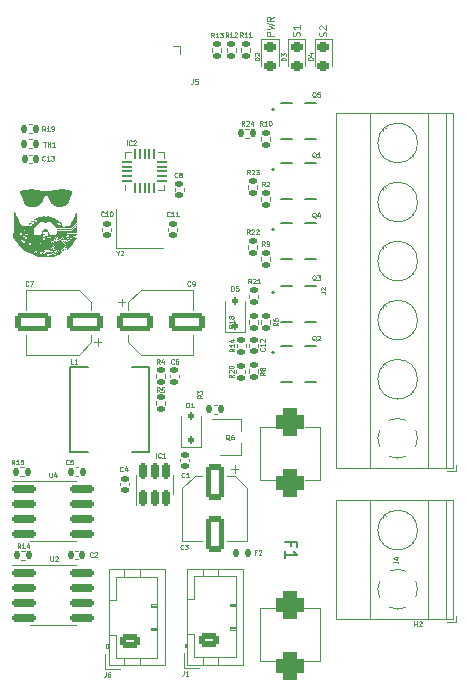
<source format=gbr>
%TF.GenerationSoftware,KiCad,Pcbnew,(7.0.0)*%
%TF.CreationDate,2023-03-11T20:41:09+01:00*%
%TF.ProjectId,StripController,53747269-7043-46f6-9e74-726f6c6c6572,rev?*%
%TF.SameCoordinates,Original*%
%TF.FileFunction,Legend,Top*%
%TF.FilePolarity,Positive*%
%FSLAX46Y46*%
G04 Gerber Fmt 4.6, Leading zero omitted, Abs format (unit mm)*
G04 Created by KiCad (PCBNEW (7.0.0)) date 2023-03-11 20:41:09*
%MOMM*%
%LPD*%
G01*
G04 APERTURE LIST*
G04 Aperture macros list*
%AMRoundRect*
0 Rectangle with rounded corners*
0 $1 Rounding radius*
0 $2 $3 $4 $5 $6 $7 $8 $9 X,Y pos of 4 corners*
0 Add a 4 corners polygon primitive as box body*
4,1,4,$2,$3,$4,$5,$6,$7,$8,$9,$2,$3,0*
0 Add four circle primitives for the rounded corners*
1,1,$1+$1,$2,$3*
1,1,$1+$1,$4,$5*
1,1,$1+$1,$6,$7*
1,1,$1+$1,$8,$9*
0 Add four rect primitives between the rounded corners*
20,1,$1+$1,$2,$3,$4,$5,0*
20,1,$1+$1,$4,$5,$6,$7,0*
20,1,$1+$1,$6,$7,$8,$9,0*
20,1,$1+$1,$8,$9,$2,$3,0*%
G04 Aperture macros list end*
%ADD10C,0.100000*%
%ADD11C,0.150000*%
%ADD12C,0.120000*%
%ADD13C,0.127000*%
%ADD14C,0.200000*%
%ADD15C,0.010000*%
%ADD16RoundRect,0.135000X-0.135000X-0.185000X0.135000X-0.185000X0.135000X0.185000X-0.135000X0.185000X0*%
%ADD17RoundRect,0.135000X0.185000X-0.135000X0.185000X0.135000X-0.185000X0.135000X-0.185000X-0.135000X0*%
%ADD18RoundRect,0.150000X0.150000X-0.512500X0.150000X0.512500X-0.150000X0.512500X-0.150000X-0.512500X0*%
%ADD19RoundRect,0.135000X-0.185000X0.135000X-0.185000X-0.135000X0.185000X-0.135000X0.185000X0.135000X0*%
%ADD20RoundRect,0.140000X0.170000X-0.140000X0.170000X0.140000X-0.170000X0.140000X-0.170000X-0.140000X0*%
%ADD21C,0.990600*%
%ADD22C,0.787400*%
%ADD23C,3.200000*%
%ADD24RoundRect,0.135000X0.135000X0.185000X-0.135000X0.185000X-0.135000X-0.185000X0.135000X-0.185000X0*%
%ADD25R,1.220000X0.650000*%
%ADD26R,0.500000X0.350000*%
%ADD27RoundRect,0.112500X0.112500X-0.187500X0.112500X0.187500X-0.112500X0.187500X-0.112500X-0.187500X0*%
%ADD28R,3.500000X2.350000*%
%ADD29RoundRect,0.140000X-0.170000X0.140000X-0.170000X-0.140000X0.170000X-0.140000X0.170000X0.140000X0*%
%ADD30RoundRect,0.218750X-0.256250X0.218750X-0.256250X-0.218750X0.256250X-0.218750X0.256250X0.218750X0*%
%ADD31RoundRect,0.250000X-0.550000X1.250000X-0.550000X-1.250000X0.550000X-1.250000X0.550000X1.250000X0*%
%ADD32RoundRect,0.147500X0.147500X0.172500X-0.147500X0.172500X-0.147500X-0.172500X0.147500X-0.172500X0*%
%ADD33RoundRect,0.150000X-0.825000X-0.150000X0.825000X-0.150000X0.825000X0.150000X-0.825000X0.150000X0*%
%ADD34RoundRect,0.575000X0.575000X-0.575000X0.575000X0.575000X-0.575000X0.575000X-0.575000X-0.575000X0*%
%ADD35RoundRect,0.140000X0.140000X0.170000X-0.140000X0.170000X-0.140000X-0.170000X0.140000X-0.170000X0*%
%ADD36RoundRect,0.250000X0.625000X-0.350000X0.625000X0.350000X-0.625000X0.350000X-0.625000X-0.350000X0*%
%ADD37O,1.750000X1.200000*%
%ADD38R,2.600000X2.600000*%
%ADD39C,2.600000*%
%ADD40RoundRect,0.250000X-1.250000X-0.550000X1.250000X-0.550000X1.250000X0.550000X-1.250000X0.550000X0*%
%ADD41R,1.400000X1.200000*%
%ADD42RoundRect,0.575000X-0.575000X0.575000X-0.575000X-0.575000X0.575000X-0.575000X0.575000X0.575000X0*%
%ADD43RoundRect,0.050000X0.050000X-0.375000X0.050000X0.375000X-0.050000X0.375000X-0.050000X-0.375000X0*%
%ADD44RoundRect,0.050000X0.375000X-0.050000X0.375000X0.050000X-0.375000X0.050000X-0.375000X-0.050000X0*%
%ADD45R,1.650000X1.650000*%
%ADD46RoundRect,0.250000X1.250000X0.550000X-1.250000X0.550000X-1.250000X-0.550000X1.250000X-0.550000X0*%
G04 APERTURE END LIST*
D10*
%TO.C,R24*%
X21299457Y50429248D02*
X21166124Y50619724D01*
X21070886Y50429248D02*
X21070886Y50829248D01*
X21070886Y50829248D02*
X21223267Y50829248D01*
X21223267Y50829248D02*
X21261362Y50810200D01*
X21261362Y50810200D02*
X21280409Y50791153D01*
X21280409Y50791153D02*
X21299457Y50753058D01*
X21299457Y50753058D02*
X21299457Y50695915D01*
X21299457Y50695915D02*
X21280409Y50657820D01*
X21280409Y50657820D02*
X21261362Y50638772D01*
X21261362Y50638772D02*
X21223267Y50619724D01*
X21223267Y50619724D02*
X21070886Y50619724D01*
X21451838Y50791153D02*
X21470886Y50810200D01*
X21470886Y50810200D02*
X21508981Y50829248D01*
X21508981Y50829248D02*
X21604219Y50829248D01*
X21604219Y50829248D02*
X21642314Y50810200D01*
X21642314Y50810200D02*
X21661362Y50791153D01*
X21661362Y50791153D02*
X21680409Y50753058D01*
X21680409Y50753058D02*
X21680409Y50714962D01*
X21680409Y50714962D02*
X21661362Y50657820D01*
X21661362Y50657820D02*
X21432790Y50429248D01*
X21432790Y50429248D02*
X21680409Y50429248D01*
X22023266Y50695915D02*
X22023266Y50429248D01*
X21928028Y50848296D02*
X21832790Y50562581D01*
X21832790Y50562581D02*
X22080409Y50562581D01*
%TO.C,R18*%
X20408152Y33555058D02*
X20217676Y33421725D01*
X20408152Y33326487D02*
X20008152Y33326487D01*
X20008152Y33326487D02*
X20008152Y33478868D01*
X20008152Y33478868D02*
X20027200Y33516963D01*
X20027200Y33516963D02*
X20046247Y33536010D01*
X20046247Y33536010D02*
X20084342Y33555058D01*
X20084342Y33555058D02*
X20141485Y33555058D01*
X20141485Y33555058D02*
X20179580Y33536010D01*
X20179580Y33536010D02*
X20198628Y33516963D01*
X20198628Y33516963D02*
X20217676Y33478868D01*
X20217676Y33478868D02*
X20217676Y33326487D01*
X20408152Y33936010D02*
X20408152Y33707439D01*
X20408152Y33821725D02*
X20008152Y33821725D01*
X20008152Y33821725D02*
X20065295Y33783629D01*
X20065295Y33783629D02*
X20103390Y33745534D01*
X20103390Y33745534D02*
X20122438Y33707439D01*
X20179580Y34164581D02*
X20160533Y34126486D01*
X20160533Y34126486D02*
X20141485Y34107439D01*
X20141485Y34107439D02*
X20103390Y34088391D01*
X20103390Y34088391D02*
X20084342Y34088391D01*
X20084342Y34088391D02*
X20046247Y34107439D01*
X20046247Y34107439D02*
X20027200Y34126486D01*
X20027200Y34126486D02*
X20008152Y34164581D01*
X20008152Y34164581D02*
X20008152Y34240772D01*
X20008152Y34240772D02*
X20027200Y34278867D01*
X20027200Y34278867D02*
X20046247Y34297915D01*
X20046247Y34297915D02*
X20084342Y34316962D01*
X20084342Y34316962D02*
X20103390Y34316962D01*
X20103390Y34316962D02*
X20141485Y34297915D01*
X20141485Y34297915D02*
X20160533Y34278867D01*
X20160533Y34278867D02*
X20179580Y34240772D01*
X20179580Y34240772D02*
X20179580Y34164581D01*
X20179580Y34164581D02*
X20198628Y34126486D01*
X20198628Y34126486D02*
X20217676Y34107439D01*
X20217676Y34107439D02*
X20255771Y34088391D01*
X20255771Y34088391D02*
X20331961Y34088391D01*
X20331961Y34088391D02*
X20370057Y34107439D01*
X20370057Y34107439D02*
X20389104Y34126486D01*
X20389104Y34126486D02*
X20408152Y34164581D01*
X20408152Y34164581D02*
X20408152Y34240772D01*
X20408152Y34240772D02*
X20389104Y34278867D01*
X20389104Y34278867D02*
X20370057Y34297915D01*
X20370057Y34297915D02*
X20331961Y34316962D01*
X20331961Y34316962D02*
X20255771Y34316962D01*
X20255771Y34316962D02*
X20217676Y34297915D01*
X20217676Y34297915D02*
X20198628Y34278867D01*
X20198628Y34278867D02*
X20179580Y34240772D01*
%TO.C,IC1*%
X13800124Y22311448D02*
X13800124Y22711448D01*
X14219171Y22349543D02*
X14200123Y22330496D01*
X14200123Y22330496D02*
X14142981Y22311448D01*
X14142981Y22311448D02*
X14104885Y22311448D01*
X14104885Y22311448D02*
X14047742Y22330496D01*
X14047742Y22330496D02*
X14009647Y22368591D01*
X14009647Y22368591D02*
X13990600Y22406686D01*
X13990600Y22406686D02*
X13971552Y22482877D01*
X13971552Y22482877D02*
X13971552Y22540020D01*
X13971552Y22540020D02*
X13990600Y22616210D01*
X13990600Y22616210D02*
X14009647Y22654305D01*
X14009647Y22654305D02*
X14047742Y22692400D01*
X14047742Y22692400D02*
X14104885Y22711448D01*
X14104885Y22711448D02*
X14142981Y22711448D01*
X14142981Y22711448D02*
X14200123Y22692400D01*
X14200123Y22692400D02*
X14219171Y22673353D01*
X14600123Y22311448D02*
X14371552Y22311448D01*
X14485838Y22311448D02*
X14485838Y22711448D01*
X14485838Y22711448D02*
X14447742Y22654305D01*
X14447742Y22654305D02*
X14409647Y22616210D01*
X14409647Y22616210D02*
X14371552Y22597162D01*
%TO.C,R11*%
X21172457Y57924248D02*
X21039124Y58114724D01*
X20943886Y57924248D02*
X20943886Y58324248D01*
X20943886Y58324248D02*
X21096267Y58324248D01*
X21096267Y58324248D02*
X21134362Y58305200D01*
X21134362Y58305200D02*
X21153409Y58286153D01*
X21153409Y58286153D02*
X21172457Y58248058D01*
X21172457Y58248058D02*
X21172457Y58190915D01*
X21172457Y58190915D02*
X21153409Y58152820D01*
X21153409Y58152820D02*
X21134362Y58133772D01*
X21134362Y58133772D02*
X21096267Y58114724D01*
X21096267Y58114724D02*
X20943886Y58114724D01*
X21553409Y57924248D02*
X21324838Y57924248D01*
X21439124Y57924248D02*
X21439124Y58324248D01*
X21439124Y58324248D02*
X21401028Y58267105D01*
X21401028Y58267105D02*
X21362933Y58229010D01*
X21362933Y58229010D02*
X21324838Y58209962D01*
X21934361Y57924248D02*
X21705790Y57924248D01*
X21820076Y57924248D02*
X21820076Y58324248D01*
X21820076Y58324248D02*
X21781980Y58267105D01*
X21781980Y58267105D02*
X21743885Y58229010D01*
X21743885Y58229010D02*
X21705790Y58209962D01*
%TO.C,C10*%
X9386857Y42799143D02*
X9367809Y42780096D01*
X9367809Y42780096D02*
X9310667Y42761048D01*
X9310667Y42761048D02*
X9272571Y42761048D01*
X9272571Y42761048D02*
X9215428Y42780096D01*
X9215428Y42780096D02*
X9177333Y42818191D01*
X9177333Y42818191D02*
X9158286Y42856286D01*
X9158286Y42856286D02*
X9139238Y42932477D01*
X9139238Y42932477D02*
X9139238Y42989620D01*
X9139238Y42989620D02*
X9158286Y43065810D01*
X9158286Y43065810D02*
X9177333Y43103905D01*
X9177333Y43103905D02*
X9215428Y43142000D01*
X9215428Y43142000D02*
X9272571Y43161048D01*
X9272571Y43161048D02*
X9310667Y43161048D01*
X9310667Y43161048D02*
X9367809Y43142000D01*
X9367809Y43142000D02*
X9386857Y43122953D01*
X9767809Y42761048D02*
X9539238Y42761048D01*
X9653524Y42761048D02*
X9653524Y43161048D01*
X9653524Y43161048D02*
X9615428Y43103905D01*
X9615428Y43103905D02*
X9577333Y43065810D01*
X9577333Y43065810D02*
X9539238Y43046762D01*
X10015428Y43161048D02*
X10053523Y43161048D01*
X10053523Y43161048D02*
X10091619Y43142000D01*
X10091619Y43142000D02*
X10110666Y43122953D01*
X10110666Y43122953D02*
X10129714Y43084858D01*
X10129714Y43084858D02*
X10148761Y43008667D01*
X10148761Y43008667D02*
X10148761Y42913429D01*
X10148761Y42913429D02*
X10129714Y42837239D01*
X10129714Y42837239D02*
X10110666Y42799143D01*
X10110666Y42799143D02*
X10091619Y42780096D01*
X10091619Y42780096D02*
X10053523Y42761048D01*
X10053523Y42761048D02*
X10015428Y42761048D01*
X10015428Y42761048D02*
X9977333Y42780096D01*
X9977333Y42780096D02*
X9958285Y42799143D01*
X9958285Y42799143D02*
X9939238Y42837239D01*
X9939238Y42837239D02*
X9920190Y42913429D01*
X9920190Y42913429D02*
X9920190Y43008667D01*
X9920190Y43008667D02*
X9939238Y43084858D01*
X9939238Y43084858D02*
X9958285Y43122953D01*
X9958285Y43122953D02*
X9977333Y43142000D01*
X9977333Y43142000D02*
X10015428Y43161048D01*
%TO.C,J5*%
X16966666Y54353048D02*
X16966666Y54067334D01*
X16966666Y54067334D02*
X16947619Y54010191D01*
X16947619Y54010191D02*
X16909523Y53972096D01*
X16909523Y53972096D02*
X16852381Y53953048D01*
X16852381Y53953048D02*
X16814285Y53953048D01*
X17347619Y54353048D02*
X17157143Y54353048D01*
X17157143Y54353048D02*
X17138095Y54162572D01*
X17138095Y54162572D02*
X17157143Y54181620D01*
X17157143Y54181620D02*
X17195238Y54200667D01*
X17195238Y54200667D02*
X17290476Y54200667D01*
X17290476Y54200667D02*
X17328571Y54181620D01*
X17328571Y54181620D02*
X17347619Y54162572D01*
X17347619Y54162572D02*
X17366666Y54124477D01*
X17366666Y54124477D02*
X17366666Y54029239D01*
X17366666Y54029239D02*
X17347619Y53991143D01*
X17347619Y53991143D02*
X17328571Y53972096D01*
X17328571Y53972096D02*
X17290476Y53953048D01*
X17290476Y53953048D02*
X17195238Y53953048D01*
X17195238Y53953048D02*
X17157143Y53972096D01*
X17157143Y53972096D02*
X17138095Y53991143D01*
%TO.C,R14*%
X2333657Y14653048D02*
X2200324Y14843524D01*
X2105086Y14653048D02*
X2105086Y15053048D01*
X2105086Y15053048D02*
X2257467Y15053048D01*
X2257467Y15053048D02*
X2295562Y15034000D01*
X2295562Y15034000D02*
X2314609Y15014953D01*
X2314609Y15014953D02*
X2333657Y14976858D01*
X2333657Y14976858D02*
X2333657Y14919715D01*
X2333657Y14919715D02*
X2314609Y14881620D01*
X2314609Y14881620D02*
X2295562Y14862572D01*
X2295562Y14862572D02*
X2257467Y14843524D01*
X2257467Y14843524D02*
X2105086Y14843524D01*
X2714609Y14653048D02*
X2486038Y14653048D01*
X2600324Y14653048D02*
X2600324Y15053048D01*
X2600324Y15053048D02*
X2562228Y14995905D01*
X2562228Y14995905D02*
X2524133Y14957810D01*
X2524133Y14957810D02*
X2486038Y14938762D01*
X3057466Y14919715D02*
X3057466Y14653048D01*
X2962228Y15072096D02*
X2866990Y14786381D01*
X2866990Y14786381D02*
X3114609Y14786381D01*
%TO.C,R10*%
X22848857Y50429248D02*
X22715524Y50619724D01*
X22620286Y50429248D02*
X22620286Y50829248D01*
X22620286Y50829248D02*
X22772667Y50829248D01*
X22772667Y50829248D02*
X22810762Y50810200D01*
X22810762Y50810200D02*
X22829809Y50791153D01*
X22829809Y50791153D02*
X22848857Y50753058D01*
X22848857Y50753058D02*
X22848857Y50695915D01*
X22848857Y50695915D02*
X22829809Y50657820D01*
X22829809Y50657820D02*
X22810762Y50638772D01*
X22810762Y50638772D02*
X22772667Y50619724D01*
X22772667Y50619724D02*
X22620286Y50619724D01*
X23229809Y50429248D02*
X23001238Y50429248D01*
X23115524Y50429248D02*
X23115524Y50829248D01*
X23115524Y50829248D02*
X23077428Y50772105D01*
X23077428Y50772105D02*
X23039333Y50734010D01*
X23039333Y50734010D02*
X23001238Y50714962D01*
X23477428Y50829248D02*
X23515523Y50829248D01*
X23515523Y50829248D02*
X23553619Y50810200D01*
X23553619Y50810200D02*
X23572666Y50791153D01*
X23572666Y50791153D02*
X23591714Y50753058D01*
X23591714Y50753058D02*
X23610761Y50676867D01*
X23610761Y50676867D02*
X23610761Y50581629D01*
X23610761Y50581629D02*
X23591714Y50505439D01*
X23591714Y50505439D02*
X23572666Y50467343D01*
X23572666Y50467343D02*
X23553619Y50448296D01*
X23553619Y50448296D02*
X23515523Y50429248D01*
X23515523Y50429248D02*
X23477428Y50429248D01*
X23477428Y50429248D02*
X23439333Y50448296D01*
X23439333Y50448296D02*
X23420285Y50467343D01*
X23420285Y50467343D02*
X23401238Y50505439D01*
X23401238Y50505439D02*
X23382190Y50581629D01*
X23382190Y50581629D02*
X23382190Y50676867D01*
X23382190Y50676867D02*
X23401238Y50753058D01*
X23401238Y50753058D02*
X23420285Y50791153D01*
X23420285Y50791153D02*
X23439333Y50810200D01*
X23439333Y50810200D02*
X23477428Y50829248D01*
%TO.C,TH1*%
X4285714Y49053048D02*
X4514285Y49053048D01*
X4399999Y48653048D02*
X4399999Y49053048D01*
X4647619Y48653048D02*
X4647619Y49053048D01*
X4647619Y48862572D02*
X4876190Y48862572D01*
X4876190Y48653048D02*
X4876190Y49053048D01*
X5276190Y48653048D02*
X5047619Y48653048D01*
X5161905Y48653048D02*
X5161905Y49053048D01*
X5161905Y49053048D02*
X5123809Y48995905D01*
X5123809Y48995905D02*
X5085714Y48957810D01*
X5085714Y48957810D02*
X5047619Y48938762D01*
%TO.C,Q6*%
X20061904Y23814953D02*
X20023809Y23834000D01*
X20023809Y23834000D02*
X19985714Y23872096D01*
X19985714Y23872096D02*
X19928571Y23929239D01*
X19928571Y23929239D02*
X19890476Y23948286D01*
X19890476Y23948286D02*
X19852380Y23948286D01*
X19871428Y23853048D02*
X19833333Y23872096D01*
X19833333Y23872096D02*
X19795238Y23910191D01*
X19795238Y23910191D02*
X19776190Y23986381D01*
X19776190Y23986381D02*
X19776190Y24119715D01*
X19776190Y24119715D02*
X19795238Y24195905D01*
X19795238Y24195905D02*
X19833333Y24234000D01*
X19833333Y24234000D02*
X19871428Y24253048D01*
X19871428Y24253048D02*
X19947619Y24253048D01*
X19947619Y24253048D02*
X19985714Y24234000D01*
X19985714Y24234000D02*
X20023809Y24195905D01*
X20023809Y24195905D02*
X20042857Y24119715D01*
X20042857Y24119715D02*
X20042857Y23986381D01*
X20042857Y23986381D02*
X20023809Y23910191D01*
X20023809Y23910191D02*
X19985714Y23872096D01*
X19985714Y23872096D02*
X19947619Y23853048D01*
X19947619Y23853048D02*
X19871428Y23853048D01*
X20385714Y24253048D02*
X20309524Y24253048D01*
X20309524Y24253048D02*
X20271428Y24234000D01*
X20271428Y24234000D02*
X20252381Y24214953D01*
X20252381Y24214953D02*
X20214286Y24157810D01*
X20214286Y24157810D02*
X20195238Y24081620D01*
X20195238Y24081620D02*
X20195238Y23929239D01*
X20195238Y23929239D02*
X20214286Y23891143D01*
X20214286Y23891143D02*
X20233333Y23872096D01*
X20233333Y23872096D02*
X20271428Y23853048D01*
X20271428Y23853048D02*
X20347619Y23853048D01*
X20347619Y23853048D02*
X20385714Y23872096D01*
X20385714Y23872096D02*
X20404762Y23891143D01*
X20404762Y23891143D02*
X20423809Y23929239D01*
X20423809Y23929239D02*
X20423809Y24024477D01*
X20423809Y24024477D02*
X20404762Y24062572D01*
X20404762Y24062572D02*
X20385714Y24081620D01*
X20385714Y24081620D02*
X20347619Y24100667D01*
X20347619Y24100667D02*
X20271428Y24100667D01*
X20271428Y24100667D02*
X20233333Y24081620D01*
X20233333Y24081620D02*
X20214286Y24062572D01*
X20214286Y24062572D02*
X20195238Y24024477D01*
%TO.C,Q1*%
X27361904Y47714953D02*
X27323809Y47734000D01*
X27323809Y47734000D02*
X27285714Y47772096D01*
X27285714Y47772096D02*
X27228571Y47829239D01*
X27228571Y47829239D02*
X27190476Y47848286D01*
X27190476Y47848286D02*
X27152380Y47848286D01*
X27171428Y47753048D02*
X27133333Y47772096D01*
X27133333Y47772096D02*
X27095238Y47810191D01*
X27095238Y47810191D02*
X27076190Y47886381D01*
X27076190Y47886381D02*
X27076190Y48019715D01*
X27076190Y48019715D02*
X27095238Y48095905D01*
X27095238Y48095905D02*
X27133333Y48134000D01*
X27133333Y48134000D02*
X27171428Y48153048D01*
X27171428Y48153048D02*
X27247619Y48153048D01*
X27247619Y48153048D02*
X27285714Y48134000D01*
X27285714Y48134000D02*
X27323809Y48095905D01*
X27323809Y48095905D02*
X27342857Y48019715D01*
X27342857Y48019715D02*
X27342857Y47886381D01*
X27342857Y47886381D02*
X27323809Y47810191D01*
X27323809Y47810191D02*
X27285714Y47772096D01*
X27285714Y47772096D02*
X27247619Y47753048D01*
X27247619Y47753048D02*
X27171428Y47753048D01*
X27723809Y47753048D02*
X27495238Y47753048D01*
X27609524Y47753048D02*
X27609524Y48153048D01*
X27609524Y48153048D02*
X27571428Y48095905D01*
X27571428Y48095905D02*
X27533333Y48057810D01*
X27533333Y48057810D02*
X27495238Y48038762D01*
%TO.C,R2*%
X23039333Y45273048D02*
X22906000Y45463524D01*
X22810762Y45273048D02*
X22810762Y45673048D01*
X22810762Y45673048D02*
X22963143Y45673048D01*
X22963143Y45673048D02*
X23001238Y45654000D01*
X23001238Y45654000D02*
X23020285Y45634953D01*
X23020285Y45634953D02*
X23039333Y45596858D01*
X23039333Y45596858D02*
X23039333Y45539715D01*
X23039333Y45539715D02*
X23020285Y45501620D01*
X23020285Y45501620D02*
X23001238Y45482572D01*
X23001238Y45482572D02*
X22963143Y45463524D01*
X22963143Y45463524D02*
X22810762Y45463524D01*
X23191714Y45634953D02*
X23210762Y45654000D01*
X23210762Y45654000D02*
X23248857Y45673048D01*
X23248857Y45673048D02*
X23344095Y45673048D01*
X23344095Y45673048D02*
X23382190Y45654000D01*
X23382190Y45654000D02*
X23401238Y45634953D01*
X23401238Y45634953D02*
X23420285Y45596858D01*
X23420285Y45596858D02*
X23420285Y45558762D01*
X23420285Y45558762D02*
X23401238Y45501620D01*
X23401238Y45501620D02*
X23172666Y45273048D01*
X23172666Y45273048D02*
X23420285Y45273048D01*
%TO.C,D1*%
X16409962Y26578648D02*
X16409962Y26978648D01*
X16409962Y26978648D02*
X16505200Y26978648D01*
X16505200Y26978648D02*
X16562343Y26959600D01*
X16562343Y26959600D02*
X16600438Y26921505D01*
X16600438Y26921505D02*
X16619485Y26883410D01*
X16619485Y26883410D02*
X16638533Y26807220D01*
X16638533Y26807220D02*
X16638533Y26750077D01*
X16638533Y26750077D02*
X16619485Y26673886D01*
X16619485Y26673886D02*
X16600438Y26635791D01*
X16600438Y26635791D02*
X16562343Y26597696D01*
X16562343Y26597696D02*
X16505200Y26578648D01*
X16505200Y26578648D02*
X16409962Y26578648D01*
X17019485Y26578648D02*
X16790914Y26578648D01*
X16905200Y26578648D02*
X16905200Y26978648D01*
X16905200Y26978648D02*
X16867104Y26921505D01*
X16867104Y26921505D02*
X16829009Y26883410D01*
X16829009Y26883410D02*
X16790914Y26864362D01*
%TO.C,C4*%
X11033333Y21191143D02*
X11014285Y21172096D01*
X11014285Y21172096D02*
X10957143Y21153048D01*
X10957143Y21153048D02*
X10919047Y21153048D01*
X10919047Y21153048D02*
X10861904Y21172096D01*
X10861904Y21172096D02*
X10823809Y21210191D01*
X10823809Y21210191D02*
X10804762Y21248286D01*
X10804762Y21248286D02*
X10785714Y21324477D01*
X10785714Y21324477D02*
X10785714Y21381620D01*
X10785714Y21381620D02*
X10804762Y21457810D01*
X10804762Y21457810D02*
X10823809Y21495905D01*
X10823809Y21495905D02*
X10861904Y21534000D01*
X10861904Y21534000D02*
X10919047Y21553048D01*
X10919047Y21553048D02*
X10957143Y21553048D01*
X10957143Y21553048D02*
X11014285Y21534000D01*
X11014285Y21534000D02*
X11033333Y21514953D01*
X11376190Y21419715D02*
X11376190Y21153048D01*
X11280952Y21572096D02*
X11185714Y21286381D01*
X11185714Y21286381D02*
X11433333Y21286381D01*
%TO.C,L1*%
X6833333Y30253048D02*
X6642857Y30253048D01*
X6642857Y30253048D02*
X6642857Y30653048D01*
X7176190Y30253048D02*
X6947619Y30253048D01*
X7061905Y30253048D02*
X7061905Y30653048D01*
X7061905Y30653048D02*
X7023809Y30595905D01*
X7023809Y30595905D02*
X6985714Y30557810D01*
X6985714Y30557810D02*
X6947619Y30538762D01*
%TO.C,Q2*%
X27361904Y32214953D02*
X27323809Y32234000D01*
X27323809Y32234000D02*
X27285714Y32272096D01*
X27285714Y32272096D02*
X27228571Y32329239D01*
X27228571Y32329239D02*
X27190476Y32348286D01*
X27190476Y32348286D02*
X27152380Y32348286D01*
X27171428Y32253048D02*
X27133333Y32272096D01*
X27133333Y32272096D02*
X27095238Y32310191D01*
X27095238Y32310191D02*
X27076190Y32386381D01*
X27076190Y32386381D02*
X27076190Y32519715D01*
X27076190Y32519715D02*
X27095238Y32595905D01*
X27095238Y32595905D02*
X27133333Y32634000D01*
X27133333Y32634000D02*
X27171428Y32653048D01*
X27171428Y32653048D02*
X27247619Y32653048D01*
X27247619Y32653048D02*
X27285714Y32634000D01*
X27285714Y32634000D02*
X27323809Y32595905D01*
X27323809Y32595905D02*
X27342857Y32519715D01*
X27342857Y32519715D02*
X27342857Y32386381D01*
X27342857Y32386381D02*
X27323809Y32310191D01*
X27323809Y32310191D02*
X27285714Y32272096D01*
X27285714Y32272096D02*
X27247619Y32253048D01*
X27247619Y32253048D02*
X27171428Y32253048D01*
X27495238Y32614953D02*
X27514286Y32634000D01*
X27514286Y32634000D02*
X27552381Y32653048D01*
X27552381Y32653048D02*
X27647619Y32653048D01*
X27647619Y32653048D02*
X27685714Y32634000D01*
X27685714Y32634000D02*
X27704762Y32614953D01*
X27704762Y32614953D02*
X27723809Y32576858D01*
X27723809Y32576858D02*
X27723809Y32538762D01*
X27723809Y32538762D02*
X27704762Y32481620D01*
X27704762Y32481620D02*
X27476190Y32253048D01*
X27476190Y32253048D02*
X27723809Y32253048D01*
%TO.C,C8*%
X15633333Y46091143D02*
X15614285Y46072096D01*
X15614285Y46072096D02*
X15557143Y46053048D01*
X15557143Y46053048D02*
X15519047Y46053048D01*
X15519047Y46053048D02*
X15461904Y46072096D01*
X15461904Y46072096D02*
X15423809Y46110191D01*
X15423809Y46110191D02*
X15404762Y46148286D01*
X15404762Y46148286D02*
X15385714Y46224477D01*
X15385714Y46224477D02*
X15385714Y46281620D01*
X15385714Y46281620D02*
X15404762Y46357810D01*
X15404762Y46357810D02*
X15423809Y46395905D01*
X15423809Y46395905D02*
X15461904Y46434000D01*
X15461904Y46434000D02*
X15519047Y46453048D01*
X15519047Y46453048D02*
X15557143Y46453048D01*
X15557143Y46453048D02*
X15614285Y46434000D01*
X15614285Y46434000D02*
X15633333Y46414953D01*
X15861904Y46281620D02*
X15823809Y46300667D01*
X15823809Y46300667D02*
X15804762Y46319715D01*
X15804762Y46319715D02*
X15785714Y46357810D01*
X15785714Y46357810D02*
X15785714Y46376858D01*
X15785714Y46376858D02*
X15804762Y46414953D01*
X15804762Y46414953D02*
X15823809Y46434000D01*
X15823809Y46434000D02*
X15861904Y46453048D01*
X15861904Y46453048D02*
X15938095Y46453048D01*
X15938095Y46453048D02*
X15976190Y46434000D01*
X15976190Y46434000D02*
X15995238Y46414953D01*
X15995238Y46414953D02*
X16014285Y46376858D01*
X16014285Y46376858D02*
X16014285Y46357810D01*
X16014285Y46357810D02*
X15995238Y46319715D01*
X15995238Y46319715D02*
X15976190Y46300667D01*
X15976190Y46300667D02*
X15938095Y46281620D01*
X15938095Y46281620D02*
X15861904Y46281620D01*
X15861904Y46281620D02*
X15823809Y46262572D01*
X15823809Y46262572D02*
X15804762Y46243524D01*
X15804762Y46243524D02*
X15785714Y46205429D01*
X15785714Y46205429D02*
X15785714Y46129239D01*
X15785714Y46129239D02*
X15804762Y46091143D01*
X15804762Y46091143D02*
X15823809Y46072096D01*
X15823809Y46072096D02*
X15861904Y46053048D01*
X15861904Y46053048D02*
X15938095Y46053048D01*
X15938095Y46053048D02*
X15976190Y46072096D01*
X15976190Y46072096D02*
X15995238Y46091143D01*
X15995238Y46091143D02*
X16014285Y46129239D01*
X16014285Y46129239D02*
X16014285Y46205429D01*
X16014285Y46205429D02*
X15995238Y46243524D01*
X15995238Y46243524D02*
X15976190Y46262572D01*
X15976190Y46262572D02*
X15938095Y46281620D01*
%TO.C,D2*%
X22575152Y55970563D02*
X22175152Y55970563D01*
X22175152Y55970563D02*
X22175152Y56065801D01*
X22175152Y56065801D02*
X22194200Y56122944D01*
X22194200Y56122944D02*
X22232295Y56161039D01*
X22232295Y56161039D02*
X22270390Y56180086D01*
X22270390Y56180086D02*
X22346580Y56199134D01*
X22346580Y56199134D02*
X22403723Y56199134D01*
X22403723Y56199134D02*
X22479914Y56180086D01*
X22479914Y56180086D02*
X22518009Y56161039D01*
X22518009Y56161039D02*
X22556104Y56122944D01*
X22556104Y56122944D02*
X22575152Y56065801D01*
X22575152Y56065801D02*
X22575152Y55970563D01*
X22213247Y56351515D02*
X22194200Y56370563D01*
X22194200Y56370563D02*
X22175152Y56408658D01*
X22175152Y56408658D02*
X22175152Y56503896D01*
X22175152Y56503896D02*
X22194200Y56541991D01*
X22194200Y56541991D02*
X22213247Y56561039D01*
X22213247Y56561039D02*
X22251342Y56580086D01*
X22251342Y56580086D02*
X22289438Y56580086D01*
X22289438Y56580086D02*
X22346580Y56561039D01*
X22346580Y56561039D02*
X22575152Y56332467D01*
X22575152Y56332467D02*
X22575152Y56580086D01*
X23809028Y58031201D02*
X23209028Y58031201D01*
X23209028Y58031201D02*
X23209028Y58259772D01*
X23209028Y58259772D02*
X23237600Y58316915D01*
X23237600Y58316915D02*
X23266171Y58345486D01*
X23266171Y58345486D02*
X23323314Y58374058D01*
X23323314Y58374058D02*
X23409028Y58374058D01*
X23409028Y58374058D02*
X23466171Y58345486D01*
X23466171Y58345486D02*
X23494742Y58316915D01*
X23494742Y58316915D02*
X23523314Y58259772D01*
X23523314Y58259772D02*
X23523314Y58031201D01*
X23209028Y58574058D02*
X23809028Y58716915D01*
X23809028Y58716915D02*
X23380457Y58831201D01*
X23380457Y58831201D02*
X23809028Y58945486D01*
X23809028Y58945486D02*
X23209028Y59088343D01*
X23809028Y59659772D02*
X23523314Y59459772D01*
X23809028Y59316915D02*
X23209028Y59316915D01*
X23209028Y59316915D02*
X23209028Y59545486D01*
X23209028Y59545486D02*
X23237600Y59602629D01*
X23237600Y59602629D02*
X23266171Y59631200D01*
X23266171Y59631200D02*
X23323314Y59659772D01*
X23323314Y59659772D02*
X23409028Y59659772D01*
X23409028Y59659772D02*
X23466171Y59631200D01*
X23466171Y59631200D02*
X23494742Y59602629D01*
X23494742Y59602629D02*
X23523314Y59545486D01*
X23523314Y59545486D02*
X23523314Y59316915D01*
%TO.C,Q5*%
X27361904Y52814953D02*
X27323809Y52834000D01*
X27323809Y52834000D02*
X27285714Y52872096D01*
X27285714Y52872096D02*
X27228571Y52929239D01*
X27228571Y52929239D02*
X27190476Y52948286D01*
X27190476Y52948286D02*
X27152380Y52948286D01*
X27171428Y52853048D02*
X27133333Y52872096D01*
X27133333Y52872096D02*
X27095238Y52910191D01*
X27095238Y52910191D02*
X27076190Y52986381D01*
X27076190Y52986381D02*
X27076190Y53119715D01*
X27076190Y53119715D02*
X27095238Y53195905D01*
X27095238Y53195905D02*
X27133333Y53234000D01*
X27133333Y53234000D02*
X27171428Y53253048D01*
X27171428Y53253048D02*
X27247619Y53253048D01*
X27247619Y53253048D02*
X27285714Y53234000D01*
X27285714Y53234000D02*
X27323809Y53195905D01*
X27323809Y53195905D02*
X27342857Y53119715D01*
X27342857Y53119715D02*
X27342857Y52986381D01*
X27342857Y52986381D02*
X27323809Y52910191D01*
X27323809Y52910191D02*
X27285714Y52872096D01*
X27285714Y52872096D02*
X27247619Y52853048D01*
X27247619Y52853048D02*
X27171428Y52853048D01*
X27704762Y53253048D02*
X27514286Y53253048D01*
X27514286Y53253048D02*
X27495238Y53062572D01*
X27495238Y53062572D02*
X27514286Y53081620D01*
X27514286Y53081620D02*
X27552381Y53100667D01*
X27552381Y53100667D02*
X27647619Y53100667D01*
X27647619Y53100667D02*
X27685714Y53081620D01*
X27685714Y53081620D02*
X27704762Y53062572D01*
X27704762Y53062572D02*
X27723809Y53024477D01*
X27723809Y53024477D02*
X27723809Y52929239D01*
X27723809Y52929239D02*
X27704762Y52891143D01*
X27704762Y52891143D02*
X27685714Y52872096D01*
X27685714Y52872096D02*
X27647619Y52853048D01*
X27647619Y52853048D02*
X27552381Y52853048D01*
X27552381Y52853048D02*
X27514286Y52872096D01*
X27514286Y52872096D02*
X27495238Y52891143D01*
%TO.C,R19*%
X4442857Y49953048D02*
X4309524Y50143524D01*
X4214286Y49953048D02*
X4214286Y50353048D01*
X4214286Y50353048D02*
X4366667Y50353048D01*
X4366667Y50353048D02*
X4404762Y50334000D01*
X4404762Y50334000D02*
X4423809Y50314953D01*
X4423809Y50314953D02*
X4442857Y50276858D01*
X4442857Y50276858D02*
X4442857Y50219715D01*
X4442857Y50219715D02*
X4423809Y50181620D01*
X4423809Y50181620D02*
X4404762Y50162572D01*
X4404762Y50162572D02*
X4366667Y50143524D01*
X4366667Y50143524D02*
X4214286Y50143524D01*
X4823809Y49953048D02*
X4595238Y49953048D01*
X4709524Y49953048D02*
X4709524Y50353048D01*
X4709524Y50353048D02*
X4671428Y50295905D01*
X4671428Y50295905D02*
X4633333Y50257810D01*
X4633333Y50257810D02*
X4595238Y50238762D01*
X5014285Y49953048D02*
X5090476Y49953048D01*
X5090476Y49953048D02*
X5128571Y49972096D01*
X5128571Y49972096D02*
X5147619Y49991143D01*
X5147619Y49991143D02*
X5185714Y50048286D01*
X5185714Y50048286D02*
X5204761Y50124477D01*
X5204761Y50124477D02*
X5204761Y50276858D01*
X5204761Y50276858D02*
X5185714Y50314953D01*
X5185714Y50314953D02*
X5166666Y50334000D01*
X5166666Y50334000D02*
X5128571Y50353048D01*
X5128571Y50353048D02*
X5052380Y50353048D01*
X5052380Y50353048D02*
X5014285Y50334000D01*
X5014285Y50334000D02*
X4995238Y50314953D01*
X4995238Y50314953D02*
X4976190Y50276858D01*
X4976190Y50276858D02*
X4976190Y50181620D01*
X4976190Y50181620D02*
X4995238Y50143524D01*
X4995238Y50143524D02*
X5014285Y50124477D01*
X5014285Y50124477D02*
X5052380Y50105429D01*
X5052380Y50105429D02*
X5128571Y50105429D01*
X5128571Y50105429D02*
X5166666Y50124477D01*
X5166666Y50124477D02*
X5185714Y50143524D01*
X5185714Y50143524D02*
X5204761Y50181620D01*
%TO.C,R21*%
X21883657Y37068848D02*
X21750324Y37259324D01*
X21655086Y37068848D02*
X21655086Y37468848D01*
X21655086Y37468848D02*
X21807467Y37468848D01*
X21807467Y37468848D02*
X21845562Y37449800D01*
X21845562Y37449800D02*
X21864609Y37430753D01*
X21864609Y37430753D02*
X21883657Y37392658D01*
X21883657Y37392658D02*
X21883657Y37335515D01*
X21883657Y37335515D02*
X21864609Y37297420D01*
X21864609Y37297420D02*
X21845562Y37278372D01*
X21845562Y37278372D02*
X21807467Y37259324D01*
X21807467Y37259324D02*
X21655086Y37259324D01*
X22036038Y37430753D02*
X22055086Y37449800D01*
X22055086Y37449800D02*
X22093181Y37468848D01*
X22093181Y37468848D02*
X22188419Y37468848D01*
X22188419Y37468848D02*
X22226514Y37449800D01*
X22226514Y37449800D02*
X22245562Y37430753D01*
X22245562Y37430753D02*
X22264609Y37392658D01*
X22264609Y37392658D02*
X22264609Y37354562D01*
X22264609Y37354562D02*
X22245562Y37297420D01*
X22245562Y37297420D02*
X22016990Y37068848D01*
X22016990Y37068848D02*
X22264609Y37068848D01*
X22645561Y37068848D02*
X22416990Y37068848D01*
X22531276Y37068848D02*
X22531276Y37468848D01*
X22531276Y37468848D02*
X22493180Y37411705D01*
X22493180Y37411705D02*
X22455085Y37373610D01*
X22455085Y37373610D02*
X22416990Y37354562D01*
%TO.C,C3*%
X16133333Y14591143D02*
X16114285Y14572096D01*
X16114285Y14572096D02*
X16057143Y14553048D01*
X16057143Y14553048D02*
X16019047Y14553048D01*
X16019047Y14553048D02*
X15961904Y14572096D01*
X15961904Y14572096D02*
X15923809Y14610191D01*
X15923809Y14610191D02*
X15904762Y14648286D01*
X15904762Y14648286D02*
X15885714Y14724477D01*
X15885714Y14724477D02*
X15885714Y14781620D01*
X15885714Y14781620D02*
X15904762Y14857810D01*
X15904762Y14857810D02*
X15923809Y14895905D01*
X15923809Y14895905D02*
X15961904Y14934000D01*
X15961904Y14934000D02*
X16019047Y14953048D01*
X16019047Y14953048D02*
X16057143Y14953048D01*
X16057143Y14953048D02*
X16114285Y14934000D01*
X16114285Y14934000D02*
X16133333Y14914953D01*
X16266666Y14953048D02*
X16514285Y14953048D01*
X16514285Y14953048D02*
X16380952Y14800667D01*
X16380952Y14800667D02*
X16438095Y14800667D01*
X16438095Y14800667D02*
X16476190Y14781620D01*
X16476190Y14781620D02*
X16495238Y14762572D01*
X16495238Y14762572D02*
X16514285Y14724477D01*
X16514285Y14724477D02*
X16514285Y14629239D01*
X16514285Y14629239D02*
X16495238Y14591143D01*
X16495238Y14591143D02*
X16476190Y14572096D01*
X16476190Y14572096D02*
X16438095Y14553048D01*
X16438095Y14553048D02*
X16323809Y14553048D01*
X16323809Y14553048D02*
X16285714Y14572096D01*
X16285714Y14572096D02*
X16266666Y14591143D01*
%TO.C,F2*%
X22337667Y14291372D02*
X22204334Y14291372D01*
X22204334Y14081848D02*
X22204334Y14481848D01*
X22204334Y14481848D02*
X22394810Y14481848D01*
X22528143Y14443753D02*
X22547191Y14462800D01*
X22547191Y14462800D02*
X22585286Y14481848D01*
X22585286Y14481848D02*
X22680524Y14481848D01*
X22680524Y14481848D02*
X22718619Y14462800D01*
X22718619Y14462800D02*
X22737667Y14443753D01*
X22737667Y14443753D02*
X22756714Y14405658D01*
X22756714Y14405658D02*
X22756714Y14367562D01*
X22756714Y14367562D02*
X22737667Y14310420D01*
X22737667Y14310420D02*
X22509095Y14081848D01*
X22509095Y14081848D02*
X22756714Y14081848D01*
%TO.C,R20*%
X20408152Y29345458D02*
X20217676Y29212125D01*
X20408152Y29116887D02*
X20008152Y29116887D01*
X20008152Y29116887D02*
X20008152Y29269268D01*
X20008152Y29269268D02*
X20027200Y29307363D01*
X20027200Y29307363D02*
X20046247Y29326410D01*
X20046247Y29326410D02*
X20084342Y29345458D01*
X20084342Y29345458D02*
X20141485Y29345458D01*
X20141485Y29345458D02*
X20179580Y29326410D01*
X20179580Y29326410D02*
X20198628Y29307363D01*
X20198628Y29307363D02*
X20217676Y29269268D01*
X20217676Y29269268D02*
X20217676Y29116887D01*
X20046247Y29497839D02*
X20027200Y29516887D01*
X20027200Y29516887D02*
X20008152Y29554982D01*
X20008152Y29554982D02*
X20008152Y29650220D01*
X20008152Y29650220D02*
X20027200Y29688315D01*
X20027200Y29688315D02*
X20046247Y29707363D01*
X20046247Y29707363D02*
X20084342Y29726410D01*
X20084342Y29726410D02*
X20122438Y29726410D01*
X20122438Y29726410D02*
X20179580Y29707363D01*
X20179580Y29707363D02*
X20408152Y29478791D01*
X20408152Y29478791D02*
X20408152Y29726410D01*
X20008152Y29974029D02*
X20008152Y30012124D01*
X20008152Y30012124D02*
X20027200Y30050220D01*
X20027200Y30050220D02*
X20046247Y30069267D01*
X20046247Y30069267D02*
X20084342Y30088315D01*
X20084342Y30088315D02*
X20160533Y30107362D01*
X20160533Y30107362D02*
X20255771Y30107362D01*
X20255771Y30107362D02*
X20331961Y30088315D01*
X20331961Y30088315D02*
X20370057Y30069267D01*
X20370057Y30069267D02*
X20389104Y30050220D01*
X20389104Y30050220D02*
X20408152Y30012124D01*
X20408152Y30012124D02*
X20408152Y29974029D01*
X20408152Y29974029D02*
X20389104Y29935934D01*
X20389104Y29935934D02*
X20370057Y29916886D01*
X20370057Y29916886D02*
X20331961Y29897839D01*
X20331961Y29897839D02*
X20255771Y29878791D01*
X20255771Y29878791D02*
X20160533Y29878791D01*
X20160533Y29878791D02*
X20084342Y29897839D01*
X20084342Y29897839D02*
X20046247Y29916886D01*
X20046247Y29916886D02*
X20027200Y29935934D01*
X20027200Y29935934D02*
X20008152Y29974029D01*
%TO.C,U2*%
X4895238Y13953048D02*
X4895238Y13629239D01*
X4895238Y13629239D02*
X4914285Y13591143D01*
X4914285Y13591143D02*
X4933333Y13572096D01*
X4933333Y13572096D02*
X4971428Y13553048D01*
X4971428Y13553048D02*
X5047619Y13553048D01*
X5047619Y13553048D02*
X5085714Y13572096D01*
X5085714Y13572096D02*
X5104761Y13591143D01*
X5104761Y13591143D02*
X5123809Y13629239D01*
X5123809Y13629239D02*
X5123809Y13953048D01*
X5295238Y13914953D02*
X5314286Y13934000D01*
X5314286Y13934000D02*
X5352381Y13953048D01*
X5352381Y13953048D02*
X5447619Y13953048D01*
X5447619Y13953048D02*
X5485714Y13934000D01*
X5485714Y13934000D02*
X5504762Y13914953D01*
X5504762Y13914953D02*
X5523809Y13876858D01*
X5523809Y13876858D02*
X5523809Y13838762D01*
X5523809Y13838762D02*
X5504762Y13781620D01*
X5504762Y13781620D02*
X5276190Y13553048D01*
X5276190Y13553048D02*
X5523809Y13553048D01*
%TO.C,C13*%
X4442857Y47491143D02*
X4423809Y47472096D01*
X4423809Y47472096D02*
X4366667Y47453048D01*
X4366667Y47453048D02*
X4328571Y47453048D01*
X4328571Y47453048D02*
X4271428Y47472096D01*
X4271428Y47472096D02*
X4233333Y47510191D01*
X4233333Y47510191D02*
X4214286Y47548286D01*
X4214286Y47548286D02*
X4195238Y47624477D01*
X4195238Y47624477D02*
X4195238Y47681620D01*
X4195238Y47681620D02*
X4214286Y47757810D01*
X4214286Y47757810D02*
X4233333Y47795905D01*
X4233333Y47795905D02*
X4271428Y47834000D01*
X4271428Y47834000D02*
X4328571Y47853048D01*
X4328571Y47853048D02*
X4366667Y47853048D01*
X4366667Y47853048D02*
X4423809Y47834000D01*
X4423809Y47834000D02*
X4442857Y47814953D01*
X4823809Y47453048D02*
X4595238Y47453048D01*
X4709524Y47453048D02*
X4709524Y47853048D01*
X4709524Y47853048D02*
X4671428Y47795905D01*
X4671428Y47795905D02*
X4633333Y47757810D01*
X4633333Y47757810D02*
X4595238Y47738762D01*
X4957142Y47853048D02*
X5204761Y47853048D01*
X5204761Y47853048D02*
X5071428Y47700667D01*
X5071428Y47700667D02*
X5128571Y47700667D01*
X5128571Y47700667D02*
X5166666Y47681620D01*
X5166666Y47681620D02*
X5185714Y47662572D01*
X5185714Y47662572D02*
X5204761Y47624477D01*
X5204761Y47624477D02*
X5204761Y47529239D01*
X5204761Y47529239D02*
X5185714Y47491143D01*
X5185714Y47491143D02*
X5166666Y47472096D01*
X5166666Y47472096D02*
X5128571Y47453048D01*
X5128571Y47453048D02*
X5014285Y47453048D01*
X5014285Y47453048D02*
X4976190Y47472096D01*
X4976190Y47472096D02*
X4957142Y47491143D01*
%TO.C,C1*%
X16233333Y20691143D02*
X16214285Y20672096D01*
X16214285Y20672096D02*
X16157143Y20653048D01*
X16157143Y20653048D02*
X16119047Y20653048D01*
X16119047Y20653048D02*
X16061904Y20672096D01*
X16061904Y20672096D02*
X16023809Y20710191D01*
X16023809Y20710191D02*
X16004762Y20748286D01*
X16004762Y20748286D02*
X15985714Y20824477D01*
X15985714Y20824477D02*
X15985714Y20881620D01*
X15985714Y20881620D02*
X16004762Y20957810D01*
X16004762Y20957810D02*
X16023809Y20995905D01*
X16023809Y20995905D02*
X16061904Y21034000D01*
X16061904Y21034000D02*
X16119047Y21053048D01*
X16119047Y21053048D02*
X16157143Y21053048D01*
X16157143Y21053048D02*
X16214285Y21034000D01*
X16214285Y21034000D02*
X16233333Y21014953D01*
X16614285Y20653048D02*
X16385714Y20653048D01*
X16500000Y20653048D02*
X16500000Y21053048D01*
X16500000Y21053048D02*
X16461904Y20995905D01*
X16461904Y20995905D02*
X16423809Y20957810D01*
X16423809Y20957810D02*
X16385714Y20938762D01*
%TO.C,R6*%
X24146952Y33733334D02*
X23956476Y33600001D01*
X24146952Y33504763D02*
X23746952Y33504763D01*
X23746952Y33504763D02*
X23746952Y33657144D01*
X23746952Y33657144D02*
X23766000Y33695239D01*
X23766000Y33695239D02*
X23785047Y33714286D01*
X23785047Y33714286D02*
X23823142Y33733334D01*
X23823142Y33733334D02*
X23880285Y33733334D01*
X23880285Y33733334D02*
X23918380Y33714286D01*
X23918380Y33714286D02*
X23937428Y33695239D01*
X23937428Y33695239D02*
X23956476Y33657144D01*
X23956476Y33657144D02*
X23956476Y33504763D01*
X23746952Y34076191D02*
X23746952Y34000001D01*
X23746952Y34000001D02*
X23766000Y33961905D01*
X23766000Y33961905D02*
X23785047Y33942858D01*
X23785047Y33942858D02*
X23842190Y33904763D01*
X23842190Y33904763D02*
X23918380Y33885715D01*
X23918380Y33885715D02*
X24070761Y33885715D01*
X24070761Y33885715D02*
X24108857Y33904763D01*
X24108857Y33904763D02*
X24127904Y33923810D01*
X24127904Y33923810D02*
X24146952Y33961905D01*
X24146952Y33961905D02*
X24146952Y34038096D01*
X24146952Y34038096D02*
X24127904Y34076191D01*
X24127904Y34076191D02*
X24108857Y34095239D01*
X24108857Y34095239D02*
X24070761Y34114286D01*
X24070761Y34114286D02*
X23975523Y34114286D01*
X23975523Y34114286D02*
X23937428Y34095239D01*
X23937428Y34095239D02*
X23918380Y34076191D01*
X23918380Y34076191D02*
X23899333Y34038096D01*
X23899333Y34038096D02*
X23899333Y33961905D01*
X23899333Y33961905D02*
X23918380Y33923810D01*
X23918380Y33923810D02*
X23937428Y33904763D01*
X23937428Y33904763D02*
X23975523Y33885715D01*
%TO.C,J6*%
X9566666Y4153048D02*
X9566666Y3867334D01*
X9566666Y3867334D02*
X9547619Y3810191D01*
X9547619Y3810191D02*
X9509523Y3772096D01*
X9509523Y3772096D02*
X9452381Y3753048D01*
X9452381Y3753048D02*
X9414285Y3753048D01*
X9928571Y4153048D02*
X9852381Y4153048D01*
X9852381Y4153048D02*
X9814285Y4134000D01*
X9814285Y4134000D02*
X9795238Y4114953D01*
X9795238Y4114953D02*
X9757143Y4057810D01*
X9757143Y4057810D02*
X9738095Y3981620D01*
X9738095Y3981620D02*
X9738095Y3829239D01*
X9738095Y3829239D02*
X9757143Y3791143D01*
X9757143Y3791143D02*
X9776190Y3772096D01*
X9776190Y3772096D02*
X9814285Y3753048D01*
X9814285Y3753048D02*
X9890476Y3753048D01*
X9890476Y3753048D02*
X9928571Y3772096D01*
X9928571Y3772096D02*
X9947619Y3791143D01*
X9947619Y3791143D02*
X9966666Y3829239D01*
X9966666Y3829239D02*
X9966666Y3924477D01*
X9966666Y3924477D02*
X9947619Y3962572D01*
X9947619Y3962572D02*
X9928571Y3981620D01*
X9928571Y3981620D02*
X9890476Y4000667D01*
X9890476Y4000667D02*
X9814285Y4000667D01*
X9814285Y4000667D02*
X9776190Y3981620D01*
X9776190Y3981620D02*
X9757143Y3962572D01*
X9757143Y3962572D02*
X9738095Y3924477D01*
%TO.C,R5*%
X14133333Y27853048D02*
X14000000Y28043524D01*
X13904762Y27853048D02*
X13904762Y28253048D01*
X13904762Y28253048D02*
X14057143Y28253048D01*
X14057143Y28253048D02*
X14095238Y28234000D01*
X14095238Y28234000D02*
X14114285Y28214953D01*
X14114285Y28214953D02*
X14133333Y28176858D01*
X14133333Y28176858D02*
X14133333Y28119715D01*
X14133333Y28119715D02*
X14114285Y28081620D01*
X14114285Y28081620D02*
X14095238Y28062572D01*
X14095238Y28062572D02*
X14057143Y28043524D01*
X14057143Y28043524D02*
X13904762Y28043524D01*
X14495238Y28253048D02*
X14304762Y28253048D01*
X14304762Y28253048D02*
X14285714Y28062572D01*
X14285714Y28062572D02*
X14304762Y28081620D01*
X14304762Y28081620D02*
X14342857Y28100667D01*
X14342857Y28100667D02*
X14438095Y28100667D01*
X14438095Y28100667D02*
X14476190Y28081620D01*
X14476190Y28081620D02*
X14495238Y28062572D01*
X14495238Y28062572D02*
X14514285Y28024477D01*
X14514285Y28024477D02*
X14514285Y27929239D01*
X14514285Y27929239D02*
X14495238Y27891143D01*
X14495238Y27891143D02*
X14476190Y27872096D01*
X14476190Y27872096D02*
X14438095Y27853048D01*
X14438095Y27853048D02*
X14342857Y27853048D01*
X14342857Y27853048D02*
X14304762Y27872096D01*
X14304762Y27872096D02*
X14285714Y27891143D01*
%TO.C,C2*%
X8459733Y13942143D02*
X8440685Y13923096D01*
X8440685Y13923096D02*
X8383543Y13904048D01*
X8383543Y13904048D02*
X8345447Y13904048D01*
X8345447Y13904048D02*
X8288304Y13923096D01*
X8288304Y13923096D02*
X8250209Y13961191D01*
X8250209Y13961191D02*
X8231162Y13999286D01*
X8231162Y13999286D02*
X8212114Y14075477D01*
X8212114Y14075477D02*
X8212114Y14132620D01*
X8212114Y14132620D02*
X8231162Y14208810D01*
X8231162Y14208810D02*
X8250209Y14246905D01*
X8250209Y14246905D02*
X8288304Y14285000D01*
X8288304Y14285000D02*
X8345447Y14304048D01*
X8345447Y14304048D02*
X8383543Y14304048D01*
X8383543Y14304048D02*
X8440685Y14285000D01*
X8440685Y14285000D02*
X8459733Y14265953D01*
X8612114Y14265953D02*
X8631162Y14285000D01*
X8631162Y14285000D02*
X8669257Y14304048D01*
X8669257Y14304048D02*
X8764495Y14304048D01*
X8764495Y14304048D02*
X8802590Y14285000D01*
X8802590Y14285000D02*
X8821638Y14265953D01*
X8821638Y14265953D02*
X8840685Y14227858D01*
X8840685Y14227858D02*
X8840685Y14189762D01*
X8840685Y14189762D02*
X8821638Y14132620D01*
X8821638Y14132620D02*
X8593066Y13904048D01*
X8593066Y13904048D02*
X8840685Y13904048D01*
%TO.C,R3*%
X17741152Y27598134D02*
X17550676Y27464801D01*
X17741152Y27369563D02*
X17341152Y27369563D01*
X17341152Y27369563D02*
X17341152Y27521944D01*
X17341152Y27521944D02*
X17360200Y27560039D01*
X17360200Y27560039D02*
X17379247Y27579086D01*
X17379247Y27579086D02*
X17417342Y27598134D01*
X17417342Y27598134D02*
X17474485Y27598134D01*
X17474485Y27598134D02*
X17512580Y27579086D01*
X17512580Y27579086D02*
X17531628Y27560039D01*
X17531628Y27560039D02*
X17550676Y27521944D01*
X17550676Y27521944D02*
X17550676Y27369563D01*
X17341152Y27731467D02*
X17341152Y27979086D01*
X17341152Y27979086D02*
X17493533Y27845753D01*
X17493533Y27845753D02*
X17493533Y27902896D01*
X17493533Y27902896D02*
X17512580Y27940991D01*
X17512580Y27940991D02*
X17531628Y27960039D01*
X17531628Y27960039D02*
X17569723Y27979086D01*
X17569723Y27979086D02*
X17664961Y27979086D01*
X17664961Y27979086D02*
X17703057Y27960039D01*
X17703057Y27960039D02*
X17722104Y27940991D01*
X17722104Y27940991D02*
X17741152Y27902896D01*
X17741152Y27902896D02*
X17741152Y27788610D01*
X17741152Y27788610D02*
X17722104Y27750515D01*
X17722104Y27750515D02*
X17703057Y27731467D01*
%TO.C,R8*%
X23046952Y29538534D02*
X22856476Y29405201D01*
X23046952Y29309963D02*
X22646952Y29309963D01*
X22646952Y29309963D02*
X22646952Y29462344D01*
X22646952Y29462344D02*
X22666000Y29500439D01*
X22666000Y29500439D02*
X22685047Y29519486D01*
X22685047Y29519486D02*
X22723142Y29538534D01*
X22723142Y29538534D02*
X22780285Y29538534D01*
X22780285Y29538534D02*
X22818380Y29519486D01*
X22818380Y29519486D02*
X22837428Y29500439D01*
X22837428Y29500439D02*
X22856476Y29462344D01*
X22856476Y29462344D02*
X22856476Y29309963D01*
X22818380Y29767105D02*
X22799333Y29729010D01*
X22799333Y29729010D02*
X22780285Y29709963D01*
X22780285Y29709963D02*
X22742190Y29690915D01*
X22742190Y29690915D02*
X22723142Y29690915D01*
X22723142Y29690915D02*
X22685047Y29709963D01*
X22685047Y29709963D02*
X22666000Y29729010D01*
X22666000Y29729010D02*
X22646952Y29767105D01*
X22646952Y29767105D02*
X22646952Y29843296D01*
X22646952Y29843296D02*
X22666000Y29881391D01*
X22666000Y29881391D02*
X22685047Y29900439D01*
X22685047Y29900439D02*
X22723142Y29919486D01*
X22723142Y29919486D02*
X22742190Y29919486D01*
X22742190Y29919486D02*
X22780285Y29900439D01*
X22780285Y29900439D02*
X22799333Y29881391D01*
X22799333Y29881391D02*
X22818380Y29843296D01*
X22818380Y29843296D02*
X22818380Y29767105D01*
X22818380Y29767105D02*
X22837428Y29729010D01*
X22837428Y29729010D02*
X22856476Y29709963D01*
X22856476Y29709963D02*
X22894571Y29690915D01*
X22894571Y29690915D02*
X22970761Y29690915D01*
X22970761Y29690915D02*
X23008857Y29709963D01*
X23008857Y29709963D02*
X23027904Y29729010D01*
X23027904Y29729010D02*
X23046952Y29767105D01*
X23046952Y29767105D02*
X23046952Y29843296D01*
X23046952Y29843296D02*
X23027904Y29881391D01*
X23027904Y29881391D02*
X23008857Y29900439D01*
X23008857Y29900439D02*
X22970761Y29919486D01*
X22970761Y29919486D02*
X22894571Y29919486D01*
X22894571Y29919486D02*
X22856476Y29900439D01*
X22856476Y29900439D02*
X22837428Y29881391D01*
X22837428Y29881391D02*
X22818380Y29843296D01*
%TO.C,U4*%
X4795238Y21053048D02*
X4795238Y20729239D01*
X4795238Y20729239D02*
X4814285Y20691143D01*
X4814285Y20691143D02*
X4833333Y20672096D01*
X4833333Y20672096D02*
X4871428Y20653048D01*
X4871428Y20653048D02*
X4947619Y20653048D01*
X4947619Y20653048D02*
X4985714Y20672096D01*
X4985714Y20672096D02*
X5004761Y20691143D01*
X5004761Y20691143D02*
X5023809Y20729239D01*
X5023809Y20729239D02*
X5023809Y21053048D01*
X5385714Y20919715D02*
X5385714Y20653048D01*
X5290476Y21072096D02*
X5195238Y20786381D01*
X5195238Y20786381D02*
X5442857Y20786381D01*
%TO.C,C5*%
X6433333Y21791143D02*
X6414285Y21772096D01*
X6414285Y21772096D02*
X6357143Y21753048D01*
X6357143Y21753048D02*
X6319047Y21753048D01*
X6319047Y21753048D02*
X6261904Y21772096D01*
X6261904Y21772096D02*
X6223809Y21810191D01*
X6223809Y21810191D02*
X6204762Y21848286D01*
X6204762Y21848286D02*
X6185714Y21924477D01*
X6185714Y21924477D02*
X6185714Y21981620D01*
X6185714Y21981620D02*
X6204762Y22057810D01*
X6204762Y22057810D02*
X6223809Y22095905D01*
X6223809Y22095905D02*
X6261904Y22134000D01*
X6261904Y22134000D02*
X6319047Y22153048D01*
X6319047Y22153048D02*
X6357143Y22153048D01*
X6357143Y22153048D02*
X6414285Y22134000D01*
X6414285Y22134000D02*
X6433333Y22114953D01*
X6795238Y22153048D02*
X6604762Y22153048D01*
X6604762Y22153048D02*
X6585714Y21962572D01*
X6585714Y21962572D02*
X6604762Y21981620D01*
X6604762Y21981620D02*
X6642857Y22000667D01*
X6642857Y22000667D02*
X6738095Y22000667D01*
X6738095Y22000667D02*
X6776190Y21981620D01*
X6776190Y21981620D02*
X6795238Y21962572D01*
X6795238Y21962572D02*
X6814285Y21924477D01*
X6814285Y21924477D02*
X6814285Y21829239D01*
X6814285Y21829239D02*
X6795238Y21791143D01*
X6795238Y21791143D02*
X6776190Y21772096D01*
X6776190Y21772096D02*
X6738095Y21753048D01*
X6738095Y21753048D02*
X6642857Y21753048D01*
X6642857Y21753048D02*
X6604762Y21772096D01*
X6604762Y21772096D02*
X6585714Y21791143D01*
%TO.C,R12*%
X19953257Y57924248D02*
X19819924Y58114724D01*
X19724686Y57924248D02*
X19724686Y58324248D01*
X19724686Y58324248D02*
X19877067Y58324248D01*
X19877067Y58324248D02*
X19915162Y58305200D01*
X19915162Y58305200D02*
X19934209Y58286153D01*
X19934209Y58286153D02*
X19953257Y58248058D01*
X19953257Y58248058D02*
X19953257Y58190915D01*
X19953257Y58190915D02*
X19934209Y58152820D01*
X19934209Y58152820D02*
X19915162Y58133772D01*
X19915162Y58133772D02*
X19877067Y58114724D01*
X19877067Y58114724D02*
X19724686Y58114724D01*
X20334209Y57924248D02*
X20105638Y57924248D01*
X20219924Y57924248D02*
X20219924Y58324248D01*
X20219924Y58324248D02*
X20181828Y58267105D01*
X20181828Y58267105D02*
X20143733Y58229010D01*
X20143733Y58229010D02*
X20105638Y58209962D01*
X20486590Y58286153D02*
X20505638Y58305200D01*
X20505638Y58305200D02*
X20543733Y58324248D01*
X20543733Y58324248D02*
X20638971Y58324248D01*
X20638971Y58324248D02*
X20677066Y58305200D01*
X20677066Y58305200D02*
X20696114Y58286153D01*
X20696114Y58286153D02*
X20715161Y58248058D01*
X20715161Y58248058D02*
X20715161Y58209962D01*
X20715161Y58209962D02*
X20696114Y58152820D01*
X20696114Y58152820D02*
X20467542Y57924248D01*
X20467542Y57924248D02*
X20715161Y57924248D01*
%TO.C,R22*%
X21756657Y41234448D02*
X21623324Y41424924D01*
X21528086Y41234448D02*
X21528086Y41634448D01*
X21528086Y41634448D02*
X21680467Y41634448D01*
X21680467Y41634448D02*
X21718562Y41615400D01*
X21718562Y41615400D02*
X21737609Y41596353D01*
X21737609Y41596353D02*
X21756657Y41558258D01*
X21756657Y41558258D02*
X21756657Y41501115D01*
X21756657Y41501115D02*
X21737609Y41463020D01*
X21737609Y41463020D02*
X21718562Y41443972D01*
X21718562Y41443972D02*
X21680467Y41424924D01*
X21680467Y41424924D02*
X21528086Y41424924D01*
X21909038Y41596353D02*
X21928086Y41615400D01*
X21928086Y41615400D02*
X21966181Y41634448D01*
X21966181Y41634448D02*
X22061419Y41634448D01*
X22061419Y41634448D02*
X22099514Y41615400D01*
X22099514Y41615400D02*
X22118562Y41596353D01*
X22118562Y41596353D02*
X22137609Y41558258D01*
X22137609Y41558258D02*
X22137609Y41520162D01*
X22137609Y41520162D02*
X22118562Y41463020D01*
X22118562Y41463020D02*
X21889990Y41234448D01*
X21889990Y41234448D02*
X22137609Y41234448D01*
X22289990Y41596353D02*
X22309038Y41615400D01*
X22309038Y41615400D02*
X22347133Y41634448D01*
X22347133Y41634448D02*
X22442371Y41634448D01*
X22442371Y41634448D02*
X22480466Y41615400D01*
X22480466Y41615400D02*
X22499514Y41596353D01*
X22499514Y41596353D02*
X22518561Y41558258D01*
X22518561Y41558258D02*
X22518561Y41520162D01*
X22518561Y41520162D02*
X22499514Y41463020D01*
X22499514Y41463020D02*
X22270942Y41234448D01*
X22270942Y41234448D02*
X22518561Y41234448D01*
%TO.C,R23*%
X21782057Y46289048D02*
X21648724Y46479524D01*
X21553486Y46289048D02*
X21553486Y46689048D01*
X21553486Y46689048D02*
X21705867Y46689048D01*
X21705867Y46689048D02*
X21743962Y46670000D01*
X21743962Y46670000D02*
X21763009Y46650953D01*
X21763009Y46650953D02*
X21782057Y46612858D01*
X21782057Y46612858D02*
X21782057Y46555715D01*
X21782057Y46555715D02*
X21763009Y46517620D01*
X21763009Y46517620D02*
X21743962Y46498572D01*
X21743962Y46498572D02*
X21705867Y46479524D01*
X21705867Y46479524D02*
X21553486Y46479524D01*
X21934438Y46650953D02*
X21953486Y46670000D01*
X21953486Y46670000D02*
X21991581Y46689048D01*
X21991581Y46689048D02*
X22086819Y46689048D01*
X22086819Y46689048D02*
X22124914Y46670000D01*
X22124914Y46670000D02*
X22143962Y46650953D01*
X22143962Y46650953D02*
X22163009Y46612858D01*
X22163009Y46612858D02*
X22163009Y46574762D01*
X22163009Y46574762D02*
X22143962Y46517620D01*
X22143962Y46517620D02*
X21915390Y46289048D01*
X21915390Y46289048D02*
X22163009Y46289048D01*
X22296342Y46689048D02*
X22543961Y46689048D01*
X22543961Y46689048D02*
X22410628Y46536667D01*
X22410628Y46536667D02*
X22467771Y46536667D01*
X22467771Y46536667D02*
X22505866Y46517620D01*
X22505866Y46517620D02*
X22524914Y46498572D01*
X22524914Y46498572D02*
X22543961Y46460477D01*
X22543961Y46460477D02*
X22543961Y46365239D01*
X22543961Y46365239D02*
X22524914Y46327143D01*
X22524914Y46327143D02*
X22505866Y46308096D01*
X22505866Y46308096D02*
X22467771Y46289048D01*
X22467771Y46289048D02*
X22353485Y46289048D01*
X22353485Y46289048D02*
X22315390Y46308096D01*
X22315390Y46308096D02*
X22296342Y46327143D01*
%TO.C,Q4*%
X27361904Y42614953D02*
X27323809Y42634000D01*
X27323809Y42634000D02*
X27285714Y42672096D01*
X27285714Y42672096D02*
X27228571Y42729239D01*
X27228571Y42729239D02*
X27190476Y42748286D01*
X27190476Y42748286D02*
X27152380Y42748286D01*
X27171428Y42653048D02*
X27133333Y42672096D01*
X27133333Y42672096D02*
X27095238Y42710191D01*
X27095238Y42710191D02*
X27076190Y42786381D01*
X27076190Y42786381D02*
X27076190Y42919715D01*
X27076190Y42919715D02*
X27095238Y42995905D01*
X27095238Y42995905D02*
X27133333Y43034000D01*
X27133333Y43034000D02*
X27171428Y43053048D01*
X27171428Y43053048D02*
X27247619Y43053048D01*
X27247619Y43053048D02*
X27285714Y43034000D01*
X27285714Y43034000D02*
X27323809Y42995905D01*
X27323809Y42995905D02*
X27342857Y42919715D01*
X27342857Y42919715D02*
X27342857Y42786381D01*
X27342857Y42786381D02*
X27323809Y42710191D01*
X27323809Y42710191D02*
X27285714Y42672096D01*
X27285714Y42672096D02*
X27247619Y42653048D01*
X27247619Y42653048D02*
X27171428Y42653048D01*
X27685714Y42919715D02*
X27685714Y42653048D01*
X27590476Y43072096D02*
X27495238Y42786381D01*
X27495238Y42786381D02*
X27742857Y42786381D01*
%TO.C,D3*%
X24843552Y55938963D02*
X24443552Y55938963D01*
X24443552Y55938963D02*
X24443552Y56034201D01*
X24443552Y56034201D02*
X24462600Y56091344D01*
X24462600Y56091344D02*
X24500695Y56129439D01*
X24500695Y56129439D02*
X24538790Y56148486D01*
X24538790Y56148486D02*
X24614980Y56167534D01*
X24614980Y56167534D02*
X24672123Y56167534D01*
X24672123Y56167534D02*
X24748314Y56148486D01*
X24748314Y56148486D02*
X24786409Y56129439D01*
X24786409Y56129439D02*
X24824504Y56091344D01*
X24824504Y56091344D02*
X24843552Y56034201D01*
X24843552Y56034201D02*
X24843552Y55938963D01*
X24443552Y56300867D02*
X24443552Y56548486D01*
X24443552Y56548486D02*
X24595933Y56415153D01*
X24595933Y56415153D02*
X24595933Y56472296D01*
X24595933Y56472296D02*
X24614980Y56510391D01*
X24614980Y56510391D02*
X24634028Y56529439D01*
X24634028Y56529439D02*
X24672123Y56548486D01*
X24672123Y56548486D02*
X24767361Y56548486D01*
X24767361Y56548486D02*
X24805457Y56529439D01*
X24805457Y56529439D02*
X24824504Y56510391D01*
X24824504Y56510391D02*
X24843552Y56472296D01*
X24843552Y56472296D02*
X24843552Y56358010D01*
X24843552Y56358010D02*
X24824504Y56319915D01*
X24824504Y56319915D02*
X24805457Y56300867D01*
X25972657Y58012257D02*
X26001228Y58097971D01*
X26001228Y58097971D02*
X26001228Y58240829D01*
X26001228Y58240829D02*
X25972657Y58297971D01*
X25972657Y58297971D02*
X25944085Y58326543D01*
X25944085Y58326543D02*
X25886942Y58355114D01*
X25886942Y58355114D02*
X25829800Y58355114D01*
X25829800Y58355114D02*
X25772657Y58326543D01*
X25772657Y58326543D02*
X25744085Y58297971D01*
X25744085Y58297971D02*
X25715514Y58240829D01*
X25715514Y58240829D02*
X25686942Y58126543D01*
X25686942Y58126543D02*
X25658371Y58069400D01*
X25658371Y58069400D02*
X25629800Y58040829D01*
X25629800Y58040829D02*
X25572657Y58012257D01*
X25572657Y58012257D02*
X25515514Y58012257D01*
X25515514Y58012257D02*
X25458371Y58040829D01*
X25458371Y58040829D02*
X25429800Y58069400D01*
X25429800Y58069400D02*
X25401228Y58126543D01*
X25401228Y58126543D02*
X25401228Y58269400D01*
X25401228Y58269400D02*
X25429800Y58355114D01*
X26001228Y58926543D02*
X26001228Y58583686D01*
X26001228Y58755115D02*
X25401228Y58755115D01*
X25401228Y58755115D02*
X25486942Y58697972D01*
X25486942Y58697972D02*
X25544085Y58640829D01*
X25544085Y58640829D02*
X25572657Y58583686D01*
%TO.C,H2*%
X35695238Y8053048D02*
X35695238Y8453048D01*
X35695238Y8262572D02*
X35923809Y8262572D01*
X35923809Y8053048D02*
X35923809Y8453048D01*
X36095238Y8414953D02*
X36114286Y8434000D01*
X36114286Y8434000D02*
X36152381Y8453048D01*
X36152381Y8453048D02*
X36247619Y8453048D01*
X36247619Y8453048D02*
X36285714Y8434000D01*
X36285714Y8434000D02*
X36304762Y8414953D01*
X36304762Y8414953D02*
X36323809Y8376858D01*
X36323809Y8376858D02*
X36323809Y8338762D01*
X36323809Y8338762D02*
X36304762Y8281620D01*
X36304762Y8281620D02*
X36076190Y8053048D01*
X36076190Y8053048D02*
X36323809Y8053048D01*
%TO.C,C11*%
X14974857Y42771143D02*
X14955809Y42752096D01*
X14955809Y42752096D02*
X14898667Y42733048D01*
X14898667Y42733048D02*
X14860571Y42733048D01*
X14860571Y42733048D02*
X14803428Y42752096D01*
X14803428Y42752096D02*
X14765333Y42790191D01*
X14765333Y42790191D02*
X14746286Y42828286D01*
X14746286Y42828286D02*
X14727238Y42904477D01*
X14727238Y42904477D02*
X14727238Y42961620D01*
X14727238Y42961620D02*
X14746286Y43037810D01*
X14746286Y43037810D02*
X14765333Y43075905D01*
X14765333Y43075905D02*
X14803428Y43114000D01*
X14803428Y43114000D02*
X14860571Y43133048D01*
X14860571Y43133048D02*
X14898667Y43133048D01*
X14898667Y43133048D02*
X14955809Y43114000D01*
X14955809Y43114000D02*
X14974857Y43094953D01*
X15355809Y42733048D02*
X15127238Y42733048D01*
X15241524Y42733048D02*
X15241524Y43133048D01*
X15241524Y43133048D02*
X15203428Y43075905D01*
X15203428Y43075905D02*
X15165333Y43037810D01*
X15165333Y43037810D02*
X15127238Y43018762D01*
X15736761Y42733048D02*
X15508190Y42733048D01*
X15622476Y42733048D02*
X15622476Y43133048D01*
X15622476Y43133048D02*
X15584380Y43075905D01*
X15584380Y43075905D02*
X15546285Y43037810D01*
X15546285Y43037810D02*
X15508190Y43018762D01*
%TO.C,J2*%
X27776952Y36322667D02*
X28062666Y36322667D01*
X28062666Y36322667D02*
X28119809Y36303620D01*
X28119809Y36303620D02*
X28157904Y36265524D01*
X28157904Y36265524D02*
X28176952Y36208382D01*
X28176952Y36208382D02*
X28176952Y36170286D01*
X27815047Y36494096D02*
X27796000Y36513144D01*
X27796000Y36513144D02*
X27776952Y36551239D01*
X27776952Y36551239D02*
X27776952Y36646477D01*
X27776952Y36646477D02*
X27796000Y36684572D01*
X27796000Y36684572D02*
X27815047Y36703620D01*
X27815047Y36703620D02*
X27853142Y36722667D01*
X27853142Y36722667D02*
X27891238Y36722667D01*
X27891238Y36722667D02*
X27948380Y36703620D01*
X27948380Y36703620D02*
X28176952Y36475048D01*
X28176952Y36475048D02*
X28176952Y36722667D01*
%TO.C,D4*%
X27104152Y55964363D02*
X26704152Y55964363D01*
X26704152Y55964363D02*
X26704152Y56059601D01*
X26704152Y56059601D02*
X26723200Y56116744D01*
X26723200Y56116744D02*
X26761295Y56154839D01*
X26761295Y56154839D02*
X26799390Y56173886D01*
X26799390Y56173886D02*
X26875580Y56192934D01*
X26875580Y56192934D02*
X26932723Y56192934D01*
X26932723Y56192934D02*
X27008914Y56173886D01*
X27008914Y56173886D02*
X27047009Y56154839D01*
X27047009Y56154839D02*
X27085104Y56116744D01*
X27085104Y56116744D02*
X27104152Y56059601D01*
X27104152Y56059601D02*
X27104152Y55964363D01*
X26837485Y56535791D02*
X27104152Y56535791D01*
X26685104Y56440553D02*
X26970819Y56345315D01*
X26970819Y56345315D02*
X26970819Y56592934D01*
X28233257Y57993057D02*
X28261828Y58078771D01*
X28261828Y58078771D02*
X28261828Y58221629D01*
X28261828Y58221629D02*
X28233257Y58278771D01*
X28233257Y58278771D02*
X28204685Y58307343D01*
X28204685Y58307343D02*
X28147542Y58335914D01*
X28147542Y58335914D02*
X28090400Y58335914D01*
X28090400Y58335914D02*
X28033257Y58307343D01*
X28033257Y58307343D02*
X28004685Y58278771D01*
X28004685Y58278771D02*
X27976114Y58221629D01*
X27976114Y58221629D02*
X27947542Y58107343D01*
X27947542Y58107343D02*
X27918971Y58050200D01*
X27918971Y58050200D02*
X27890400Y58021629D01*
X27890400Y58021629D02*
X27833257Y57993057D01*
X27833257Y57993057D02*
X27776114Y57993057D01*
X27776114Y57993057D02*
X27718971Y58021629D01*
X27718971Y58021629D02*
X27690400Y58050200D01*
X27690400Y58050200D02*
X27661828Y58107343D01*
X27661828Y58107343D02*
X27661828Y58250200D01*
X27661828Y58250200D02*
X27690400Y58335914D01*
X27718971Y58564486D02*
X27690400Y58593058D01*
X27690400Y58593058D02*
X27661828Y58650200D01*
X27661828Y58650200D02*
X27661828Y58793058D01*
X27661828Y58793058D02*
X27690400Y58850200D01*
X27690400Y58850200D02*
X27718971Y58878772D01*
X27718971Y58878772D02*
X27776114Y58907343D01*
X27776114Y58907343D02*
X27833257Y58907343D01*
X27833257Y58907343D02*
X27918971Y58878772D01*
X27918971Y58878772D02*
X28261828Y58535915D01*
X28261828Y58535915D02*
X28261828Y58907343D01*
%TO.C,R4*%
X14133333Y30253048D02*
X14000000Y30443524D01*
X13904762Y30253048D02*
X13904762Y30653048D01*
X13904762Y30653048D02*
X14057143Y30653048D01*
X14057143Y30653048D02*
X14095238Y30634000D01*
X14095238Y30634000D02*
X14114285Y30614953D01*
X14114285Y30614953D02*
X14133333Y30576858D01*
X14133333Y30576858D02*
X14133333Y30519715D01*
X14133333Y30519715D02*
X14114285Y30481620D01*
X14114285Y30481620D02*
X14095238Y30462572D01*
X14095238Y30462572D02*
X14057143Y30443524D01*
X14057143Y30443524D02*
X13904762Y30443524D01*
X14476190Y30519715D02*
X14476190Y30253048D01*
X14380952Y30672096D02*
X14285714Y30386381D01*
X14285714Y30386381D02*
X14533333Y30386381D01*
%TO.C,J4*%
X33927352Y13511267D02*
X34213066Y13511267D01*
X34213066Y13511267D02*
X34270209Y13492220D01*
X34270209Y13492220D02*
X34308304Y13454124D01*
X34308304Y13454124D02*
X34327352Y13396982D01*
X34327352Y13396982D02*
X34327352Y13358886D01*
X34060685Y13873172D02*
X34327352Y13873172D01*
X33908304Y13777934D02*
X34194019Y13682696D01*
X34194019Y13682696D02*
X34194019Y13930315D01*
%TO.C,C9*%
X16733333Y36891143D02*
X16714285Y36872096D01*
X16714285Y36872096D02*
X16657143Y36853048D01*
X16657143Y36853048D02*
X16619047Y36853048D01*
X16619047Y36853048D02*
X16561904Y36872096D01*
X16561904Y36872096D02*
X16523809Y36910191D01*
X16523809Y36910191D02*
X16504762Y36948286D01*
X16504762Y36948286D02*
X16485714Y37024477D01*
X16485714Y37024477D02*
X16485714Y37081620D01*
X16485714Y37081620D02*
X16504762Y37157810D01*
X16504762Y37157810D02*
X16523809Y37195905D01*
X16523809Y37195905D02*
X16561904Y37234000D01*
X16561904Y37234000D02*
X16619047Y37253048D01*
X16619047Y37253048D02*
X16657143Y37253048D01*
X16657143Y37253048D02*
X16714285Y37234000D01*
X16714285Y37234000D02*
X16733333Y37214953D01*
X16923809Y36853048D02*
X17000000Y36853048D01*
X17000000Y36853048D02*
X17038095Y36872096D01*
X17038095Y36872096D02*
X17057143Y36891143D01*
X17057143Y36891143D02*
X17095238Y36948286D01*
X17095238Y36948286D02*
X17114285Y37024477D01*
X17114285Y37024477D02*
X17114285Y37176858D01*
X17114285Y37176858D02*
X17095238Y37214953D01*
X17095238Y37214953D02*
X17076190Y37234000D01*
X17076190Y37234000D02*
X17038095Y37253048D01*
X17038095Y37253048D02*
X16961904Y37253048D01*
X16961904Y37253048D02*
X16923809Y37234000D01*
X16923809Y37234000D02*
X16904762Y37214953D01*
X16904762Y37214953D02*
X16885714Y37176858D01*
X16885714Y37176858D02*
X16885714Y37081620D01*
X16885714Y37081620D02*
X16904762Y37043524D01*
X16904762Y37043524D02*
X16923809Y37024477D01*
X16923809Y37024477D02*
X16961904Y37005429D01*
X16961904Y37005429D02*
X17038095Y37005429D01*
X17038095Y37005429D02*
X17076190Y37024477D01*
X17076190Y37024477D02*
X17095238Y37043524D01*
X17095238Y37043524D02*
X17114285Y37081620D01*
%TO.C,D5*%
X20219962Y36433848D02*
X20219962Y36833848D01*
X20219962Y36833848D02*
X20315200Y36833848D01*
X20315200Y36833848D02*
X20372343Y36814800D01*
X20372343Y36814800D02*
X20410438Y36776705D01*
X20410438Y36776705D02*
X20429485Y36738610D01*
X20429485Y36738610D02*
X20448533Y36662420D01*
X20448533Y36662420D02*
X20448533Y36605277D01*
X20448533Y36605277D02*
X20429485Y36529086D01*
X20429485Y36529086D02*
X20410438Y36490991D01*
X20410438Y36490991D02*
X20372343Y36452896D01*
X20372343Y36452896D02*
X20315200Y36433848D01*
X20315200Y36433848D02*
X20219962Y36433848D01*
X20810438Y36833848D02*
X20619962Y36833848D01*
X20619962Y36833848D02*
X20600914Y36643372D01*
X20600914Y36643372D02*
X20619962Y36662420D01*
X20619962Y36662420D02*
X20658057Y36681467D01*
X20658057Y36681467D02*
X20753295Y36681467D01*
X20753295Y36681467D02*
X20791390Y36662420D01*
X20791390Y36662420D02*
X20810438Y36643372D01*
X20810438Y36643372D02*
X20829485Y36605277D01*
X20829485Y36605277D02*
X20829485Y36510039D01*
X20829485Y36510039D02*
X20810438Y36471943D01*
X20810438Y36471943D02*
X20791390Y36452896D01*
X20791390Y36452896D02*
X20753295Y36433848D01*
X20753295Y36433848D02*
X20658057Y36433848D01*
X20658057Y36433848D02*
X20619962Y36452896D01*
X20619962Y36452896D02*
X20600914Y36471943D01*
%TO.C,C6*%
X15333333Y30291143D02*
X15314285Y30272096D01*
X15314285Y30272096D02*
X15257143Y30253048D01*
X15257143Y30253048D02*
X15219047Y30253048D01*
X15219047Y30253048D02*
X15161904Y30272096D01*
X15161904Y30272096D02*
X15123809Y30310191D01*
X15123809Y30310191D02*
X15104762Y30348286D01*
X15104762Y30348286D02*
X15085714Y30424477D01*
X15085714Y30424477D02*
X15085714Y30481620D01*
X15085714Y30481620D02*
X15104762Y30557810D01*
X15104762Y30557810D02*
X15123809Y30595905D01*
X15123809Y30595905D02*
X15161904Y30634000D01*
X15161904Y30634000D02*
X15219047Y30653048D01*
X15219047Y30653048D02*
X15257143Y30653048D01*
X15257143Y30653048D02*
X15314285Y30634000D01*
X15314285Y30634000D02*
X15333333Y30614953D01*
X15676190Y30653048D02*
X15600000Y30653048D01*
X15600000Y30653048D02*
X15561904Y30634000D01*
X15561904Y30634000D02*
X15542857Y30614953D01*
X15542857Y30614953D02*
X15504762Y30557810D01*
X15504762Y30557810D02*
X15485714Y30481620D01*
X15485714Y30481620D02*
X15485714Y30329239D01*
X15485714Y30329239D02*
X15504762Y30291143D01*
X15504762Y30291143D02*
X15523809Y30272096D01*
X15523809Y30272096D02*
X15561904Y30253048D01*
X15561904Y30253048D02*
X15638095Y30253048D01*
X15638095Y30253048D02*
X15676190Y30272096D01*
X15676190Y30272096D02*
X15695238Y30291143D01*
X15695238Y30291143D02*
X15714285Y30329239D01*
X15714285Y30329239D02*
X15714285Y30424477D01*
X15714285Y30424477D02*
X15695238Y30462572D01*
X15695238Y30462572D02*
X15676190Y30481620D01*
X15676190Y30481620D02*
X15638095Y30500667D01*
X15638095Y30500667D02*
X15561904Y30500667D01*
X15561904Y30500667D02*
X15523809Y30481620D01*
X15523809Y30481620D02*
X15504762Y30462572D01*
X15504762Y30462572D02*
X15485714Y30424477D01*
%TO.C,Q3*%
X27361904Y37314953D02*
X27323809Y37334000D01*
X27323809Y37334000D02*
X27285714Y37372096D01*
X27285714Y37372096D02*
X27228571Y37429239D01*
X27228571Y37429239D02*
X27190476Y37448286D01*
X27190476Y37448286D02*
X27152380Y37448286D01*
X27171428Y37353048D02*
X27133333Y37372096D01*
X27133333Y37372096D02*
X27095238Y37410191D01*
X27095238Y37410191D02*
X27076190Y37486381D01*
X27076190Y37486381D02*
X27076190Y37619715D01*
X27076190Y37619715D02*
X27095238Y37695905D01*
X27095238Y37695905D02*
X27133333Y37734000D01*
X27133333Y37734000D02*
X27171428Y37753048D01*
X27171428Y37753048D02*
X27247619Y37753048D01*
X27247619Y37753048D02*
X27285714Y37734000D01*
X27285714Y37734000D02*
X27323809Y37695905D01*
X27323809Y37695905D02*
X27342857Y37619715D01*
X27342857Y37619715D02*
X27342857Y37486381D01*
X27342857Y37486381D02*
X27323809Y37410191D01*
X27323809Y37410191D02*
X27285714Y37372096D01*
X27285714Y37372096D02*
X27247619Y37353048D01*
X27247619Y37353048D02*
X27171428Y37353048D01*
X27476190Y37753048D02*
X27723809Y37753048D01*
X27723809Y37753048D02*
X27590476Y37600667D01*
X27590476Y37600667D02*
X27647619Y37600667D01*
X27647619Y37600667D02*
X27685714Y37581620D01*
X27685714Y37581620D02*
X27704762Y37562572D01*
X27704762Y37562572D02*
X27723809Y37524477D01*
X27723809Y37524477D02*
X27723809Y37429239D01*
X27723809Y37429239D02*
X27704762Y37391143D01*
X27704762Y37391143D02*
X27685714Y37372096D01*
X27685714Y37372096D02*
X27647619Y37353048D01*
X27647619Y37353048D02*
X27533333Y37353048D01*
X27533333Y37353048D02*
X27495238Y37372096D01*
X27495238Y37372096D02*
X27476190Y37391143D01*
%TO.C,Y2*%
X10596524Y39621524D02*
X10596524Y39431048D01*
X10463191Y39831048D02*
X10596524Y39621524D01*
X10596524Y39621524D02*
X10729857Y39831048D01*
X10844143Y39792953D02*
X10863191Y39812000D01*
X10863191Y39812000D02*
X10901286Y39831048D01*
X10901286Y39831048D02*
X10996524Y39831048D01*
X10996524Y39831048D02*
X11034619Y39812000D01*
X11034619Y39812000D02*
X11053667Y39792953D01*
X11053667Y39792953D02*
X11072714Y39754858D01*
X11072714Y39754858D02*
X11072714Y39716762D01*
X11072714Y39716762D02*
X11053667Y39659620D01*
X11053667Y39659620D02*
X10825095Y39431048D01*
X10825095Y39431048D02*
X11072714Y39431048D01*
%TO.C,R15*%
X1842857Y21753048D02*
X1709524Y21943524D01*
X1614286Y21753048D02*
X1614286Y22153048D01*
X1614286Y22153048D02*
X1766667Y22153048D01*
X1766667Y22153048D02*
X1804762Y22134000D01*
X1804762Y22134000D02*
X1823809Y22114953D01*
X1823809Y22114953D02*
X1842857Y22076858D01*
X1842857Y22076858D02*
X1842857Y22019715D01*
X1842857Y22019715D02*
X1823809Y21981620D01*
X1823809Y21981620D02*
X1804762Y21962572D01*
X1804762Y21962572D02*
X1766667Y21943524D01*
X1766667Y21943524D02*
X1614286Y21943524D01*
X2223809Y21753048D02*
X1995238Y21753048D01*
X2109524Y21753048D02*
X2109524Y22153048D01*
X2109524Y22153048D02*
X2071428Y22095905D01*
X2071428Y22095905D02*
X2033333Y22057810D01*
X2033333Y22057810D02*
X1995238Y22038762D01*
X2585714Y22153048D02*
X2395238Y22153048D01*
X2395238Y22153048D02*
X2376190Y21962572D01*
X2376190Y21962572D02*
X2395238Y21981620D01*
X2395238Y21981620D02*
X2433333Y22000667D01*
X2433333Y22000667D02*
X2528571Y22000667D01*
X2528571Y22000667D02*
X2566666Y21981620D01*
X2566666Y21981620D02*
X2585714Y21962572D01*
X2585714Y21962572D02*
X2604761Y21924477D01*
X2604761Y21924477D02*
X2604761Y21829239D01*
X2604761Y21829239D02*
X2585714Y21791143D01*
X2585714Y21791143D02*
X2566666Y21772096D01*
X2566666Y21772096D02*
X2528571Y21753048D01*
X2528571Y21753048D02*
X2433333Y21753048D01*
X2433333Y21753048D02*
X2395238Y21772096D01*
X2395238Y21772096D02*
X2376190Y21791143D01*
%TO.C,R9*%
X23039333Y40218448D02*
X22906000Y40408924D01*
X22810762Y40218448D02*
X22810762Y40618448D01*
X22810762Y40618448D02*
X22963143Y40618448D01*
X22963143Y40618448D02*
X23001238Y40599400D01*
X23001238Y40599400D02*
X23020285Y40580353D01*
X23020285Y40580353D02*
X23039333Y40542258D01*
X23039333Y40542258D02*
X23039333Y40485115D01*
X23039333Y40485115D02*
X23020285Y40447020D01*
X23020285Y40447020D02*
X23001238Y40427972D01*
X23001238Y40427972D02*
X22963143Y40408924D01*
X22963143Y40408924D02*
X22810762Y40408924D01*
X23229809Y40218448D02*
X23306000Y40218448D01*
X23306000Y40218448D02*
X23344095Y40237496D01*
X23344095Y40237496D02*
X23363143Y40256543D01*
X23363143Y40256543D02*
X23401238Y40313686D01*
X23401238Y40313686D02*
X23420285Y40389877D01*
X23420285Y40389877D02*
X23420285Y40542258D01*
X23420285Y40542258D02*
X23401238Y40580353D01*
X23401238Y40580353D02*
X23382190Y40599400D01*
X23382190Y40599400D02*
X23344095Y40618448D01*
X23344095Y40618448D02*
X23267904Y40618448D01*
X23267904Y40618448D02*
X23229809Y40599400D01*
X23229809Y40599400D02*
X23210762Y40580353D01*
X23210762Y40580353D02*
X23191714Y40542258D01*
X23191714Y40542258D02*
X23191714Y40447020D01*
X23191714Y40447020D02*
X23210762Y40408924D01*
X23210762Y40408924D02*
X23229809Y40389877D01*
X23229809Y40389877D02*
X23267904Y40370829D01*
X23267904Y40370829D02*
X23344095Y40370829D01*
X23344095Y40370829D02*
X23382190Y40389877D01*
X23382190Y40389877D02*
X23401238Y40408924D01*
X23401238Y40408924D02*
X23420285Y40447020D01*
D11*
%TO.C,J9*%
X25294428Y14866934D02*
X25294428Y15200267D01*
X24770619Y15200267D02*
X25770619Y15200267D01*
X25770619Y15200267D02*
X25770619Y14724077D01*
X24770619Y13819315D02*
X24770619Y14390743D01*
X24770619Y14105029D02*
X25770619Y14105029D01*
X25770619Y14105029D02*
X25627761Y14200267D01*
X25627761Y14200267D02*
X25532523Y14295505D01*
X25532523Y14295505D02*
X25484904Y14390743D01*
D10*
%TO.C,IC2*%
X11336324Y48778248D02*
X11336324Y49178248D01*
X11755371Y48816343D02*
X11736323Y48797296D01*
X11736323Y48797296D02*
X11679181Y48778248D01*
X11679181Y48778248D02*
X11641085Y48778248D01*
X11641085Y48778248D02*
X11583942Y48797296D01*
X11583942Y48797296D02*
X11545847Y48835391D01*
X11545847Y48835391D02*
X11526800Y48873486D01*
X11526800Y48873486D02*
X11507752Y48949677D01*
X11507752Y48949677D02*
X11507752Y49006820D01*
X11507752Y49006820D02*
X11526800Y49083010D01*
X11526800Y49083010D02*
X11545847Y49121105D01*
X11545847Y49121105D02*
X11583942Y49159200D01*
X11583942Y49159200D02*
X11641085Y49178248D01*
X11641085Y49178248D02*
X11679181Y49178248D01*
X11679181Y49178248D02*
X11736323Y49159200D01*
X11736323Y49159200D02*
X11755371Y49140153D01*
X11907752Y49140153D02*
X11926800Y49159200D01*
X11926800Y49159200D02*
X11964895Y49178248D01*
X11964895Y49178248D02*
X12060133Y49178248D01*
X12060133Y49178248D02*
X12098228Y49159200D01*
X12098228Y49159200D02*
X12117276Y49140153D01*
X12117276Y49140153D02*
X12136323Y49102058D01*
X12136323Y49102058D02*
X12136323Y49063962D01*
X12136323Y49063962D02*
X12117276Y49006820D01*
X12117276Y49006820D02*
X11888704Y48778248D01*
X11888704Y48778248D02*
X12136323Y48778248D01*
%TO.C,R14*%
X20446952Y31542858D02*
X20256476Y31409525D01*
X20446952Y31314287D02*
X20046952Y31314287D01*
X20046952Y31314287D02*
X20046952Y31466668D01*
X20046952Y31466668D02*
X20066000Y31504763D01*
X20066000Y31504763D02*
X20085047Y31523810D01*
X20085047Y31523810D02*
X20123142Y31542858D01*
X20123142Y31542858D02*
X20180285Y31542858D01*
X20180285Y31542858D02*
X20218380Y31523810D01*
X20218380Y31523810D02*
X20237428Y31504763D01*
X20237428Y31504763D02*
X20256476Y31466668D01*
X20256476Y31466668D02*
X20256476Y31314287D01*
X20446952Y31923810D02*
X20446952Y31695239D01*
X20446952Y31809525D02*
X20046952Y31809525D01*
X20046952Y31809525D02*
X20104095Y31771429D01*
X20104095Y31771429D02*
X20142190Y31733334D01*
X20142190Y31733334D02*
X20161238Y31695239D01*
X20180285Y32266667D02*
X20446952Y32266667D01*
X20027904Y32171429D02*
X20313619Y32076191D01*
X20313619Y32076191D02*
X20313619Y32323810D01*
%TO.C,C7*%
X3033333Y36891143D02*
X3014285Y36872096D01*
X3014285Y36872096D02*
X2957143Y36853048D01*
X2957143Y36853048D02*
X2919047Y36853048D01*
X2919047Y36853048D02*
X2861904Y36872096D01*
X2861904Y36872096D02*
X2823809Y36910191D01*
X2823809Y36910191D02*
X2804762Y36948286D01*
X2804762Y36948286D02*
X2785714Y37024477D01*
X2785714Y37024477D02*
X2785714Y37081620D01*
X2785714Y37081620D02*
X2804762Y37157810D01*
X2804762Y37157810D02*
X2823809Y37195905D01*
X2823809Y37195905D02*
X2861904Y37234000D01*
X2861904Y37234000D02*
X2919047Y37253048D01*
X2919047Y37253048D02*
X2957143Y37253048D01*
X2957143Y37253048D02*
X3014285Y37234000D01*
X3014285Y37234000D02*
X3033333Y37214953D01*
X3166666Y37253048D02*
X3433333Y37253048D01*
X3433333Y37253048D02*
X3261904Y36853048D01*
%TO.C,C12*%
X23000857Y31573858D02*
X23019904Y31554810D01*
X23019904Y31554810D02*
X23038952Y31497668D01*
X23038952Y31497668D02*
X23038952Y31459572D01*
X23038952Y31459572D02*
X23019904Y31402429D01*
X23019904Y31402429D02*
X22981809Y31364334D01*
X22981809Y31364334D02*
X22943714Y31345287D01*
X22943714Y31345287D02*
X22867523Y31326239D01*
X22867523Y31326239D02*
X22810380Y31326239D01*
X22810380Y31326239D02*
X22734190Y31345287D01*
X22734190Y31345287D02*
X22696095Y31364334D01*
X22696095Y31364334D02*
X22658000Y31402429D01*
X22658000Y31402429D02*
X22638952Y31459572D01*
X22638952Y31459572D02*
X22638952Y31497668D01*
X22638952Y31497668D02*
X22658000Y31554810D01*
X22658000Y31554810D02*
X22677047Y31573858D01*
X23038952Y31954810D02*
X23038952Y31726239D01*
X23038952Y31840525D02*
X22638952Y31840525D01*
X22638952Y31840525D02*
X22696095Y31802429D01*
X22696095Y31802429D02*
X22734190Y31764334D01*
X22734190Y31764334D02*
X22753238Y31726239D01*
X22677047Y32107191D02*
X22658000Y32126239D01*
X22658000Y32126239D02*
X22638952Y32164334D01*
X22638952Y32164334D02*
X22638952Y32259572D01*
X22638952Y32259572D02*
X22658000Y32297667D01*
X22658000Y32297667D02*
X22677047Y32316715D01*
X22677047Y32316715D02*
X22715142Y32335762D01*
X22715142Y32335762D02*
X22753238Y32335762D01*
X22753238Y32335762D02*
X22810380Y32316715D01*
X22810380Y32316715D02*
X23038952Y32088143D01*
X23038952Y32088143D02*
X23038952Y32335762D01*
%TO.C,R13*%
X18734057Y57898848D02*
X18600724Y58089324D01*
X18505486Y57898848D02*
X18505486Y58298848D01*
X18505486Y58298848D02*
X18657867Y58298848D01*
X18657867Y58298848D02*
X18695962Y58279800D01*
X18695962Y58279800D02*
X18715009Y58260753D01*
X18715009Y58260753D02*
X18734057Y58222658D01*
X18734057Y58222658D02*
X18734057Y58165515D01*
X18734057Y58165515D02*
X18715009Y58127420D01*
X18715009Y58127420D02*
X18695962Y58108372D01*
X18695962Y58108372D02*
X18657867Y58089324D01*
X18657867Y58089324D02*
X18505486Y58089324D01*
X19115009Y57898848D02*
X18886438Y57898848D01*
X19000724Y57898848D02*
X19000724Y58298848D01*
X19000724Y58298848D02*
X18962628Y58241705D01*
X18962628Y58241705D02*
X18924533Y58203610D01*
X18924533Y58203610D02*
X18886438Y58184562D01*
X19248342Y58298848D02*
X19495961Y58298848D01*
X19495961Y58298848D02*
X19362628Y58146467D01*
X19362628Y58146467D02*
X19419771Y58146467D01*
X19419771Y58146467D02*
X19457866Y58127420D01*
X19457866Y58127420D02*
X19476914Y58108372D01*
X19476914Y58108372D02*
X19495961Y58070277D01*
X19495961Y58070277D02*
X19495961Y57975039D01*
X19495961Y57975039D02*
X19476914Y57936943D01*
X19476914Y57936943D02*
X19457866Y57917896D01*
X19457866Y57917896D02*
X19419771Y57898848D01*
X19419771Y57898848D02*
X19305485Y57898848D01*
X19305485Y57898848D02*
X19267390Y57917896D01*
X19267390Y57917896D02*
X19248342Y57936943D01*
%TO.C,J1*%
X16166666Y4253048D02*
X16166666Y3967334D01*
X16166666Y3967334D02*
X16147619Y3910191D01*
X16147619Y3910191D02*
X16109523Y3872096D01*
X16109523Y3872096D02*
X16052381Y3853048D01*
X16052381Y3853048D02*
X16014285Y3853048D01*
X16566666Y3853048D02*
X16338095Y3853048D01*
X16452381Y3853048D02*
X16452381Y4253048D01*
X16452381Y4253048D02*
X16414285Y4195905D01*
X16414285Y4195905D02*
X16376190Y4157810D01*
X16376190Y4157810D02*
X16338095Y4138762D01*
D12*
%TO.C,R24*%
X21402959Y50168800D02*
X21710241Y50168800D01*
X21402959Y49408800D02*
X21710241Y49408800D01*
%TO.C,R18*%
X21718000Y33653759D02*
X21718000Y33961041D01*
X22478000Y33653759D02*
X22478000Y33961041D01*
%TO.C,IC1*%
X15276000Y20066000D02*
X15276000Y20866000D01*
X15276000Y20066000D02*
X15276000Y19266000D01*
X12156000Y20066000D02*
X12156000Y20866000D01*
X12156000Y20066000D02*
X12156000Y18266000D01*
%TO.C,R11*%
X21809600Y56980241D02*
X21809600Y56672959D01*
X21049600Y56980241D02*
X21049600Y56672959D01*
%TO.C,C10*%
X9284000Y41502164D02*
X9284000Y41717836D01*
X10004000Y41502164D02*
X10004000Y41717836D01*
%TO.C,J5*%
X15875000Y57150000D02*
X15875000Y56515000D01*
X15240000Y57150000D02*
X15875000Y57150000D01*
%TO.C,R14*%
X2437159Y14426200D02*
X2744441Y14426200D01*
X2437159Y13666200D02*
X2744441Y13666200D01*
%TO.C,R10*%
X22734000Y49122359D02*
X22734000Y49429641D01*
X23494000Y49122359D02*
X23494000Y49429641D01*
%TO.C,TH1*%
X3343641Y48497800D02*
X3036359Y48497800D01*
X3343641Y49257800D02*
X3036359Y49257800D01*
%TO.C,Q6*%
X21040000Y25560000D02*
X18610000Y25560000D01*
X21060000Y25550000D02*
X21060000Y24550000D01*
X21060000Y23550000D02*
X21060000Y22500000D01*
X21060000Y22500000D02*
X19210000Y22500000D01*
D13*
%TO.C,Q1*%
X25373000Y47220000D02*
X24408000Y47220000D01*
X25373000Y44220000D02*
X24408000Y44220000D01*
X26443000Y47220000D02*
X27408000Y47220000D01*
X26443000Y44220000D02*
X27408000Y44220000D01*
D14*
X23845500Y46695000D02*
G75*
G03*
X23845500Y46695000I-100000J0D01*
G01*
D12*
%TO.C,R2*%
X22734000Y44042359D02*
X22734000Y44349641D01*
X23494000Y44042359D02*
X23494000Y44349641D01*
%TO.C,D1*%
X15906000Y23210600D02*
X17606000Y23210600D01*
X15906000Y23210600D02*
X15906000Y25870600D01*
X17606000Y23210600D02*
X17606000Y25870600D01*
%TO.C,C4*%
X10816000Y19958164D02*
X10816000Y20173836D01*
X11536000Y19958164D02*
X11536000Y20173836D01*
D11*
%TO.C,L1*%
X6556000Y22816000D02*
X8056000Y22816000D01*
X6556000Y22816000D02*
X6556000Y30016000D01*
X13256000Y22816000D02*
X11756000Y22816000D01*
X13256000Y22816000D02*
X13256000Y30016000D01*
X6556000Y30016000D02*
X8056000Y30016000D01*
X13256000Y30016000D02*
X11756000Y30016000D01*
D13*
%TO.C,Q2*%
X25373000Y31726000D02*
X24408000Y31726000D01*
X25373000Y28726000D02*
X24408000Y28726000D01*
X26443000Y31726000D02*
X27408000Y31726000D01*
X26443000Y28726000D02*
X27408000Y28726000D01*
D14*
X23845500Y31201000D02*
G75*
G03*
X23845500Y31201000I-100000J0D01*
G01*
D12*
%TO.C,C8*%
X16158800Y45139436D02*
X16158800Y44923764D01*
X15438800Y45139436D02*
X15438800Y44923764D01*
%TO.C,D2*%
X24222000Y57750800D02*
X22752000Y57750800D01*
X22752000Y57750800D02*
X22752000Y55465800D01*
X24222000Y55465800D02*
X24222000Y57750800D01*
D13*
%TO.C,Q5*%
X25373000Y52300000D02*
X24408000Y52300000D01*
X25373000Y49300000D02*
X24408000Y49300000D01*
X26443000Y52300000D02*
X27408000Y52300000D01*
X26443000Y49300000D02*
X27408000Y49300000D01*
D14*
X23845500Y51775000D02*
G75*
G03*
X23845500Y51775000I-100000J0D01*
G01*
D12*
%TO.C,R19*%
X3036359Y50527800D02*
X3343641Y50527800D01*
X3036359Y49767800D02*
X3343641Y49767800D01*
%TO.C,R21*%
X22495400Y36124841D02*
X22495400Y35817559D01*
X21735400Y36124841D02*
X21735400Y35817559D01*
%TO.C,C3*%
X20481000Y21659000D02*
X20481000Y21034000D01*
X20793500Y21346500D02*
X20168500Y21346500D01*
X20491563Y20794000D02*
X19856000Y20794000D01*
X20491563Y20794000D02*
X21556000Y19729563D01*
X17100437Y20794000D02*
X17736000Y20794000D01*
X17100437Y20794000D02*
X16036000Y19729563D01*
X21556000Y19729563D02*
X21556000Y15274000D01*
X16036000Y19729563D02*
X16036000Y15274000D01*
X21556000Y15274000D02*
X19856000Y15274000D01*
X16036000Y15274000D02*
X17736000Y15274000D01*
%TO.C,R20*%
X21403200Y29756241D02*
X21403200Y29448959D01*
X20643200Y29756241D02*
X20643200Y29448959D01*
%TO.C,U2*%
X5105400Y13228000D02*
X1655400Y13228000D01*
X5105400Y13228000D02*
X7055400Y13228000D01*
X5105400Y8108000D02*
X3155400Y8108000D01*
X5105400Y8108000D02*
X7055400Y8108000D01*
%TO.C,J10*%
X22656100Y20439800D02*
X24006100Y20439800D01*
X27756100Y20439800D02*
X26406100Y20439800D01*
X22656100Y24939800D02*
X22656100Y20439800D01*
X22656100Y24939800D02*
X24006100Y24939800D01*
X27756100Y24939800D02*
X27756100Y20439800D01*
X27756100Y24939800D02*
X26406100Y24939800D01*
%TO.C,C13*%
X3297836Y47247800D02*
X3082164Y47247800D01*
X3297836Y47967800D02*
X3082164Y47967800D01*
%TO.C,C1*%
X15896000Y21990164D02*
X15896000Y22205836D01*
X16616000Y21990164D02*
X16616000Y22205836D01*
%TO.C,R6*%
X22734000Y33628359D02*
X22734000Y33935641D01*
X23494000Y33628359D02*
X23494000Y33935641D01*
%TO.C,J6*%
X9532000Y4434000D02*
X10782000Y4434000D01*
X9832000Y4734000D02*
X14552000Y4734000D01*
X11142000Y4734000D02*
X11142000Y5344000D01*
X12442000Y4734000D02*
X12442000Y5344000D01*
X14552000Y4734000D02*
X14552000Y12854000D01*
X10442000Y5344000D02*
X13942000Y5344000D01*
X13942000Y5344000D02*
X13942000Y12244000D01*
X9532000Y5684000D02*
X9532000Y4434000D01*
X9632000Y6194000D02*
X9832000Y6194000D01*
X9632000Y6494000D02*
X9632000Y6194000D01*
X9732000Y6494000D02*
X9732000Y6194000D01*
X9832000Y6494000D02*
X9632000Y6494000D01*
X9832000Y7294000D02*
X10442000Y7294000D01*
X10442000Y7294000D02*
X10442000Y5344000D01*
X13442000Y7694000D02*
X13442000Y7894000D01*
X13942000Y7694000D02*
X13442000Y7694000D01*
X13942000Y7794000D02*
X13442000Y7794000D01*
X13442000Y7894000D02*
X13942000Y7894000D01*
X13442000Y9694000D02*
X13442000Y9894000D01*
X13942000Y9694000D02*
X13442000Y9694000D01*
X13942000Y9794000D02*
X13442000Y9794000D01*
X13442000Y9894000D02*
X13942000Y9894000D01*
X10442000Y10294000D02*
X9832000Y10294000D01*
X10442000Y12244000D02*
X10442000Y10294000D01*
X13942000Y12244000D02*
X10442000Y12244000D01*
X9832000Y12854000D02*
X9832000Y4734000D01*
X11142000Y12854000D02*
X11142000Y12244000D01*
X12442000Y12854000D02*
X12442000Y12244000D01*
X14552000Y12854000D02*
X9832000Y12854000D01*
%TO.C,R5*%
X13844000Y26770359D02*
X13844000Y27077641D01*
X14604000Y26770359D02*
X14604000Y27077641D01*
%TO.C,C2*%
X7219836Y13711600D02*
X7004164Y13711600D01*
X7219836Y14431600D02*
X7004164Y14431600D01*
%TO.C,R3*%
X18710559Y26800800D02*
X19017841Y26800800D01*
X18710559Y26040800D02*
X19017841Y26040800D01*
%TO.C,G\u002A\u002A\u002A*%
G36*
X2873035Y41245942D02*
G01*
X2868312Y41223694D01*
X2841849Y41210998D01*
X2815939Y41220380D01*
X2811695Y41236696D01*
X2825655Y41261181D01*
X2845678Y41262127D01*
X2873035Y41245942D01*
G37*
G36*
X2873035Y40935239D02*
G01*
X2868312Y40912990D01*
X2841849Y40900295D01*
X2815939Y40909677D01*
X2811695Y40925992D01*
X2825655Y40950478D01*
X2845678Y40951424D01*
X2873035Y40935239D01*
G37*
G36*
X3455604Y42216890D02*
G01*
X3450880Y42194642D01*
X3424418Y42181946D01*
X3398508Y42191328D01*
X3394264Y42207644D01*
X3408223Y42232129D01*
X3428247Y42233075D01*
X3455604Y42216890D01*
G37*
G36*
X3650289Y39732055D02*
G01*
X3662432Y39707452D01*
X3654858Y39678573D01*
X3637001Y39673469D01*
X3612427Y39687405D01*
X3611303Y39703623D01*
X3628107Y39733451D01*
X3650289Y39732055D01*
G37*
G36*
X2424657Y41255285D02*
G01*
X2440387Y41231221D01*
X2440159Y41202016D01*
X2424462Y41188148D01*
X2398162Y41202264D01*
X2394187Y41207567D01*
X2390388Y41236366D01*
X2405799Y41256571D01*
X2424657Y41255285D01*
G37*
G36*
X2652960Y41580402D02*
G01*
X2656343Y41566818D01*
X2640799Y41541073D01*
X2627215Y41537689D01*
X2601470Y41553234D01*
X2598086Y41566818D01*
X2613630Y41592563D01*
X2627215Y41595946D01*
X2652960Y41580402D01*
G37*
G36*
X3177418Y40415239D02*
G01*
X3180655Y40401680D01*
X3166174Y40377254D01*
X3135554Y40373867D01*
X3116453Y40384970D01*
X3111937Y40408731D01*
X3134156Y40427582D01*
X3152673Y40430809D01*
X3177418Y40415239D01*
G37*
G36*
X3274366Y42007619D02*
G01*
X3277750Y41994035D01*
X3262206Y41968290D01*
X3248621Y41964907D01*
X3222876Y41980451D01*
X3219493Y41994035D01*
X3235037Y42019780D01*
X3248621Y42023163D01*
X3274366Y42007619D01*
G37*
G36*
X3703006Y42374512D02*
G01*
X3704967Y42364419D01*
X3688632Y42339209D01*
X3664511Y42333867D01*
X3634915Y42343144D01*
X3632137Y42358141D01*
X3653032Y42382321D01*
X3682395Y42388272D01*
X3703006Y42374512D01*
G37*
G36*
X4148220Y39677344D02*
G01*
X4151603Y39663760D01*
X4136059Y39638015D01*
X4122475Y39634631D01*
X4096730Y39650176D01*
X4093346Y39663760D01*
X4108890Y39689505D01*
X4122475Y39692888D01*
X4148220Y39677344D01*
G37*
G36*
X4381393Y40861875D02*
G01*
X4384631Y40848316D01*
X4370149Y40823890D01*
X4339529Y40820503D01*
X4320429Y40831606D01*
X4315913Y40855367D01*
X4338132Y40874218D01*
X4356648Y40877445D01*
X4381393Y40861875D01*
G37*
G36*
X4692097Y39502548D02*
G01*
X4695334Y39488989D01*
X4680853Y39464563D01*
X4650233Y39461176D01*
X4631132Y39472279D01*
X4626616Y39496040D01*
X4648835Y39514891D01*
X4667352Y39518118D01*
X4692097Y39502548D01*
G37*
G36*
X5663671Y42079150D02*
G01*
X5657371Y42063293D01*
X5629145Y42043451D01*
X5600470Y42058794D01*
X5598231Y42062139D01*
X5602559Y42084227D01*
X5617341Y42093666D01*
X5652541Y42097501D01*
X5663671Y42079150D01*
G37*
G36*
X7079413Y41037880D02*
G01*
X7082335Y41008426D01*
X7066647Y40985609D01*
X7041525Y40989018D01*
X7027978Y41000814D01*
X7016995Y41032204D01*
X7040027Y41050354D01*
X7057974Y41052215D01*
X7079413Y41037880D01*
G37*
G36*
X7157882Y41095267D02*
G01*
X7161542Y41081344D01*
X7158952Y41056517D01*
X7145728Y41061689D01*
X7126793Y41082083D01*
X7112139Y41104490D01*
X7128444Y41110441D01*
X7131648Y41110472D01*
X7157882Y41095267D01*
G37*
G36*
X2657907Y40610550D02*
G01*
X2663227Y40606463D01*
X2669997Y40578396D01*
X2653194Y40552574D01*
X2636924Y40547323D01*
X2612090Y40561490D01*
X2606454Y40568913D01*
X2607434Y40594023D01*
X2630209Y40611622D01*
X2657907Y40610550D01*
G37*
G36*
X3993116Y40479586D02*
G01*
X3998443Y40475222D01*
X4009315Y40444601D01*
X3995152Y40417533D01*
X3976832Y40411390D01*
X3951927Y40425535D01*
X3946658Y40432501D01*
X3944390Y40462116D01*
X3964935Y40481985D01*
X3993116Y40479586D01*
G37*
G36*
X6372006Y41116777D02*
G01*
X6384044Y41087508D01*
X6384783Y41078107D01*
X6370448Y41056669D01*
X6340994Y41053746D01*
X6318177Y41069434D01*
X6320969Y41092936D01*
X6342753Y41114541D01*
X6367186Y41119877D01*
X6372006Y41116777D01*
G37*
G36*
X4610220Y41281986D02*
G01*
X4632679Y41268822D01*
X4637077Y41246405D01*
X4630563Y41220996D01*
X4604236Y41209766D01*
X4559401Y41207567D01*
X4508583Y41210824D01*
X4486123Y41223988D01*
X4481725Y41246405D01*
X4488239Y41271814D01*
X4514567Y41283044D01*
X4559401Y41285243D01*
X4610220Y41281986D01*
G37*
G36*
X5033277Y40613095D02*
G01*
X5069393Y40589295D01*
X5104692Y40554351D01*
X5129107Y40518494D01*
X5132572Y40491955D01*
X5130580Y40489327D01*
X5105090Y40488047D01*
X5062747Y40519804D01*
X5047034Y40535386D01*
X5008294Y40581587D01*
X5000655Y40608989D01*
X5006411Y40615520D01*
X5033277Y40613095D01*
G37*
G36*
X5145192Y40135203D02*
G01*
X5126197Y40096574D01*
X5102107Y40066703D01*
X5053999Y40019763D01*
X5020891Y40004646D01*
X4998538Y40019441D01*
X4998229Y40019934D01*
X5004987Y40041683D01*
X5033497Y40078740D01*
X5055378Y40101455D01*
X5105132Y40141101D01*
X5136620Y40151198D01*
X5145192Y40135203D01*
G37*
G36*
X5281179Y40859261D02*
G01*
X5319189Y40825667D01*
X5331474Y40813517D01*
X5373748Y40762980D01*
X5387360Y40729562D01*
X5375162Y40717881D01*
X5340005Y40732560D01*
X5300551Y40763408D01*
X5255784Y40813750D01*
X5247395Y40851576D01*
X5247965Y40853210D01*
X5259747Y40867344D01*
X5281179Y40859261D01*
G37*
G36*
X5387587Y39890263D02*
G01*
X5363666Y39849184D01*
X5344357Y39827243D01*
X5300207Y39789160D01*
X5263212Y39770963D01*
X5241591Y39775857D01*
X5239065Y39786174D01*
X5251891Y39807838D01*
X5284407Y39844954D01*
X5304842Y39865537D01*
X5353290Y39903175D01*
X5382500Y39909839D01*
X5387587Y39890263D01*
G37*
G36*
X5417947Y40958767D02*
G01*
X5447819Y40934677D01*
X5486463Y40896059D01*
X5508762Y40866206D01*
X5510930Y40859446D01*
X5500520Y40833743D01*
X5471030Y40839496D01*
X5425073Y40875942D01*
X5413066Y40887948D01*
X5373420Y40937702D01*
X5363324Y40969190D01*
X5379319Y40977761D01*
X5417947Y40958767D01*
G37*
G36*
X5514724Y39793957D02*
G01*
X5523582Y39771851D01*
X5506974Y39740625D01*
X5481924Y39712435D01*
X5428054Y39666541D01*
X5387980Y39655126D01*
X5367190Y39670392D01*
X5373947Y39692141D01*
X5402458Y39729198D01*
X5424338Y39751914D01*
X5468997Y39790679D01*
X5497646Y39802292D01*
X5514724Y39793957D01*
G37*
G36*
X5920119Y39763254D02*
G01*
X5928306Y39756932D01*
X5971496Y39715358D01*
X5982230Y39686830D01*
X5959830Y39673946D01*
X5950096Y39673469D01*
X5920805Y39686573D01*
X5883375Y39718337D01*
X5881241Y39720579D01*
X5849969Y39763763D01*
X5849395Y39787874D01*
X5874463Y39789005D01*
X5920119Y39763254D01*
G37*
G36*
X6022893Y39904735D02*
G01*
X6065871Y39865511D01*
X6105937Y39821346D01*
X6118615Y39794095D01*
X6109240Y39778302D01*
X6081419Y39775983D01*
X6039447Y39802937D01*
X6016648Y39823348D01*
X5976735Y39865271D01*
X5964360Y39892414D01*
X5973279Y39910558D01*
X5993880Y39919246D01*
X6022893Y39904735D01*
G37*
G36*
X6164442Y40000681D02*
G01*
X6186586Y39982391D01*
X6222768Y39943901D01*
X6239532Y39913721D01*
X6238843Y39906013D01*
X6220353Y39889293D01*
X6194706Y39897088D01*
X6154717Y39932324D01*
X6141924Y39945463D01*
X6106183Y39992251D01*
X6101276Y40019740D01*
X6122322Y40023894D01*
X6164442Y40000681D01*
G37*
G36*
X6349739Y40609553D02*
G01*
X6358597Y40587447D01*
X6341989Y40556222D01*
X6316940Y40528032D01*
X6263069Y40482137D01*
X6222996Y40470722D01*
X6202205Y40485989D01*
X6208962Y40507738D01*
X6237473Y40544795D01*
X6259354Y40567510D01*
X6304013Y40606276D01*
X6332661Y40617889D01*
X6349739Y40609553D01*
G37*
G36*
X5178469Y40730581D02*
G01*
X5212333Y40700351D01*
X5248024Y40658243D01*
X5264975Y40622862D01*
X5264606Y40612943D01*
X5250773Y40590975D01*
X5229980Y40592480D01*
X5195461Y40619994D01*
X5165175Y40650220D01*
X5127864Y40693516D01*
X5117727Y40721333D01*
X5126435Y40737628D01*
X5147969Y40746381D01*
X5178469Y40730581D01*
G37*
G36*
X5261941Y40027321D02*
G01*
X5271264Y40005381D01*
X5255556Y39974898D01*
X5229478Y39945463D01*
X5185165Y39903226D01*
X5156814Y39889056D01*
X5136857Y39900117D01*
X5130987Y39908558D01*
X5135367Y39933993D01*
X5161956Y39972931D01*
X5178089Y39990417D01*
X5219605Y40027058D01*
X5246480Y40036167D01*
X5261941Y40027321D01*
G37*
G36*
X6115007Y40847025D02*
G01*
X6115999Y40826317D01*
X6089466Y40787588D01*
X6071958Y40768451D01*
X6025168Y40723394D01*
X5995512Y40705391D01*
X5975684Y40711316D01*
X5966520Y40723317D01*
X5968049Y40753006D01*
X5994176Y40789459D01*
X6034029Y40823619D01*
X6076734Y40846427D01*
X6111420Y40848827D01*
X6115007Y40847025D01*
G37*
G36*
X6230968Y40728324D02*
G01*
X6235097Y40705135D01*
X6209411Y40668899D01*
X6187238Y40646892D01*
X6139452Y40604924D01*
X6110193Y40588461D01*
X6091926Y40594209D01*
X6085691Y40602502D01*
X6092448Y40624251D01*
X6120959Y40661308D01*
X6142840Y40684024D01*
X6190174Y40723915D01*
X6220541Y40733926D01*
X6230968Y40728324D01*
G37*
G36*
X6279139Y40135278D02*
G01*
X6306980Y40110519D01*
X6348553Y40062602D01*
X6364498Y40025749D01*
X6353059Y40005659D01*
X6339869Y40003592D01*
X6311321Y40016659D01*
X6271227Y40049267D01*
X6258438Y40061977D01*
X6224012Y40103441D01*
X6217316Y40130328D01*
X6225548Y40143408D01*
X6247704Y40152138D01*
X6279139Y40135278D01*
G37*
G36*
X5990369Y40971490D02*
G01*
X6001077Y40952995D01*
X5988789Y40926883D01*
X5949682Y40885100D01*
X5949105Y40884539D01*
X5903818Y40841944D01*
X5877394Y40823366D01*
X5861501Y40825095D01*
X5849725Y40840285D01*
X5854338Y40865355D01*
X5880823Y40905103D01*
X5900515Y40927236D01*
X5943885Y40966965D01*
X5972807Y40978893D01*
X5990369Y40971490D01*
G37*
G36*
X7155359Y42132438D02*
G01*
X7158615Y42120319D01*
X7156754Y42098860D01*
X7143217Y42071517D01*
X7114545Y42034248D01*
X7067279Y41983014D01*
X6997962Y41913772D01*
X6906169Y41825377D01*
X6646939Y41578146D01*
X6030387Y41577337D01*
X5859581Y41577181D01*
X5723635Y41577373D01*
X5618573Y41578160D01*
X5540420Y41579785D01*
X5485197Y41582496D01*
X5448928Y41586536D01*
X5427636Y41592151D01*
X5417346Y41599587D01*
X5414079Y41609088D01*
X5413835Y41615365D01*
X5414939Y41626220D01*
X5420928Y41634838D01*
X5435817Y41641476D01*
X5463623Y41646394D01*
X5508362Y41649848D01*
X5574048Y41652097D01*
X5664700Y41653399D01*
X5784331Y41654012D01*
X5936958Y41654193D01*
X6018353Y41654203D01*
X6622871Y41654203D01*
X6887352Y41911117D01*
X6979480Y42000135D01*
X7047757Y42064547D01*
X7095832Y42107167D01*
X7127357Y42130812D01*
X7145983Y42138297D01*
X7155359Y42132438D01*
G37*
G36*
X5706150Y40794653D02*
G01*
X5739303Y40776909D01*
X5783586Y40742942D01*
X5843490Y40689157D01*
X5923506Y40611960D01*
X5962717Y40573156D01*
X6050127Y40483886D01*
X6119057Y40408656D01*
X6166402Y40351073D01*
X6189062Y40314748D01*
X6190594Y40308073D01*
X6176582Y40277310D01*
X6137729Y40227210D01*
X6078805Y40163567D01*
X6040097Y40125392D01*
X5934546Y40024208D01*
X5853376Y39946781D01*
X5792764Y39890171D01*
X5748884Y39851436D01*
X5717915Y39827632D01*
X5696032Y39815819D01*
X5679411Y39813054D01*
X5664230Y39816396D01*
X5646863Y39822831D01*
X5623584Y39839527D01*
X5578382Y39878827D01*
X5516691Y39935765D01*
X5443941Y40005376D01*
X5399271Y40049154D01*
X5310700Y40138329D01*
X5247887Y40205789D01*
X5207522Y40255574D01*
X5186292Y40291725D01*
X5180808Y40315694D01*
X5195029Y40351687D01*
X5233642Y40405874D01*
X5290576Y40472363D01*
X5359758Y40545260D01*
X5435114Y40618673D01*
X5510572Y40686707D01*
X5580059Y40743470D01*
X5637502Y40783069D01*
X5676828Y40799610D01*
X5679638Y40799769D01*
X5706150Y40794653D01*
G37*
G36*
X3374524Y45027528D02*
G01*
X3542779Y45011851D01*
X3727540Y44987283D01*
X3918517Y44955149D01*
X4063189Y44926113D01*
X4231134Y44895583D01*
X4394589Y44878895D01*
X4561890Y44876211D01*
X4741376Y44887694D01*
X4941385Y44913507D01*
X5134575Y44946991D01*
X5355925Y44985881D01*
X5548921Y45012477D01*
X5722071Y45026714D01*
X5883883Y45028525D01*
X6042866Y45017844D01*
X6207528Y44994605D01*
X6386378Y44958742D01*
X6481878Y44936515D01*
X6705196Y44882690D01*
X6711049Y44760956D01*
X6712406Y44690125D01*
X6705879Y44644407D01*
X6688247Y44610357D01*
X6669729Y44588571D01*
X6639627Y44553943D01*
X6615131Y44518100D01*
X6593123Y44473756D01*
X6570482Y44413626D01*
X6544088Y44330424D01*
X6511349Y44218696D01*
X6470535Y44083656D01*
X6433859Y43979524D01*
X6397949Y43899105D01*
X6359433Y43835202D01*
X6314938Y43780620D01*
X6297680Y43762737D01*
X6167990Y43660224D01*
X6014933Y43588709D01*
X5838488Y43548185D01*
X5676766Y43538073D01*
X5484661Y43552473D01*
X5315080Y43595905D01*
X5166475Y43669619D01*
X5037299Y43774867D01*
X4926004Y43912899D01*
X4831044Y44084966D01*
X4753489Y44284313D01*
X4714504Y44385272D01*
X4672804Y44452680D01*
X4623293Y44491752D01*
X4560877Y44507704D01*
X4534165Y44508790D01*
X4481171Y44504911D01*
X4440544Y44489429D01*
X4407505Y44456578D01*
X4377273Y44400592D01*
X4345068Y44315704D01*
X4325635Y44257239D01*
X4249875Y44069454D01*
X4152847Y43904000D01*
X4037827Y43765051D01*
X3908091Y43656783D01*
X3811771Y43602182D01*
X3759685Y43579454D01*
X3712390Y43563870D01*
X3660230Y43553889D01*
X3593553Y43547971D01*
X3502705Y43544574D01*
X3442811Y43543295D01*
X3298652Y43543318D01*
X3187589Y43549723D01*
X3104349Y43562862D01*
X3088030Y43567028D01*
X2948064Y43615572D01*
X2839802Y43676398D01*
X2756873Y43754128D01*
X2692906Y43853386D01*
X2692628Y43853934D01*
X2654807Y43937586D01*
X2612020Y44046522D01*
X2568708Y44168342D01*
X2529311Y44290649D01*
X2502243Y44385629D01*
X2477597Y44445854D01*
X2436558Y44515521D01*
X2403631Y44560044D01*
X2360207Y44615982D01*
X2336997Y44660612D01*
X2327756Y44711055D01*
X2326221Y44772276D01*
X2326221Y44890831D01*
X2583522Y44943213D01*
X2735528Y44973636D01*
X2857045Y44996487D01*
X2955460Y45012785D01*
X3038158Y45023553D01*
X3112528Y45029810D01*
X3185954Y45032579D01*
X3233063Y45032990D01*
X3374524Y45027528D01*
G37*
G36*
X1766669Y41544711D02*
G01*
X2530825Y41544711D01*
X2546784Y41510040D01*
X2564331Y41469468D01*
X2574519Y41408397D01*
X2578504Y41318840D01*
X2578667Y41289969D01*
X2578667Y41118559D01*
X2666053Y41032797D01*
X2720208Y40971738D01*
X2749605Y40920902D01*
X2753438Y40901904D01*
X2770720Y40856810D01*
X2797131Y40839212D01*
X2838864Y40824027D01*
X2865282Y40825073D01*
X2897198Y40844330D01*
X2904469Y40849418D01*
X2940838Y40894319D01*
X2943884Y40946572D01*
X2913955Y40994176D01*
X2899934Y41004894D01*
X2859462Y41023519D01*
X2832002Y41023636D01*
X2806872Y41027912D01*
X2764508Y41052463D01*
X2734403Y41075364D01*
X2657043Y41139601D01*
X2656852Y41222192D01*
X2751027Y41222192D01*
X2767399Y41175755D01*
X2804678Y41148286D01*
X2845264Y41137527D01*
X2866697Y41139582D01*
X2884379Y41131950D01*
X2921996Y41102195D01*
X2972464Y41056097D01*
X2990227Y41038784D01*
X3102979Y40927208D01*
X3102979Y40710515D01*
X3101856Y40610103D01*
X3097927Y40541743D01*
X3090352Y40498701D01*
X3078294Y40474241D01*
X3072869Y40468832D01*
X3049348Y40427606D01*
X3053607Y40377653D01*
X3082635Y40333918D01*
X3102798Y40320334D01*
X3158834Y40309531D01*
X3203982Y40332734D01*
X3231313Y40385315D01*
X3235297Y40408872D01*
X3231357Y40460874D01*
X3211024Y40481567D01*
X3197931Y40492596D01*
X3189119Y40517985D01*
X3183816Y40564024D01*
X3182186Y40610449D01*
X4949206Y40610449D01*
X4964208Y40563327D01*
X5012157Y40505766D01*
X5019280Y40499089D01*
X5074143Y40452987D01*
X5112888Y40434259D01*
X5144505Y40440648D01*
X5169711Y40461324D01*
X5191092Y40484675D01*
X5196472Y40504682D01*
X5183356Y40531920D01*
X5149247Y40576967D01*
X5139509Y40589268D01*
X5097594Y40636450D01*
X5062564Y40657648D01*
X5021590Y40660342D01*
X5018141Y40660028D01*
X4967176Y40643795D01*
X4949206Y40610449D01*
X3182186Y40610449D01*
X3181254Y40636999D01*
X3180711Y40720913D01*
X5072498Y40720913D01*
X5098075Y40665693D01*
X5134247Y40622964D01*
X5194543Y40569732D01*
X5241740Y40549250D01*
X5280802Y40559886D01*
X5293438Y40570625D01*
X5314552Y40608016D01*
X5305119Y40651809D01*
X5263505Y40706968D01*
X5241099Y40729816D01*
X5188592Y40775218D01*
X5149851Y40792982D01*
X5125579Y40791021D01*
X5081630Y40763397D01*
X5072498Y40720913D01*
X3180711Y40720913D01*
X3180655Y40729633D01*
X3180655Y40872903D01*
X4251912Y40872903D01*
X4255135Y40821065D01*
X4286001Y40776185D01*
X4291857Y40771742D01*
X4334971Y40746530D01*
X4369420Y40745569D01*
X4405326Y40761614D01*
X4434010Y40796137D01*
X4442555Y40846843D01*
X4430002Y40896142D01*
X4413759Y40916283D01*
X4388833Y40954624D01*
X4384631Y40976917D01*
X4369793Y41007623D01*
X4345793Y41013378D01*
X4313085Y40999449D01*
X4306955Y40976917D01*
X4292851Y40934012D01*
X4277826Y40916283D01*
X4251912Y40872903D01*
X3180655Y40872903D01*
X3180655Y40966046D01*
X3093577Y41052215D01*
X4287536Y41052215D01*
X4304384Y41038477D01*
X4344647Y41032797D01*
X4389493Y41038783D01*
X4413759Y41052215D01*
X4410085Y41058133D01*
X4520563Y41058133D01*
X4533282Y41023377D01*
X4564681Y40979558D01*
X4572744Y40970747D01*
X4605339Y40940991D01*
X4639444Y40924567D01*
X4687914Y40917620D01*
X4754342Y40916283D01*
X4825114Y40914967D01*
X4871247Y40907482D01*
X4906928Y40888521D01*
X4946348Y40852779D01*
X4959463Y40839573D01*
X5010977Y40789853D01*
X5043490Y40766920D01*
X5063385Y40768168D01*
X5077047Y40790991D01*
X5077243Y40791499D01*
X5070380Y40825783D01*
X5069575Y40826891D01*
X5184849Y40826891D01*
X5197662Y40799135D01*
X5235025Y40759292D01*
X5255292Y40740494D01*
X5315432Y40690255D01*
X5358108Y40668434D01*
X5390667Y40673568D01*
X5420453Y40704192D01*
X5422558Y40707159D01*
X5437300Y40732370D01*
X5437050Y40754686D01*
X5417700Y40783505D01*
X5375139Y40828224D01*
X5365307Y40838077D01*
X5307509Y40889545D01*
X5264467Y40909311D01*
X5229239Y40897886D01*
X5194886Y40855782D01*
X5191815Y40850855D01*
X5184849Y40826891D01*
X5069575Y40826891D01*
X5032083Y40878516D01*
X5004624Y40908013D01*
X4957980Y40953766D01*
X4921679Y40979474D01*
X4881284Y40990915D01*
X4822359Y40993863D01*
X4789795Y40993959D01*
X4717573Y40995582D01*
X4672571Y41002671D01*
X4643227Y41018551D01*
X4621127Y41042506D01*
X4582483Y41078175D01*
X4547019Y41089958D01*
X4524242Y41076375D01*
X4520563Y41058133D01*
X4410085Y41058133D01*
X4405555Y41065429D01*
X4365994Y41071491D01*
X4356648Y41071634D01*
X4311271Y41066832D01*
X4288249Y41055000D01*
X4287536Y41052215D01*
X3093577Y41052215D01*
X3064141Y41081344D01*
X2998179Y41152391D01*
X2958506Y41208237D01*
X2947628Y41240495D01*
X2931269Y41284822D01*
X2899080Y41316157D01*
X2861073Y41336704D01*
X2831189Y41333381D01*
X2801985Y41316157D01*
X2762490Y41273073D01*
X2751027Y41222192D01*
X2656852Y41222192D01*
X2656693Y41290884D01*
X2658562Y41375064D01*
X2666145Y41432074D01*
X2681699Y41473428D01*
X2697193Y41497420D01*
X2724741Y41556845D01*
X2719411Y41609399D01*
X2682634Y41646930D01*
X2669924Y41652563D01*
X2608016Y41660117D01*
X2559492Y41639213D01*
X2531409Y41598021D01*
X2530825Y41544711D01*
X1766669Y41544711D01*
X1767135Y41574625D01*
X1769888Y41725571D01*
X1773187Y41888342D01*
X1776920Y42058544D01*
X1780978Y42231781D01*
X1785249Y42403658D01*
X1789621Y42569780D01*
X1793986Y42725751D01*
X1798230Y42867176D01*
X1802244Y42989659D01*
X1805917Y43088806D01*
X1809138Y43160221D01*
X1811796Y43199509D01*
X1812929Y43205794D01*
X1821180Y43208458D01*
X1832603Y43200043D01*
X1848738Y43177483D01*
X1871130Y43137709D01*
X1901320Y43077653D01*
X1940851Y42994249D01*
X1991266Y42884427D01*
X2054106Y42745119D01*
X2130587Y42573993D01*
X2397729Y41974616D01*
X2677533Y41943816D01*
X2789979Y41932020D01*
X2869691Y41925349D01*
X2922421Y41923711D01*
X2953923Y41927009D01*
X2969947Y41935149D01*
X2972866Y41938961D01*
X3002062Y41957031D01*
X3051640Y41964982D01*
X3106264Y41963064D01*
X3150597Y41951527D01*
X3168258Y41935778D01*
X3196400Y41913743D01*
X3248428Y41906650D01*
X3300805Y41913276D01*
X3330640Y41938350D01*
X3339178Y41954402D01*
X3347097Y42007204D01*
X3328009Y42053783D01*
X3291005Y42087409D01*
X3245178Y42101353D01*
X3199621Y42088888D01*
X3180655Y42071711D01*
X3154093Y42055501D01*
X3114406Y42045078D01*
X3075288Y42041951D01*
X3050428Y42047631D01*
X3048582Y42057147D01*
X3080046Y42120443D01*
X3104157Y42156736D01*
X3131398Y42173524D01*
X3172252Y42178302D01*
X3218294Y42178515D01*
X3289137Y42174918D01*
X3333521Y42161964D01*
X3360629Y42139677D01*
X3401167Y42106591D01*
X3444062Y42107108D01*
X3487038Y42131069D01*
X3523581Y42175933D01*
X3526425Y42227989D01*
X3496029Y42275955D01*
X3480632Y42287772D01*
X3445110Y42307597D01*
X3417559Y42306322D01*
X3379841Y42282361D01*
X3374614Y42278510D01*
X3307624Y42246263D01*
X3225134Y42237386D01*
X3132108Y42237999D01*
X3186593Y42285933D01*
X3218153Y42310021D01*
X3252472Y42324409D01*
X3300440Y42331519D01*
X3372949Y42333774D01*
X3402046Y42333867D01*
X3485095Y42332466D01*
X3538904Y42327006D01*
X3573012Y42315596D01*
X3596955Y42296348D01*
X3598163Y42295029D01*
X3647516Y42260805D01*
X3697053Y42265043D01*
X3731086Y42291703D01*
X3760249Y42346832D01*
X3752830Y42400954D01*
X3713659Y42443123D01*
X3678467Y42462800D01*
X3651045Y42461761D01*
X3613696Y42438310D01*
X3606236Y42432823D01*
X3550873Y42403125D01*
X3485500Y42394881D01*
X3459669Y42395940D01*
X3370960Y42401833D01*
X3583035Y42522568D01*
X3685272Y42578543D01*
X3774371Y42620990D01*
X3864283Y42655462D01*
X3968957Y42687513D01*
X4055888Y42710810D01*
X4316664Y42778318D01*
X4394340Y42732898D01*
X4472016Y42687477D01*
X4651946Y42778935D01*
X4911522Y42700643D01*
X5018059Y42666443D01*
X5122011Y42629444D01*
X5212187Y42593858D01*
X5277392Y42563892D01*
X5282757Y42561012D01*
X5394417Y42499673D01*
X5394417Y42196624D01*
X5462383Y42156523D01*
X5514808Y42113922D01*
X5530349Y42072171D01*
X5544076Y42022988D01*
X5588833Y41988156D01*
X5613958Y41977826D01*
X5649144Y41982573D01*
X5691886Y42008531D01*
X5728162Y42044623D01*
X5743947Y42079768D01*
X5743958Y42080538D01*
X5727473Y42116815D01*
X5687448Y42151868D01*
X5638029Y42175078D01*
X5612880Y42178947D01*
X5556736Y42191331D01*
X5514635Y42213881D01*
X5487899Y42240466D01*
X5475896Y42274788D01*
X5474771Y42330387D01*
X5475797Y42350218D01*
X5481802Y42452052D01*
X5637154Y42349267D01*
X5707687Y42301394D01*
X5757784Y42261865D01*
X5796157Y42220767D01*
X5831515Y42168187D01*
X5872571Y42094215D01*
X5889600Y42062001D01*
X5986695Y41877521D01*
X6200303Y41900847D01*
X6320362Y41913455D01*
X6408880Y41923997D01*
X6472630Y41936785D01*
X6518381Y41956133D01*
X6552905Y41986352D01*
X6582972Y42031755D01*
X6615354Y42096655D01*
X6656820Y42185363D01*
X6661067Y42194321D01*
X6767649Y42418007D01*
X6858883Y42608172D01*
X6935654Y42766579D01*
X6998846Y42894991D01*
X7049344Y42995168D01*
X7088033Y43068875D01*
X7115799Y43117872D01*
X7133526Y43143923D01*
X7140692Y43149463D01*
X7148389Y43132434D01*
X7154273Y43080661D01*
X7158394Y42993117D01*
X7160800Y42868775D01*
X7161542Y42715065D01*
X7161542Y42280666D01*
X6877814Y42006273D01*
X6594086Y41731879D01*
X6005269Y41731879D01*
X5838529Y41731978D01*
X5706480Y41732447D01*
X5604973Y41733545D01*
X5529861Y41735530D01*
X5476996Y41738661D01*
X5442232Y41743195D01*
X5421421Y41749393D01*
X5410414Y41757511D01*
X5405065Y41767808D01*
X5404572Y41769312D01*
X5387439Y41793839D01*
X5346593Y41840386D01*
X5286493Y41904234D01*
X5211598Y41980668D01*
X5126366Y42064971D01*
X5111130Y42079783D01*
X4829568Y42352822D01*
X4656497Y42265901D01*
X4483426Y42178979D01*
X4304129Y42266244D01*
X4124833Y42353510D01*
X4075107Y42308738D01*
X3931516Y42178650D01*
X3814959Y42071123D01*
X3722864Y41983582D01*
X3652657Y41913453D01*
X3601765Y41858161D01*
X3567615Y41815134D01*
X3547632Y41781795D01*
X3547000Y41780426D01*
X3531745Y41739241D01*
X3521376Y41689323D01*
X3515054Y41622691D01*
X3511941Y41531362D01*
X3511204Y41439624D01*
X3512654Y41313125D01*
X3517558Y41223820D01*
X3526034Y41170210D01*
X3534080Y41153194D01*
X3564557Y41141988D01*
X3630608Y41134475D01*
X3733420Y41130557D01*
X3816265Y41129891D01*
X3922073Y41130398D01*
X3995311Y41132445D01*
X4042234Y41136820D01*
X4052205Y41139601D01*
X4268117Y41139601D01*
X4272356Y41108323D01*
X4292354Y41094420D01*
X4339028Y41091071D01*
X4345793Y41091053D01*
X4395838Y41093703D01*
X4418081Y41106202D01*
X4423441Y41135373D01*
X4423468Y41139601D01*
X4419229Y41170879D01*
X4399231Y41184781D01*
X4352557Y41188131D01*
X4345793Y41188148D01*
X4295747Y41185498D01*
X4273504Y41173000D01*
X4268145Y41143829D01*
X4268117Y41139601D01*
X4052205Y41139601D01*
X4069104Y41144314D01*
X4082178Y41155716D01*
X4085736Y41163875D01*
X4098068Y41193627D01*
X4124067Y41250253D01*
X4160039Y41325882D01*
X4163890Y41333790D01*
X4268117Y41333790D01*
X4272356Y41302512D01*
X4292354Y41288610D01*
X4339028Y41285260D01*
X4345793Y41285243D01*
X4395838Y41287893D01*
X4418081Y41300391D01*
X4423441Y41329563D01*
X4423468Y41333790D01*
X4419229Y41365069D01*
X4399231Y41378971D01*
X4352557Y41382320D01*
X4345793Y41382338D01*
X4462306Y41382338D01*
X4462306Y41110472D01*
X4675915Y41110472D01*
X4675915Y41382338D01*
X4462306Y41382338D01*
X4345793Y41382338D01*
X4295747Y41379688D01*
X4273504Y41367189D01*
X4268145Y41338018D01*
X4268117Y41333790D01*
X4163890Y41333790D01*
X4202292Y41412647D01*
X4206495Y41421176D01*
X4316664Y41644494D01*
X4471271Y41644494D01*
X4548948Y41643672D01*
X4597035Y41639528D01*
X4624771Y41629546D01*
X4641397Y41611209D01*
X4649495Y41595946D01*
X4699099Y41492590D01*
X4746045Y41392259D01*
X4787012Y41302287D01*
X4818681Y41230005D01*
X4837730Y41182744D01*
X4840770Y41173584D01*
X4852057Y41148959D01*
X4874605Y41135794D01*
X4918563Y41130619D01*
X4968508Y41129891D01*
X5083713Y41129891D01*
X5083713Y41045891D01*
X5091301Y40978180D01*
X5117986Y40930634D01*
X5129346Y40919021D01*
X5162465Y40891442D01*
X5183101Y40890069D01*
X5201537Y40908152D01*
X5216369Y40934839D01*
X5207999Y40950523D01*
X5305339Y40950523D01*
X5322058Y40923870D01*
X5361663Y40881352D01*
X5375535Y40867188D01*
X5429086Y40814907D01*
X5465461Y40788594D01*
X5493350Y40785243D01*
X5521443Y40801847D01*
X5533675Y40812488D01*
X5561648Y40845773D01*
X5562828Y40864340D01*
X5790789Y40864340D01*
X5792487Y40843780D01*
X5811042Y40820162D01*
X5811476Y40819683D01*
X5853734Y40787130D01*
X5897150Y40787015D01*
X5948163Y40820378D01*
X5974819Y40846082D01*
X6018775Y40904584D01*
X6022242Y40916600D01*
X6147368Y40916600D01*
X6154489Y40903280D01*
X6177164Y40882356D01*
X6200184Y40883589D01*
X6233222Y40909992D01*
X6258560Y40935702D01*
X6303802Y40972827D01*
X6347019Y40992836D01*
X6356278Y40993959D01*
X6400374Y41007791D01*
X6434532Y41034124D01*
X6458185Y41066313D01*
X6457074Y41095580D01*
X6441747Y41126364D01*
X6406827Y41165991D01*
X6367969Y41184854D01*
X6314758Y41175286D01*
X6270510Y41139393D01*
X6249207Y41089250D01*
X6248851Y41081967D01*
X6235402Y41042306D01*
X6201994Y40995942D01*
X6190949Y40984589D01*
X6154820Y40944227D01*
X6147368Y40916600D01*
X6022242Y40916600D01*
X6033395Y40955259D01*
X6018608Y40992231D01*
X5976883Y41009354D01*
X5935129Y41002747D01*
X5886765Y40970137D01*
X5852057Y40937028D01*
X5809472Y40892027D01*
X5790789Y40864340D01*
X5562828Y40864340D01*
X5563706Y40878148D01*
X5537626Y40917514D01*
X5491455Y40962571D01*
X5433639Y41009989D01*
X5391901Y41029103D01*
X5357557Y41021530D01*
X5325954Y40993411D01*
X5307855Y40970605D01*
X5305339Y40950523D01*
X5207999Y40950523D01*
X5203558Y40958846D01*
X5185033Y40975023D01*
X5148502Y41028192D01*
X5141970Y41069005D01*
X5141970Y41128117D01*
X5404126Y41139601D01*
X5409709Y41319226D01*
X5415293Y41498852D01*
X6040826Y41499162D01*
X6666358Y41499472D01*
X6734325Y41558868D01*
X6775778Y41596587D01*
X6836222Y41653454D01*
X6907044Y41721300D01*
X6969358Y41781876D01*
X7034990Y41845188D01*
X7090678Y41897099D01*
X7130593Y41932301D01*
X7148904Y41945485D01*
X7148983Y41945488D01*
X7153287Y41927170D01*
X7156955Y41876619D01*
X7159713Y41800439D01*
X7161283Y41705231D01*
X7161542Y41644494D01*
X7161542Y41343500D01*
X6322067Y41343500D01*
X6168945Y41194490D01*
X6107132Y41133141D01*
X6057270Y41081376D01*
X6025062Y41045267D01*
X6015823Y41031507D01*
X6027633Y41009711D01*
X6062191Y41017719D01*
X6118190Y41054842D01*
X6194324Y41120391D01*
X6206915Y41132174D01*
X6348468Y41265824D01*
X6755005Y41265824D01*
X6890379Y41265683D01*
X6991808Y41264948D01*
X7064183Y41263153D01*
X7112399Y41259829D01*
X7141345Y41254510D01*
X7155916Y41246727D01*
X7161003Y41236014D01*
X7161542Y41226986D01*
X7159417Y41211252D01*
X7148956Y41200437D01*
X7124027Y41193604D01*
X7078498Y41189815D01*
X7006240Y41188131D01*
X6904241Y41187620D01*
X6646939Y41187093D01*
X6457605Y41003981D01*
X6388195Y40935547D01*
X6330215Y40875898D01*
X6288824Y40830528D01*
X6269179Y40804934D01*
X6268270Y40802228D01*
X6277249Y40779159D01*
X6305178Y40782502D01*
X6353540Y40813169D01*
X6423822Y40872076D01*
X6505101Y40948117D01*
X6693384Y41129891D01*
X7025609Y41129891D01*
X6986771Y41091053D01*
X6939802Y41062471D01*
X6868940Y41051741D01*
X6855693Y41051473D01*
X6816465Y41049971D01*
X6783870Y41043248D01*
X6750984Y41026897D01*
X6710887Y40996510D01*
X6656655Y40947679D01*
X6583828Y40878359D01*
X6516187Y40811975D01*
X6460187Y40754206D01*
X6421165Y40710766D01*
X6404457Y40687367D01*
X6404202Y40686058D01*
X6412196Y40660378D01*
X6437480Y40660382D01*
X6482013Y40687183D01*
X6547751Y40741895D01*
X6618163Y40807699D01*
X6691603Y40877700D01*
X6744437Y40924788D01*
X6783580Y40953451D01*
X6815952Y40968175D01*
X6848470Y40973448D01*
X6874438Y40973922D01*
X6935962Y40966989D01*
X6986120Y40950506D01*
X6995338Y40944794D01*
X7052521Y40918492D01*
X7103308Y40930370D01*
X7133527Y40959975D01*
X7156074Y40988720D01*
X7161369Y40986717D01*
X7156792Y40963521D01*
X7143679Y40941393D01*
X7110336Y40893992D01*
X7060287Y40825867D01*
X6997057Y40741568D01*
X6924170Y40645644D01*
X6845150Y40542645D01*
X6763523Y40437121D01*
X6682812Y40333620D01*
X6606542Y40236693D01*
X6538237Y40150888D01*
X6481423Y40080755D01*
X6439622Y40030844D01*
X6416360Y40005704D01*
X6413146Y40003592D01*
X6411651Y40017946D01*
X6414933Y40028378D01*
X6408302Y40058995D01*
X6377632Y40099646D01*
X6332861Y40141546D01*
X6283925Y40175911D01*
X6240760Y40193958D01*
X6226916Y40194584D01*
X6185049Y40175351D01*
X6173105Y40137259D01*
X6190529Y40085525D01*
X6236767Y40025363D01*
X6245864Y40016217D01*
X6291972Y39973865D01*
X6322762Y39955728D01*
X6348959Y39957207D01*
X6365606Y39964883D01*
X6389164Y39975713D01*
X6391073Y39968582D01*
X6370065Y39938583D01*
X6353197Y39916825D01*
X6306793Y39866226D01*
X6258277Y39825952D01*
X6244578Y39817567D01*
X6214074Y39803745D01*
X6189826Y39804543D01*
X6161636Y39824511D01*
X6119308Y39868201D01*
X6111027Y39877171D01*
X6049491Y39935764D01*
X6001132Y39961575D01*
X5961353Y39956350D01*
X5942031Y39941451D01*
X5921407Y39906543D01*
X5928362Y39865238D01*
X5964808Y39811335D01*
X5991550Y39781092D01*
X6064371Y39702598D01*
X5985876Y39775419D01*
X5924224Y39825860D01*
X5877978Y39845942D01*
X5840939Y39837578D01*
X5825517Y39824937D01*
X5803808Y39782981D01*
X5818011Y39734065D01*
X5850799Y39692850D01*
X5899383Y39642139D01*
X5583788Y39492495D01*
X5480173Y39444242D01*
X5386977Y39402490D01*
X5310517Y39369937D01*
X5257112Y39349284D01*
X5234210Y39343098D01*
X5204994Y39356018D01*
X5201747Y39390004D01*
X5222800Y39438840D01*
X5266483Y39496306D01*
X5278845Y39509368D01*
X5322126Y39555589D01*
X5340708Y39583950D01*
X5338413Y39602948D01*
X5326473Y39615194D01*
X5305610Y39625864D01*
X5281098Y39618862D01*
X5244600Y39589990D01*
X5209017Y39556053D01*
X5158390Y39501893D01*
X5131961Y39458815D01*
X5122904Y39414537D01*
X5122551Y39400490D01*
X5122551Y39329786D01*
X4933216Y39317248D01*
X4844404Y39312755D01*
X4729501Y39308961D01*
X4601253Y39306183D01*
X4472407Y39304741D01*
X4427358Y39304610D01*
X4306207Y39305178D01*
X4219636Y39307198D01*
X4163406Y39311012D01*
X4133276Y39316959D01*
X4125006Y39325381D01*
X4126364Y39328783D01*
X4145561Y39350796D01*
X4187072Y39393814D01*
X4245137Y39452000D01*
X4276577Y39482827D01*
X4562131Y39482827D01*
X4579502Y39434005D01*
X4601451Y39413191D01*
X4650872Y39386406D01*
X4688726Y39390214D01*
X4724462Y39421023D01*
X4757067Y39445330D01*
X4805675Y39457174D01*
X4868821Y39459861D01*
X4921785Y39460867D01*
X4960461Y39467459D01*
X4994926Y39485001D01*
X5035256Y39518854D01*
X5091529Y39574380D01*
X5099901Y39582824D01*
X5157926Y39643016D01*
X5191104Y39682836D01*
X5191874Y39684450D01*
X5320336Y39684450D01*
X5326373Y39651979D01*
X5347256Y39626309D01*
X5379001Y39602162D01*
X5410276Y39601195D01*
X5449893Y39625868D01*
X5495547Y39667701D01*
X5548045Y39727639D01*
X5567453Y39774831D01*
X5555318Y39814104D01*
X5545884Y39824937D01*
X5510034Y39845790D01*
X5468085Y39837629D01*
X5414192Y39798626D01*
X5390381Y39776333D01*
X5340872Y39723118D01*
X5320336Y39684450D01*
X5191874Y39684450D01*
X5203194Y39708183D01*
X5197953Y39724955D01*
X5193304Y39729414D01*
X5174658Y39736620D01*
X5148620Y39727507D01*
X5109019Y39698317D01*
X5049687Y39645292D01*
X5039269Y39635579D01*
X4974768Y39577367D01*
X4927883Y39541988D01*
X4889514Y39524084D01*
X4850561Y39518298D01*
X4839753Y39518118D01*
X4760286Y39533926D01*
X4719813Y39561324D01*
X4684853Y39589538D01*
X4656318Y39591926D01*
X4621466Y39575275D01*
X4576579Y39533638D01*
X4562131Y39482827D01*
X4276577Y39482827D01*
X4314000Y39519520D01*
X4327581Y39532682D01*
X4513268Y39712307D01*
X4756019Y39712307D01*
X4856930Y39712585D01*
X4926728Y39714368D01*
X4973141Y39719082D01*
X5003893Y39728154D01*
X5026711Y39743008D01*
X5049320Y39765070D01*
X5050907Y39766725D01*
X5067876Y39787775D01*
X5202606Y39787775D01*
X5224142Y39747845D01*
X5234210Y39739339D01*
X5260472Y39720129D01*
X5279337Y39716752D01*
X5305240Y39731408D01*
X5337255Y39755026D01*
X5385797Y39797612D01*
X5424109Y39842153D01*
X5425378Y39844053D01*
X5444726Y39880414D01*
X5439100Y39906692D01*
X5422059Y39927558D01*
X5380552Y39958799D01*
X5337417Y39957390D01*
X5286592Y39922221D01*
X5262757Y39898460D01*
X5215275Y39836849D01*
X5202606Y39787775D01*
X5067876Y39787775D01*
X5083580Y39807255D01*
X5087491Y39833862D01*
X5080706Y39843480D01*
X5055614Y39853233D01*
X5019394Y39834921D01*
X5010165Y39827900D01*
X4985230Y39811840D01*
X4953655Y39801006D01*
X4907813Y39794414D01*
X4840079Y39791077D01*
X4742827Y39790011D01*
X4716685Y39789983D01*
X4471409Y39789983D01*
X4238685Y39555889D01*
X4005961Y39321796D01*
X3821481Y39334968D01*
X3637001Y39348141D01*
X3122398Y39607886D01*
X2904778Y39717730D01*
X3530196Y39717730D01*
X3546210Y39662158D01*
X3586529Y39625989D01*
X3639574Y39613779D01*
X3693764Y39630081D01*
X3713289Y39645728D01*
X3722138Y39660048D01*
X4015670Y39660048D01*
X4030691Y39624297D01*
X4065731Y39586329D01*
X4105760Y39560654D01*
X4122475Y39556956D01*
X4156933Y39569811D01*
X4190441Y39595793D01*
X4219366Y39635811D01*
X4229279Y39667796D01*
X4242139Y39699834D01*
X4275038Y39745540D01*
X4301186Y39774600D01*
X4373094Y39848240D01*
X4627924Y39848240D01*
X4731990Y39848560D01*
X4804575Y39850317D01*
X4853036Y39854705D01*
X4884729Y39862918D01*
X4907011Y39876149D01*
X4927237Y39895593D01*
X4928603Y39897045D01*
X4944573Y39917960D01*
X5068300Y39917960D01*
X5075714Y39887330D01*
X5106134Y39859974D01*
X5142785Y39842950D01*
X5179450Y39849176D01*
X5224326Y39881861D01*
X5264964Y39922149D01*
X5303720Y39977545D01*
X5314051Y40027210D01*
X5296150Y40063567D01*
X5261000Y40078070D01*
X5217019Y40070236D01*
X5163123Y40032837D01*
X5139631Y40011017D01*
X5089064Y39956745D01*
X5068300Y39917960D01*
X4944573Y39917960D01*
X4957758Y39935227D01*
X4957888Y39960895D01*
X4951866Y39968436D01*
X4926466Y39979182D01*
X4893498Y39958641D01*
X4893308Y39958469D01*
X4871544Y39944580D01*
X4837849Y39935116D01*
X4785370Y39929287D01*
X4707257Y39926303D01*
X4606420Y39925390D01*
X4355502Y39924865D01*
X4260601Y39840432D01*
X4192809Y39787789D01*
X4136958Y39759561D01*
X4116474Y39756000D01*
X4065390Y39739786D01*
X4027266Y39700185D01*
X4015670Y39660048D01*
X3722138Y39660048D01*
X3738331Y39686252D01*
X3743805Y39712225D01*
X3757768Y39740718D01*
X3795405Y39786452D01*
X3850336Y39842068D01*
X3879738Y39869017D01*
X4015670Y39989827D01*
X4015670Y40029880D01*
X4947780Y40029880D01*
X4961516Y40005534D01*
X4992460Y39974278D01*
X5025221Y39950311D01*
X5039431Y39945335D01*
X5055516Y39957196D01*
X5091232Y39987714D01*
X5122495Y40015561D01*
X5166295Y40060854D01*
X5194486Y40100996D01*
X5200227Y40118481D01*
X5184070Y40164797D01*
X5145220Y40194136D01*
X5124341Y40197781D01*
X5093692Y40184431D01*
X5050061Y40151162D01*
X5004143Y40108147D01*
X4966636Y40065558D01*
X4948238Y40033568D01*
X4947780Y40029880D01*
X4015670Y40029880D01*
X4015670Y40179112D01*
X4016896Y40270607D01*
X4020071Y40314222D01*
X5122551Y40314222D01*
X5134311Y40283150D01*
X5170592Y40232647D01*
X5232893Y40160893D01*
X5322716Y40066066D01*
X5350724Y40037447D01*
X5450420Y39937395D01*
X5528350Y39863381D01*
X5589046Y39812862D01*
X5637037Y39783294D01*
X5676853Y39772135D01*
X5713026Y39776840D01*
X5750084Y39794866D01*
X5765334Y39804675D01*
X5796880Y39830202D01*
X5849380Y39877439D01*
X5916478Y39940478D01*
X5968684Y39991015D01*
X6039970Y39991015D01*
X6056741Y39965138D01*
X6095764Y39926453D01*
X6117773Y39905960D01*
X6165759Y39861481D01*
X6194286Y39838361D01*
X6213023Y39832268D01*
X6231638Y39838870D01*
X6247843Y39847700D01*
X6286349Y39879540D01*
X6291788Y39919219D01*
X6263836Y39971174D01*
X6236439Y40004026D01*
X6174957Y40058391D01*
X6120178Y40080349D01*
X6076133Y40069015D01*
X6055344Y40043706D01*
X6040991Y40013925D01*
X6039970Y39991015D01*
X5968684Y39991015D01*
X5991821Y40013413D01*
X6022635Y40043829D01*
X6112451Y40133510D01*
X6177236Y40203889D01*
X6216660Y40261416D01*
X6230392Y40312538D01*
X6218102Y40363705D01*
X6179458Y40421365D01*
X6114131Y40491966D01*
X6097818Y40507864D01*
X6156531Y40507864D01*
X6159569Y40479338D01*
X6183893Y40446903D01*
X6183894Y40446902D01*
X6211106Y40421221D01*
X6235983Y40415451D01*
X6268045Y40431912D01*
X6316811Y40472919D01*
X6326471Y40481616D01*
X6381882Y40541000D01*
X6402587Y40589358D01*
X6389836Y40630340D01*
X6380900Y40640534D01*
X6345049Y40661386D01*
X6303100Y40653225D01*
X6249207Y40614223D01*
X6225396Y40591929D01*
X6177549Y40542166D01*
X6156531Y40507864D01*
X6097818Y40507864D01*
X6021790Y40581958D01*
X5993665Y40608991D01*
X5980434Y40621411D01*
X6035242Y40621411D01*
X6047230Y40591556D01*
X6074222Y40556094D01*
X6102759Y40531273D01*
X6112697Y40527904D01*
X6133055Y40540065D01*
X6171855Y40571466D01*
X6206782Y40602596D01*
X6251257Y40648335D01*
X6280644Y40687525D01*
X6287689Y40705517D01*
X6270997Y40748615D01*
X6231820Y40776479D01*
X6210984Y40779825D01*
X6179634Y40766657D01*
X6135396Y40734510D01*
X6089275Y40693301D01*
X6052274Y40652952D01*
X6035399Y40623380D01*
X6035242Y40621411D01*
X5980434Y40621411D01*
X5912273Y40685395D01*
X5853558Y40737784D01*
X5896042Y40737784D01*
X5939193Y40691851D01*
X5970561Y40665141D01*
X6000763Y40660078D01*
X6037345Y40679207D01*
X6087854Y40725069D01*
X6112446Y40750219D01*
X6152413Y40796044D01*
X6166612Y40827107D01*
X6159422Y40853138D01*
X6159035Y40853762D01*
X6118654Y40889699D01*
X6067037Y40890094D01*
X6007243Y40855517D01*
X5968792Y40818310D01*
X5896042Y40737784D01*
X5853558Y40737784D01*
X5837356Y40752240D01*
X5774605Y40804712D01*
X5729710Y40837997D01*
X5711923Y40847311D01*
X5677379Y40850555D01*
X5639723Y40840968D01*
X5594678Y40815477D01*
X5537966Y40771013D01*
X5465308Y40704504D01*
X5372426Y40612880D01*
X5341014Y40581089D01*
X5245698Y40481757D01*
X5178508Y40405857D01*
X5138005Y40351633D01*
X5122754Y40317330D01*
X5122551Y40314222D01*
X4020071Y40314222D01*
X4021217Y40329962D01*
X4029598Y40363814D01*
X4043003Y40378802D01*
X4044799Y40379574D01*
X4066094Y40405707D01*
X4073336Y40451029D01*
X4065830Y40498257D01*
X4050624Y40524020D01*
X4008567Y40543497D01*
X3953840Y40544982D01*
X3908192Y40528474D01*
X3903040Y40524020D01*
X3884320Y40486320D01*
X3880858Y40437904D01*
X3891957Y40396054D01*
X3908866Y40379574D01*
X3923548Y40365326D01*
X3932560Y40331735D01*
X3936999Y40271949D01*
X3937994Y40197255D01*
X3937994Y40026113D01*
X3816626Y39917845D01*
X3741946Y39856815D01*
X3682526Y39819728D01*
X3648239Y39809489D01*
X3597031Y39796330D01*
X3553135Y39764432D01*
X3530820Y39724888D01*
X3530196Y39717730D01*
X2904778Y39717730D01*
X2607796Y39867632D01*
X2185570Y40425940D01*
X1763344Y40984249D01*
X1763269Y41203707D01*
X2325299Y41203707D01*
X2346725Y41162051D01*
X2365396Y41131534D01*
X2376864Y41091640D01*
X2382697Y41032909D01*
X2384464Y40945882D01*
X2384478Y40934502D01*
X2384478Y40754947D01*
X2462154Y40688460D01*
X2513035Y40636026D01*
X2538240Y40590200D01*
X2539829Y40578822D01*
X2555239Y40523826D01*
X2599469Y40493872D01*
X2636924Y40489066D01*
X2684280Y40497543D01*
X2710716Y40512368D01*
X2736018Y40560171D01*
X2730687Y40611434D01*
X2700169Y40655240D01*
X2649911Y40680672D01*
X2625470Y40683255D01*
X2589586Y40694497D01*
X2541316Y40722503D01*
X2527098Y40732791D01*
X2462154Y40782327D01*
X2462154Y40953731D01*
X2464079Y41045160D01*
X2470530Y41104687D01*
X2482514Y41139089D01*
X2491282Y41149310D01*
X2516452Y41192440D01*
X2515694Y41246654D01*
X2489895Y41293565D01*
X2440178Y41323073D01*
X2391017Y41321636D01*
X2350255Y41296460D01*
X2325735Y41254749D01*
X2325299Y41203707D01*
X1763269Y41203707D01*
X1763258Y41236696D01*
X1763709Y41325792D01*
X1765038Y41439901D01*
X1766669Y41544711D01*
G37*
%TO.C,R8*%
X22478000Y29776841D02*
X22478000Y29469559D01*
X21718000Y29776841D02*
X21718000Y29469559D01*
%TO.C,U4*%
X5105400Y20340000D02*
X1655400Y20340000D01*
X5105400Y20340000D02*
X7055400Y20340000D01*
X5105400Y15220000D02*
X3155400Y15220000D01*
X5105400Y15220000D02*
X7055400Y15220000D01*
%TO.C,C5*%
X7245236Y20772800D02*
X7029564Y20772800D01*
X7245236Y21492800D02*
X7029564Y21492800D01*
%TO.C,R12*%
X20573800Y56980241D02*
X20573800Y56672959D01*
X19813800Y56980241D02*
X19813800Y56672959D01*
%TO.C,R22*%
X22393800Y40292441D02*
X22393800Y39985159D01*
X21633800Y40292441D02*
X21633800Y39985159D01*
%TO.C,R23*%
X22419200Y45370441D02*
X22419200Y45063159D01*
X21659200Y45370441D02*
X21659200Y45063159D01*
D13*
%TO.C,Q4*%
X25373000Y42140000D02*
X24408000Y42140000D01*
X25373000Y39140000D02*
X24408000Y39140000D01*
X26443000Y42140000D02*
X27408000Y42140000D01*
X26443000Y39140000D02*
X27408000Y39140000D01*
D14*
X23845500Y41615000D02*
G75*
G03*
X23845500Y41615000I-100000J0D01*
G01*
D12*
%TO.C,D3*%
X26473800Y57744600D02*
X25003800Y57744600D01*
X25003800Y57744600D02*
X25003800Y55459600D01*
X26473800Y55459600D02*
X26473800Y57744600D01*
%TO.C,C11*%
X15592000Y41717836D02*
X15592000Y41502164D01*
X14872000Y41717836D02*
X14872000Y41502164D01*
%TO.C,J2*%
X38450000Y21156000D02*
X39190000Y21156000D01*
X39190000Y21156000D02*
X39190000Y21656000D01*
X29029000Y21396000D02*
X38950000Y21396000D01*
X29029000Y21396000D02*
X29029000Y51516000D01*
X31989000Y21396000D02*
X31989000Y51516000D01*
X36890000Y21396000D02*
X36890000Y51516000D01*
X38390000Y21396000D02*
X38390000Y51516000D01*
X38950000Y21396000D02*
X38950000Y51516000D01*
X35313000Y27729000D02*
X35359000Y27682000D01*
X35529000Y27922000D02*
X35564000Y27887000D01*
X33015000Y30026000D02*
X33051000Y29991000D01*
X33221000Y30231000D02*
X33267000Y30184000D01*
X35313000Y32729000D02*
X35359000Y32682000D01*
X35529000Y32922000D02*
X35564000Y32887000D01*
X33015000Y35026000D02*
X33051000Y34991000D01*
X33221000Y35231000D02*
X33267000Y35184000D01*
X35313000Y37729000D02*
X35359000Y37682000D01*
X35529000Y37922000D02*
X35564000Y37887000D01*
X33015000Y40026000D02*
X33051000Y39991000D01*
X33221000Y40231000D02*
X33267000Y40184000D01*
X35313000Y42729000D02*
X35359000Y42682000D01*
X35529000Y42922000D02*
X35564000Y42887000D01*
X33015000Y45026000D02*
X33051000Y44991000D01*
X33221000Y45231000D02*
X33267000Y45184000D01*
X35313000Y47729000D02*
X35359000Y47682000D01*
X35529000Y47922000D02*
X35564000Y47887000D01*
X33015000Y50026000D02*
X33051000Y49991000D01*
X33221000Y50231000D02*
X33267000Y50184000D01*
X29029000Y51516000D02*
X38950000Y51516000D01*
X33606001Y22421001D02*
G75*
G03*
X34973042Y22420574I684000J1534992D01*
G01*
X32755001Y24639999D02*
G75*
G03*
X32754574Y23272958I1534992J-684000D01*
G01*
X35824999Y23272000D02*
G75*
G03*
X35970252Y23984805I-1535000J683999D01*
G01*
X35969999Y23956000D02*
G75*
G03*
X35824755Y24639318I-1679999J0D01*
G01*
X34974000Y25491000D02*
G75*
G03*
X33606958Y25491426I-684000J-1535000D01*
G01*
X35970000Y28956000D02*
G75*
G03*
X35970000Y28956000I-1680000J0D01*
G01*
X35970000Y33956000D02*
G75*
G03*
X35970000Y33956000I-1680000J0D01*
G01*
X35970000Y38956000D02*
G75*
G03*
X35970000Y38956000I-1680000J0D01*
G01*
X35970000Y43956000D02*
G75*
G03*
X35970000Y43956000I-1680000J0D01*
G01*
X35970000Y48956000D02*
G75*
G03*
X35970000Y48956000I-1680000J0D01*
G01*
%TO.C,D4*%
X28743200Y57750800D02*
X27273200Y57750800D01*
X27273200Y57750800D02*
X27273200Y55465800D01*
X28743200Y55465800D02*
X28743200Y57750800D01*
%TO.C,R4*%
X13844000Y29056359D02*
X13844000Y29363641D01*
X14604000Y29056359D02*
X14604000Y29363641D01*
%TO.C,J4*%
X38450000Y8376000D02*
X39190000Y8376000D01*
X39190000Y8376000D02*
X39190000Y8876000D01*
X29029000Y8616000D02*
X38950000Y8616000D01*
X29029000Y8616000D02*
X29029000Y18736000D01*
X31989000Y8616000D02*
X31989000Y18736000D01*
X36890000Y8616000D02*
X36890000Y18736000D01*
X38390000Y8616000D02*
X38390000Y18736000D01*
X38950000Y8616000D02*
X38950000Y18736000D01*
X35313000Y14949000D02*
X35359000Y14902000D01*
X35529000Y15142000D02*
X35564000Y15107000D01*
X33015000Y17246000D02*
X33051000Y17211000D01*
X33221000Y17451000D02*
X33267000Y17404000D01*
X29029000Y18736000D02*
X38950000Y18736000D01*
X33606001Y9641001D02*
G75*
G03*
X34973042Y9640574I684000J1534992D01*
G01*
X32755001Y11859999D02*
G75*
G03*
X32754574Y10492958I1534992J-684000D01*
G01*
X35824999Y10492000D02*
G75*
G03*
X35970252Y11204805I-1535000J683999D01*
G01*
X35969999Y11176000D02*
G75*
G03*
X35824755Y11859318I-1679999J0D01*
G01*
X34974000Y12711000D02*
G75*
G03*
X33606958Y12711426I-684000J-1535000D01*
G01*
X35970000Y16176000D02*
G75*
G03*
X35970000Y16176000I-1680000J0D01*
G01*
%TO.C,C9*%
X10599000Y35469000D02*
X11224000Y35469000D01*
X10911500Y35781500D02*
X10911500Y35156500D01*
X11464000Y35479563D02*
X11464000Y34844000D01*
X11464000Y35479563D02*
X12528437Y36544000D01*
X11464000Y32088437D02*
X11464000Y32724000D01*
X11464000Y32088437D02*
X12528437Y31024000D01*
X12528437Y36544000D02*
X16984000Y36544000D01*
X12528437Y31024000D02*
X16984000Y31024000D01*
X16984000Y36544000D02*
X16984000Y34844000D01*
X16984000Y31024000D02*
X16984000Y32724000D01*
%TO.C,D5*%
X19690600Y32938800D02*
X21390600Y32938800D01*
X19690600Y32938800D02*
X19690600Y35598800D01*
X21390600Y32938800D02*
X21390600Y35598800D01*
%TO.C,C6*%
X15752400Y29345836D02*
X15752400Y29130164D01*
X15032400Y29345836D02*
X15032400Y29130164D01*
D13*
%TO.C,Q3*%
X25373000Y36806000D02*
X24408000Y36806000D01*
X25373000Y33806000D02*
X24408000Y33806000D01*
X26443000Y36806000D02*
X27408000Y36806000D01*
X26443000Y33806000D02*
X27408000Y33806000D01*
D14*
X23845500Y36281000D02*
G75*
G03*
X23845500Y36281000I-100000J0D01*
G01*
D12*
%TO.C,Y2*%
X10438000Y43348000D02*
X10438000Y40048000D01*
X10438000Y40048000D02*
X14438000Y40048000D01*
%TO.C,R15*%
X2642841Y20752800D02*
X2335559Y20752800D01*
X2642841Y21512800D02*
X2335559Y21512800D01*
%TO.C,R9*%
X22734000Y38962359D02*
X22734000Y39269641D01*
X23494000Y38962359D02*
X23494000Y39269641D01*
%TO.C,J9*%
X27696100Y9561000D02*
X26346100Y9561000D01*
X22596100Y9561000D02*
X23946100Y9561000D01*
X27696100Y5061000D02*
X27696100Y9561000D01*
X27696100Y5061000D02*
X26346100Y5061000D01*
X22596100Y5061000D02*
X22596100Y9561000D01*
X22596100Y5061000D02*
X23946100Y5061000D01*
%TO.C,IC2*%
X14466000Y44948000D02*
X14016000Y44948000D01*
X11246000Y45398000D02*
X11246000Y44948000D01*
X14466000Y45398000D02*
X14466000Y44948000D01*
X11246000Y47718000D02*
X11246000Y48168000D01*
X14466000Y47718000D02*
X14466000Y48168000D01*
X11246000Y48168000D02*
X11696000Y48168000D01*
X14466000Y48168000D02*
X14016000Y48168000D01*
%TO.C,R14*%
X20651200Y31646359D02*
X20651200Y31953641D01*
X21411200Y31646359D02*
X21411200Y31953641D01*
%TO.C,C7*%
X9213000Y32097000D02*
X8588000Y32097000D01*
X8900500Y31784500D02*
X8900500Y32409500D01*
X8348000Y32086437D02*
X8348000Y32722000D01*
X8348000Y32086437D02*
X7283563Y31022000D01*
X8348000Y35477563D02*
X8348000Y34842000D01*
X8348000Y35477563D02*
X7283563Y36542000D01*
X7283563Y31022000D02*
X2828000Y31022000D01*
X7283563Y36542000D02*
X2828000Y36542000D01*
X2828000Y31022000D02*
X2828000Y32722000D01*
X2828000Y36542000D02*
X2828000Y34842000D01*
%TO.C,C12*%
X22450000Y31938836D02*
X22450000Y31723164D01*
X21730000Y31938836D02*
X21730000Y31723164D01*
%TO.C,R13*%
X19371200Y56980241D02*
X19371200Y56672959D01*
X18611200Y56980241D02*
X18611200Y56672959D01*
%TO.C,J1*%
X16178000Y4498000D02*
X17428000Y4498000D01*
X16478000Y4798000D02*
X21198000Y4798000D01*
X17788000Y4798000D02*
X17788000Y5408000D01*
X19088000Y4798000D02*
X19088000Y5408000D01*
X21198000Y4798000D02*
X21198000Y12918000D01*
X17088000Y5408000D02*
X20588000Y5408000D01*
X20588000Y5408000D02*
X20588000Y12308000D01*
X16178000Y5748000D02*
X16178000Y4498000D01*
X16278000Y6258000D02*
X16478000Y6258000D01*
X16278000Y6558000D02*
X16278000Y6258000D01*
X16378000Y6558000D02*
X16378000Y6258000D01*
X16478000Y6558000D02*
X16278000Y6558000D01*
X16478000Y7358000D02*
X17088000Y7358000D01*
X17088000Y7358000D02*
X17088000Y5408000D01*
X20088000Y7758000D02*
X20088000Y7958000D01*
X20588000Y7758000D02*
X20088000Y7758000D01*
X20588000Y7858000D02*
X20088000Y7858000D01*
X20088000Y7958000D02*
X20588000Y7958000D01*
X20088000Y9758000D02*
X20088000Y9958000D01*
X20588000Y9758000D02*
X20088000Y9758000D01*
X20588000Y9858000D02*
X20088000Y9858000D01*
X20088000Y9958000D02*
X20588000Y9958000D01*
X17088000Y10358000D02*
X16478000Y10358000D01*
X17088000Y12308000D02*
X17088000Y10358000D01*
X20588000Y12308000D02*
X17088000Y12308000D01*
X16478000Y12918000D02*
X16478000Y4798000D01*
X17788000Y12918000D02*
X17788000Y12308000D01*
X19088000Y12918000D02*
X19088000Y12308000D01*
X21198000Y12918000D02*
X16478000Y12918000D01*
%TD*%
%LPC*%
%TO.C,Q1*%
G36*
X26208000Y47045000D02*
G01*
X27358000Y47045000D01*
X27358000Y46995000D01*
X27658000Y46995000D01*
X27658000Y46395000D01*
X27358000Y46395000D01*
X27358000Y46345000D01*
X27658000Y46345000D01*
X27658000Y45745000D01*
X27358000Y45745000D01*
X27358000Y45695000D01*
X27658000Y45695000D01*
X27658000Y45095000D01*
X27358000Y45095000D01*
X27358000Y45045000D01*
X27658000Y45045000D01*
X27658000Y44470000D01*
X27358000Y44470000D01*
X27358000Y44395000D01*
X26233000Y44395000D01*
X26233000Y44020000D01*
X25583000Y44020000D01*
X25583000Y44395000D01*
X25183000Y44395000D01*
X25183000Y47045000D01*
X25583000Y47045000D01*
X25583000Y47420000D01*
X26208000Y47420000D01*
X26208000Y47045000D01*
G37*
D15*
X26208000Y47045000D02*
X27358000Y47045000D01*
X27358000Y46995000D01*
X27658000Y46995000D01*
X27658000Y46395000D01*
X27358000Y46395000D01*
X27358000Y46345000D01*
X27658000Y46345000D01*
X27658000Y45745000D01*
X27358000Y45745000D01*
X27358000Y45695000D01*
X27658000Y45695000D01*
X27658000Y45095000D01*
X27358000Y45095000D01*
X27358000Y45045000D01*
X27658000Y45045000D01*
X27658000Y44470000D01*
X27358000Y44470000D01*
X27358000Y44395000D01*
X26233000Y44395000D01*
X26233000Y44020000D01*
X25583000Y44020000D01*
X25583000Y44395000D01*
X25183000Y44395000D01*
X25183000Y47045000D01*
X25583000Y47045000D01*
X25583000Y47420000D01*
X26208000Y47420000D01*
X26208000Y47045000D01*
%TO.C,Q2*%
G36*
X26208000Y31551000D02*
G01*
X27358000Y31551000D01*
X27358000Y31501000D01*
X27658000Y31501000D01*
X27658000Y30901000D01*
X27358000Y30901000D01*
X27358000Y30851000D01*
X27658000Y30851000D01*
X27658000Y30251000D01*
X27358000Y30251000D01*
X27358000Y30201000D01*
X27658000Y30201000D01*
X27658000Y29601000D01*
X27358000Y29601000D01*
X27358000Y29551000D01*
X27658000Y29551000D01*
X27658000Y28976000D01*
X27358000Y28976000D01*
X27358000Y28901000D01*
X26233000Y28901000D01*
X26233000Y28526000D01*
X25583000Y28526000D01*
X25583000Y28901000D01*
X25183000Y28901000D01*
X25183000Y31551000D01*
X25583000Y31551000D01*
X25583000Y31926000D01*
X26208000Y31926000D01*
X26208000Y31551000D01*
G37*
X26208000Y31551000D02*
X27358000Y31551000D01*
X27358000Y31501000D01*
X27658000Y31501000D01*
X27658000Y30901000D01*
X27358000Y30901000D01*
X27358000Y30851000D01*
X27658000Y30851000D01*
X27658000Y30251000D01*
X27358000Y30251000D01*
X27358000Y30201000D01*
X27658000Y30201000D01*
X27658000Y29601000D01*
X27358000Y29601000D01*
X27358000Y29551000D01*
X27658000Y29551000D01*
X27658000Y28976000D01*
X27358000Y28976000D01*
X27358000Y28901000D01*
X26233000Y28901000D01*
X26233000Y28526000D01*
X25583000Y28526000D01*
X25583000Y28901000D01*
X25183000Y28901000D01*
X25183000Y31551000D01*
X25583000Y31551000D01*
X25583000Y31926000D01*
X26208000Y31926000D01*
X26208000Y31551000D01*
%TO.C,Q5*%
G36*
X26208000Y52125000D02*
G01*
X27358000Y52125000D01*
X27358000Y52075000D01*
X27658000Y52075000D01*
X27658000Y51475000D01*
X27358000Y51475000D01*
X27358000Y51425000D01*
X27658000Y51425000D01*
X27658000Y50825000D01*
X27358000Y50825000D01*
X27358000Y50775000D01*
X27658000Y50775000D01*
X27658000Y50175000D01*
X27358000Y50175000D01*
X27358000Y50125000D01*
X27658000Y50125000D01*
X27658000Y49550000D01*
X27358000Y49550000D01*
X27358000Y49475000D01*
X26233000Y49475000D01*
X26233000Y49100000D01*
X25583000Y49100000D01*
X25583000Y49475000D01*
X25183000Y49475000D01*
X25183000Y52125000D01*
X25583000Y52125000D01*
X25583000Y52500000D01*
X26208000Y52500000D01*
X26208000Y52125000D01*
G37*
X26208000Y52125000D02*
X27358000Y52125000D01*
X27358000Y52075000D01*
X27658000Y52075000D01*
X27658000Y51475000D01*
X27358000Y51475000D01*
X27358000Y51425000D01*
X27658000Y51425000D01*
X27658000Y50825000D01*
X27358000Y50825000D01*
X27358000Y50775000D01*
X27658000Y50775000D01*
X27658000Y50175000D01*
X27358000Y50175000D01*
X27358000Y50125000D01*
X27658000Y50125000D01*
X27658000Y49550000D01*
X27358000Y49550000D01*
X27358000Y49475000D01*
X26233000Y49475000D01*
X26233000Y49100000D01*
X25583000Y49100000D01*
X25583000Y49475000D01*
X25183000Y49475000D01*
X25183000Y52125000D01*
X25583000Y52125000D01*
X25583000Y52500000D01*
X26208000Y52500000D01*
X26208000Y52125000D01*
%TO.C,Q4*%
G36*
X26208000Y41965000D02*
G01*
X27358000Y41965000D01*
X27358000Y41915000D01*
X27658000Y41915000D01*
X27658000Y41315000D01*
X27358000Y41315000D01*
X27358000Y41265000D01*
X27658000Y41265000D01*
X27658000Y40665000D01*
X27358000Y40665000D01*
X27358000Y40615000D01*
X27658000Y40615000D01*
X27658000Y40015000D01*
X27358000Y40015000D01*
X27358000Y39965000D01*
X27658000Y39965000D01*
X27658000Y39390000D01*
X27358000Y39390000D01*
X27358000Y39315000D01*
X26233000Y39315000D01*
X26233000Y38940000D01*
X25583000Y38940000D01*
X25583000Y39315000D01*
X25183000Y39315000D01*
X25183000Y41965000D01*
X25583000Y41965000D01*
X25583000Y42340000D01*
X26208000Y42340000D01*
X26208000Y41965000D01*
G37*
X26208000Y41965000D02*
X27358000Y41965000D01*
X27358000Y41915000D01*
X27658000Y41915000D01*
X27658000Y41315000D01*
X27358000Y41315000D01*
X27358000Y41265000D01*
X27658000Y41265000D01*
X27658000Y40665000D01*
X27358000Y40665000D01*
X27358000Y40615000D01*
X27658000Y40615000D01*
X27658000Y40015000D01*
X27358000Y40015000D01*
X27358000Y39965000D01*
X27658000Y39965000D01*
X27658000Y39390000D01*
X27358000Y39390000D01*
X27358000Y39315000D01*
X26233000Y39315000D01*
X26233000Y38940000D01*
X25583000Y38940000D01*
X25583000Y39315000D01*
X25183000Y39315000D01*
X25183000Y41965000D01*
X25583000Y41965000D01*
X25583000Y42340000D01*
X26208000Y42340000D01*
X26208000Y41965000D01*
%TO.C,Q3*%
G36*
X26208000Y36631000D02*
G01*
X27358000Y36631000D01*
X27358000Y36581000D01*
X27658000Y36581000D01*
X27658000Y35981000D01*
X27358000Y35981000D01*
X27358000Y35931000D01*
X27658000Y35931000D01*
X27658000Y35331000D01*
X27358000Y35331000D01*
X27358000Y35281000D01*
X27658000Y35281000D01*
X27658000Y34681000D01*
X27358000Y34681000D01*
X27358000Y34631000D01*
X27658000Y34631000D01*
X27658000Y34056000D01*
X27358000Y34056000D01*
X27358000Y33981000D01*
X26233000Y33981000D01*
X26233000Y33606000D01*
X25583000Y33606000D01*
X25583000Y33981000D01*
X25183000Y33981000D01*
X25183000Y36631000D01*
X25583000Y36631000D01*
X25583000Y37006000D01*
X26208000Y37006000D01*
X26208000Y36631000D01*
G37*
X26208000Y36631000D02*
X27358000Y36631000D01*
X27358000Y36581000D01*
X27658000Y36581000D01*
X27658000Y35981000D01*
X27358000Y35981000D01*
X27358000Y35931000D01*
X27658000Y35931000D01*
X27658000Y35331000D01*
X27358000Y35331000D01*
X27358000Y35281000D01*
X27658000Y35281000D01*
X27658000Y34681000D01*
X27358000Y34681000D01*
X27358000Y34631000D01*
X27658000Y34631000D01*
X27658000Y34056000D01*
X27358000Y34056000D01*
X27358000Y33981000D01*
X26233000Y33981000D01*
X26233000Y33606000D01*
X25583000Y33606000D01*
X25583000Y33981000D01*
X25183000Y33981000D01*
X25183000Y36631000D01*
X25583000Y36631000D01*
X25583000Y37006000D01*
X26208000Y37006000D01*
X26208000Y36631000D01*
%TD*%
D16*
%TO.C,R24*%
X21046600Y49788800D03*
X22066600Y49788800D03*
%TD*%
D17*
%TO.C,R18*%
X22098000Y33297400D03*
X22098000Y34317400D03*
%TD*%
D18*
%TO.C,IC1*%
X12766000Y21203500D03*
X13716000Y21203500D03*
X14666000Y21203500D03*
X14666000Y18928500D03*
X13716000Y18928500D03*
X12766000Y18928500D03*
%TD*%
D19*
%TO.C,R11*%
X21429600Y57336600D03*
X21429600Y56316600D03*
%TD*%
D20*
%TO.C,C10*%
X9644000Y41130000D03*
X9644000Y42090000D03*
%TD*%
D21*
%TO.C,J5*%
X16510000Y55880000D03*
X11430000Y54864000D03*
X11430000Y56896000D03*
D22*
X15240000Y56515000D03*
X15240000Y55245000D03*
X13970000Y56515000D03*
X13970000Y55245000D03*
X12700000Y56515000D03*
X12700000Y55245000D03*
%TD*%
D16*
%TO.C,R14*%
X2080800Y14046200D03*
X3100800Y14046200D03*
%TD*%
D17*
%TO.C,R10*%
X23114000Y48766000D03*
X23114000Y49786000D03*
%TD*%
D23*
%TO.C,H3*%
X4000000Y4000000D03*
%TD*%
D24*
%TO.C,TH1*%
X3700000Y48877800D03*
X2680000Y48877800D03*
%TD*%
D25*
%TO.C,Q6*%
X18799999Y24999999D03*
X18799999Y23099999D03*
X21419999Y24049999D03*
%TD*%
D26*
%TO.C,Q1*%
X24507999Y46694999D03*
X24507999Y46044999D03*
X24507999Y45394999D03*
X24507999Y44744999D03*
%TD*%
D17*
%TO.C,R2*%
X23114000Y43686000D03*
X23114000Y44706000D03*
%TD*%
D27*
%TO.C,D1*%
X16756000Y23770600D03*
X16756000Y25870600D03*
%TD*%
D20*
%TO.C,C4*%
X11176000Y19586000D03*
X11176000Y20546000D03*
%TD*%
D28*
%TO.C,L1*%
X9905999Y23390999D03*
X9905999Y29440999D03*
%TD*%
D26*
%TO.C,Q2*%
X24507999Y31200999D03*
X24507999Y30550999D03*
X24507999Y29900999D03*
X24507999Y29250999D03*
%TD*%
D29*
%TO.C,C8*%
X15798800Y45511600D03*
X15798800Y44551600D03*
%TD*%
D30*
%TO.C,D2*%
X23487000Y57053300D03*
X23487000Y55478300D03*
%TD*%
D26*
%TO.C,Q5*%
X24507999Y51774999D03*
X24507999Y51124999D03*
X24507999Y50474999D03*
X24507999Y49824999D03*
%TD*%
D16*
%TO.C,R19*%
X2680000Y50147800D03*
X3700000Y50147800D03*
%TD*%
D19*
%TO.C,R21*%
X22115400Y36481200D03*
X22115400Y35461200D03*
%TD*%
D31*
%TO.C,C3*%
X18796000Y20234000D03*
X18796000Y15834000D03*
%TD*%
D32*
%TO.C,F2*%
X21590000Y14224000D03*
X20620000Y14224000D03*
%TD*%
D19*
%TO.C,R20*%
X21023200Y30112600D03*
X21023200Y29092600D03*
%TD*%
D33*
%TO.C,U2*%
X2630400Y12573000D03*
X2630400Y11303000D03*
X2630400Y10033000D03*
X2630400Y8763000D03*
X7580400Y8763000D03*
X7580400Y10033000D03*
X7580400Y11303000D03*
X7580400Y12573000D03*
%TD*%
D34*
%TO.C,J10*%
X25176100Y20150800D03*
X25176100Y25300800D03*
%TD*%
D35*
%TO.C,C13*%
X3670000Y47607800D03*
X2710000Y47607800D03*
%TD*%
D20*
%TO.C,C1*%
X16256000Y21618000D03*
X16256000Y22578000D03*
%TD*%
D17*
%TO.C,R6*%
X23114000Y33272000D03*
X23114000Y34292000D03*
%TD*%
D36*
%TO.C,J6*%
X11642000Y6794000D03*
D37*
X11641999Y8793999D03*
X11641999Y10793999D03*
%TD*%
D17*
%TO.C,R5*%
X14224000Y26414000D03*
X14224000Y27434000D03*
%TD*%
D35*
%TO.C,C2*%
X7592000Y14071600D03*
X6632000Y14071600D03*
%TD*%
D16*
%TO.C,R3*%
X18354200Y26420800D03*
X19374200Y26420800D03*
%TD*%
D19*
%TO.C,R8*%
X22098000Y30133200D03*
X22098000Y29113200D03*
%TD*%
D33*
%TO.C,U4*%
X2630400Y19685000D03*
X2630400Y18415000D03*
X2630400Y17145000D03*
X2630400Y15875000D03*
X7580400Y15875000D03*
X7580400Y17145000D03*
X7580400Y18415000D03*
X7580400Y19685000D03*
%TD*%
D35*
%TO.C,C5*%
X7617400Y21132800D03*
X6657400Y21132800D03*
%TD*%
D19*
%TO.C,R12*%
X20193800Y57336600D03*
X20193800Y56316600D03*
%TD*%
%TO.C,R22*%
X22013800Y40648800D03*
X22013800Y39628800D03*
%TD*%
%TO.C,R23*%
X22039200Y45726800D03*
X22039200Y44706800D03*
%TD*%
D26*
%TO.C,Q4*%
X24507999Y41614999D03*
X24507999Y40964999D03*
X24507999Y40314999D03*
X24507999Y39664999D03*
%TD*%
D30*
%TO.C,D3*%
X25738800Y57047100D03*
X25738800Y55472100D03*
%TD*%
D23*
%TO.C,H2*%
X36000000Y4000000D03*
%TD*%
D29*
%TO.C,C11*%
X15232000Y42090000D03*
X15232000Y41130000D03*
%TD*%
D38*
%TO.C,J2*%
X34289999Y23955999D03*
D39*
X34290000Y28956000D03*
X34290000Y33956000D03*
X34290000Y38956000D03*
X34290000Y43956000D03*
X34290000Y48956000D03*
%TD*%
D30*
%TO.C,D4*%
X28008200Y57053300D03*
X28008200Y55478300D03*
%TD*%
D17*
%TO.C,R4*%
X14224000Y28700000D03*
X14224000Y29720000D03*
%TD*%
D23*
%TO.C,H1*%
X4000000Y56000000D03*
%TD*%
D38*
%TO.C,J4*%
X34289999Y11175999D03*
D39*
X34290000Y16176000D03*
%TD*%
D40*
%TO.C,C9*%
X12024000Y33784000D03*
X16424000Y33784000D03*
%TD*%
D27*
%TO.C,D5*%
X20540600Y33498800D03*
X20540600Y35598800D03*
%TD*%
D29*
%TO.C,C6*%
X15392400Y29718000D03*
X15392400Y28758000D03*
%TD*%
D26*
%TO.C,Q3*%
X24507999Y36280999D03*
X24507999Y35630999D03*
X24507999Y34980999D03*
X24507999Y34330999D03*
%TD*%
D41*
%TO.C,Y2*%
X11337999Y40847999D03*
X13537999Y40847999D03*
X13537999Y42547999D03*
X11337999Y42547999D03*
%TD*%
D24*
%TO.C,R15*%
X2999200Y21132800D03*
X1979200Y21132800D03*
%TD*%
D17*
%TO.C,R9*%
X23114000Y38606000D03*
X23114000Y39626000D03*
%TD*%
D42*
%TO.C,J9*%
X25176100Y9850000D03*
X25176100Y4700000D03*
%TD*%
D23*
%TO.C,H4*%
X36000000Y56000000D03*
%TD*%
D43*
%TO.C,IC2*%
X12056000Y45108000D03*
X12456000Y45108000D03*
X12856000Y45108000D03*
X13256000Y45108000D03*
X13656000Y45108000D03*
D44*
X14306000Y45758000D03*
X14306000Y46158000D03*
X14306000Y46558000D03*
X14306000Y46958000D03*
X14306000Y47358000D03*
D43*
X13656000Y48008000D03*
X13256000Y48008000D03*
X12856000Y48008000D03*
X12456000Y48008000D03*
X12056000Y48008000D03*
D44*
X11406000Y47358000D03*
X11406000Y46958000D03*
X11406000Y46558000D03*
X11406000Y46158000D03*
X11406000Y45758000D03*
D45*
X12855999Y46557999D03*
%TD*%
D17*
%TO.C,R14*%
X21031200Y31290000D03*
X21031200Y32310000D03*
%TD*%
D46*
%TO.C,C7*%
X7788000Y33782000D03*
X3388000Y33782000D03*
%TD*%
D29*
%TO.C,C12*%
X22090000Y32311000D03*
X22090000Y31351000D03*
%TD*%
D19*
%TO.C,R13*%
X18991200Y57336600D03*
X18991200Y56316600D03*
%TD*%
D36*
%TO.C,J1*%
X18288000Y6858000D03*
D37*
X18287999Y8857999D03*
X18287999Y10857999D03*
%TD*%
M02*

</source>
